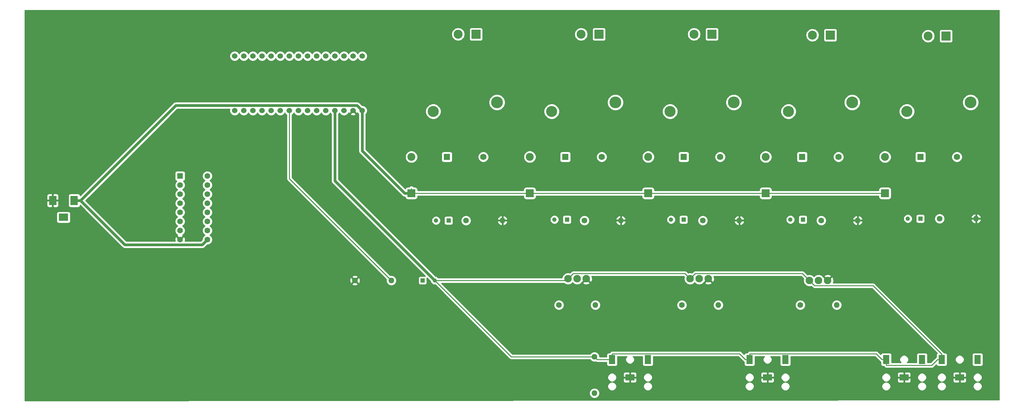
<source format=gbl>
G04 #@! TF.GenerationSoftware,KiCad,Pcbnew,5.1.5-52549c5~84~ubuntu18.04.1*
G04 #@! TF.CreationDate,2020-02-05T02:02:32-05:00*
G04 #@! TF.ProjectId,cropdroid-room,63726f70-6472-46f6-9964-2d726f6f6d2e,v0.1a*
G04 #@! TF.SameCoordinates,Original*
G04 #@! TF.FileFunction,Copper,L2,Bot*
G04 #@! TF.FilePolarity,Positive*
%FSLAX46Y46*%
G04 Gerber Fmt 4.6, Leading zero omitted, Abs format (unit mm)*
G04 Created by KiCad (PCBNEW 5.1.5-52549c5~84~ubuntu18.04.1) date 2020-02-05 02:02:32*
%MOMM*%
%LPD*%
G04 APERTURE LIST*
%ADD10C,3.290000*%
%ADD11C,3.090000*%
%ADD12R,1.760000X1.760000*%
%ADD13C,1.760000*%
%ADD14C,1.530000*%
%ADD15O,1.600000X1.600000*%
%ADD16C,1.600000*%
%ADD17R,1.600000X1.600000*%
%ADD18C,2.100000*%
%ADD19C,2.500000*%
%ADD20R,2.500000X2.500000*%
%ADD21R,2.000000X2.600000*%
%ADD22R,2.600000X2.000000*%
%ADD23C,1.158000*%
%ADD24R,1.158000X1.158000*%
%ADD25C,1.230000*%
%ADD26R,1.230000X1.230000*%
%ADD27O,2.200000X2.200000*%
%ADD28R,2.200000X2.200000*%
%ADD29R,2.500000X1.800000*%
%ADD30R,1.800000X2.500000*%
%ADD31C,0.762000*%
%ADD32C,0.254000*%
G04 APERTURE END LIST*
D10*
X243332000Y-38354000D03*
D11*
X225552000Y-40894000D03*
D12*
X229362000Y-53594000D03*
D13*
X239522000Y-53594000D03*
D14*
X71120000Y-40640000D03*
X73660000Y-40640000D03*
X76200000Y-40640000D03*
X78740000Y-40640000D03*
X81280000Y-40640000D03*
X83820000Y-40640000D03*
X86360000Y-40640000D03*
X88900000Y-40640000D03*
X91440000Y-40640000D03*
X93980000Y-40640000D03*
X96520000Y-40640000D03*
X99060000Y-40640000D03*
X101600000Y-40640000D03*
X104140000Y-40640000D03*
X106680000Y-40640000D03*
X71120000Y-25400000D03*
X73660000Y-25400000D03*
X76200000Y-25400000D03*
X78740000Y-25400000D03*
X81280000Y-25400000D03*
X83820000Y-25400000D03*
X86360000Y-25400000D03*
X88900000Y-25400000D03*
X91440000Y-25400000D03*
X93980000Y-25400000D03*
X96520000Y-25400000D03*
X99060000Y-25400000D03*
X101600000Y-25400000D03*
X104140000Y-25400000D03*
X106680000Y-25400000D03*
D15*
X239014000Y-94996000D03*
D16*
X228854000Y-94996000D03*
D15*
X205994000Y-94996000D03*
D16*
X195834000Y-94996000D03*
D15*
X171704000Y-94996000D03*
D16*
X161544000Y-94996000D03*
D15*
X114808000Y-88138000D03*
D16*
X104648000Y-88138000D03*
D15*
X171450000Y-119634000D03*
D16*
X171450000Y-109474000D03*
D15*
X277876000Y-70866000D03*
D16*
X267716000Y-70866000D03*
D15*
X244856000Y-71374000D03*
D16*
X234696000Y-71374000D03*
D15*
X211836000Y-71374000D03*
D16*
X201676000Y-71374000D03*
D15*
X178816000Y-71374000D03*
D16*
X168656000Y-71374000D03*
D15*
X145796000Y-71374000D03*
D16*
X135636000Y-71374000D03*
X63500000Y-76708000D03*
X55880000Y-76708000D03*
X63500000Y-58928000D03*
X63500000Y-61468000D03*
X63500000Y-64008000D03*
X63500000Y-66548000D03*
X63500000Y-69088000D03*
X63500000Y-71628000D03*
X63500000Y-74168000D03*
X55880000Y-74168000D03*
X55880000Y-71628000D03*
X55880000Y-69088000D03*
X55880000Y-66548000D03*
X55880000Y-64008000D03*
X55880000Y-61468000D03*
D17*
X55880000Y-58928000D03*
D10*
X276352000Y-38354000D03*
D11*
X258572000Y-40894000D03*
D12*
X262382000Y-53594000D03*
D13*
X272542000Y-53594000D03*
D10*
X210312000Y-38354000D03*
D11*
X192532000Y-40894000D03*
D12*
X196342000Y-53594000D03*
D13*
X206502000Y-53594000D03*
D10*
X177292000Y-38354000D03*
D11*
X159512000Y-40894000D03*
D12*
X163322000Y-53594000D03*
D13*
X173482000Y-53594000D03*
D10*
X144272000Y-38354000D03*
D11*
X126492000Y-40894000D03*
D12*
X130302000Y-53594000D03*
D13*
X140462000Y-53594000D03*
D18*
X236474000Y-88138000D03*
X233934000Y-88138000D03*
X231394000Y-88138000D03*
X203200000Y-87630000D03*
X200660000Y-87630000D03*
X198120000Y-87630000D03*
X169164000Y-87630000D03*
X166624000Y-87630000D03*
X164084000Y-87630000D03*
D19*
X264494000Y-19812000D03*
D20*
X269494000Y-19812000D03*
D19*
X232236000Y-19558000D03*
D20*
X237236000Y-19558000D03*
D19*
X199216000Y-19304000D03*
D20*
X204216000Y-19304000D03*
D19*
X167720000Y-19304000D03*
D20*
X172720000Y-19304000D03*
D21*
X20368000Y-65786000D03*
X26368000Y-65786000D03*
D22*
X23368000Y-70486000D03*
D19*
X133430000Y-19304000D03*
D20*
X138430000Y-19304000D03*
D23*
X126922000Y-88138000D03*
D24*
X123522000Y-88138000D03*
D25*
X258854000Y-70866000D03*
D26*
X262354000Y-70866000D03*
D27*
X252476000Y-53594000D03*
D28*
X252476000Y-63754000D03*
D25*
X226088000Y-71120000D03*
D26*
X229588000Y-71120000D03*
D27*
X219202000Y-53594000D03*
D28*
X219202000Y-63754000D03*
D25*
X192814000Y-71120000D03*
D26*
X196314000Y-71120000D03*
D27*
X186436000Y-53594000D03*
D28*
X186436000Y-63754000D03*
D25*
X160302000Y-71120000D03*
D26*
X163802000Y-71120000D03*
D27*
X153416000Y-53594000D03*
D28*
X153416000Y-63754000D03*
D25*
X127282000Y-71374000D03*
D26*
X130782000Y-71374000D03*
D27*
X120396000Y-53594000D03*
D28*
X120396000Y-63754000D03*
D29*
X273304000Y-115236000D03*
D30*
X278304000Y-110236000D03*
X268304000Y-110236000D03*
D29*
X257810000Y-115236000D03*
D30*
X262810000Y-110236000D03*
X252810000Y-110236000D03*
D29*
X219710000Y-115236000D03*
D30*
X224710000Y-110236000D03*
X214710000Y-110236000D03*
D29*
X181356000Y-115236000D03*
D30*
X186356000Y-110236000D03*
X176356000Y-110236000D03*
D31*
X105915001Y-39875001D02*
X106680000Y-40640000D01*
X105279999Y-39239999D02*
X105915001Y-39875001D01*
X54676001Y-39239999D02*
X105279999Y-39239999D01*
X28130000Y-65786000D02*
X54676001Y-39239999D01*
X62064999Y-78143001D02*
X62700001Y-77507999D01*
X40487001Y-78143001D02*
X62064999Y-78143001D01*
X28130000Y-65786000D02*
X40487001Y-78143001D01*
X62700001Y-77507999D02*
X63500000Y-76708000D01*
X26368000Y-65786000D02*
X28130000Y-65786000D01*
D32*
X106680000Y-41721873D02*
X106680000Y-40640000D01*
X120396000Y-63754000D02*
X120396000Y-62400000D01*
X186436000Y-63754000D02*
X219202000Y-63754000D01*
X219202000Y-63754000D02*
X252476000Y-63754000D01*
X186436000Y-63754000D02*
X153416000Y-63754000D01*
X153416000Y-63754000D02*
X120396000Y-63754000D01*
D31*
X118534000Y-63754000D02*
X120396000Y-63754000D01*
X106680000Y-51900000D02*
X118534000Y-63754000D01*
X106680000Y-40640000D02*
X106680000Y-51900000D01*
D32*
X86360000Y-59690000D02*
X86360000Y-40640000D01*
X114808000Y-88138000D02*
X86360000Y-59690000D01*
D31*
X99060000Y-60276000D02*
X126922000Y-88138000D01*
X99060000Y-40640000D02*
X99060000Y-60276000D01*
D32*
X163576000Y-88138000D02*
X164084000Y-87630000D01*
X126922000Y-88138000D02*
X163576000Y-88138000D01*
X197070001Y-86580001D02*
X198120000Y-87630000D01*
X196688999Y-86198999D02*
X197070001Y-86580001D01*
X165515001Y-86198999D02*
X196688999Y-86198999D01*
X164084000Y-87630000D02*
X165515001Y-86198999D01*
X229454999Y-86198999D02*
X230344001Y-87088001D01*
X199551001Y-86198999D02*
X229454999Y-86198999D01*
X230344001Y-87088001D02*
X231394000Y-88138000D01*
X198120000Y-87630000D02*
X199551001Y-86198999D01*
X249141001Y-89569001D02*
X268304000Y-108732000D01*
X268304000Y-108732000D02*
X268304000Y-110236000D01*
X232825001Y-89569001D02*
X249141001Y-89569001D01*
X231394000Y-88138000D02*
X232825001Y-89569001D01*
X252937001Y-111867001D02*
X252810000Y-111740000D01*
X265518999Y-111867001D02*
X252937001Y-111867001D01*
X252810000Y-111740000D02*
X252810000Y-110236000D01*
X267150000Y-110236000D02*
X265518999Y-111867001D01*
X268304000Y-110236000D02*
X267150000Y-110236000D01*
X214837001Y-108604999D02*
X214710000Y-108732000D01*
X214710000Y-108732000D02*
X214710000Y-110236000D01*
X250024999Y-108604999D02*
X214837001Y-108604999D01*
X251656000Y-110236000D02*
X250024999Y-108604999D01*
X252810000Y-110236000D02*
X251656000Y-110236000D01*
X176356000Y-108732000D02*
X176356000Y-110236000D01*
X211924999Y-108604999D02*
X176483001Y-108604999D01*
X213556000Y-110236000D02*
X211924999Y-108604999D01*
X176483001Y-108604999D02*
X176356000Y-108732000D01*
X214710000Y-110236000D02*
X213556000Y-110236000D01*
X172212000Y-110236000D02*
X171450000Y-109474000D01*
X176356000Y-110236000D02*
X172212000Y-110236000D01*
X148258000Y-109474000D02*
X126922000Y-88138000D01*
X171450000Y-109474000D02*
X148258000Y-109474000D01*
G36*
X284328001Y-121514615D02*
G01*
X12598000Y-121767386D01*
X12598000Y-119492665D01*
X170015000Y-119492665D01*
X170015000Y-119775335D01*
X170070147Y-120052574D01*
X170178320Y-120313727D01*
X170335363Y-120548759D01*
X170535241Y-120748637D01*
X170770273Y-120905680D01*
X171031426Y-121013853D01*
X171308665Y-121069000D01*
X171591335Y-121069000D01*
X171868574Y-121013853D01*
X172129727Y-120905680D01*
X172364759Y-120748637D01*
X172564637Y-120548759D01*
X172721680Y-120313727D01*
X172829853Y-120052574D01*
X172885000Y-119775335D01*
X172885000Y-119492665D01*
X172829853Y-119215426D01*
X172721680Y-118954273D01*
X172564637Y-118719241D01*
X172364759Y-118519363D01*
X172129727Y-118362320D01*
X171868574Y-118254147D01*
X171591335Y-118199000D01*
X171308665Y-118199000D01*
X171031426Y-118254147D01*
X170770273Y-118362320D01*
X170535241Y-118519363D01*
X170335363Y-118719241D01*
X170178320Y-118954273D01*
X170070147Y-119215426D01*
X170015000Y-119492665D01*
X12598000Y-119492665D01*
X12598000Y-117614363D01*
X175121000Y-117614363D01*
X175121000Y-117857637D01*
X175168460Y-118096236D01*
X175261557Y-118320992D01*
X175396713Y-118523267D01*
X175568733Y-118695287D01*
X175771008Y-118830443D01*
X175995764Y-118923540D01*
X176234363Y-118971000D01*
X176477637Y-118971000D01*
X176716236Y-118923540D01*
X176940992Y-118830443D01*
X177143267Y-118695287D01*
X177315287Y-118523267D01*
X177450443Y-118320992D01*
X177543540Y-118096236D01*
X177591000Y-117857637D01*
X177591000Y-117614363D01*
X185121000Y-117614363D01*
X185121000Y-117857637D01*
X185168460Y-118096236D01*
X185261557Y-118320992D01*
X185396713Y-118523267D01*
X185568733Y-118695287D01*
X185771008Y-118830443D01*
X185995764Y-118923540D01*
X186234363Y-118971000D01*
X186477637Y-118971000D01*
X186716236Y-118923540D01*
X186940992Y-118830443D01*
X187143267Y-118695287D01*
X187315287Y-118523267D01*
X187450443Y-118320992D01*
X187543540Y-118096236D01*
X187591000Y-117857637D01*
X187591000Y-117614363D01*
X213475000Y-117614363D01*
X213475000Y-117857637D01*
X213522460Y-118096236D01*
X213615557Y-118320992D01*
X213750713Y-118523267D01*
X213922733Y-118695287D01*
X214125008Y-118830443D01*
X214349764Y-118923540D01*
X214588363Y-118971000D01*
X214831637Y-118971000D01*
X215070236Y-118923540D01*
X215294992Y-118830443D01*
X215497267Y-118695287D01*
X215669287Y-118523267D01*
X215804443Y-118320992D01*
X215897540Y-118096236D01*
X215945000Y-117857637D01*
X215945000Y-117614363D01*
X223475000Y-117614363D01*
X223475000Y-117857637D01*
X223522460Y-118096236D01*
X223615557Y-118320992D01*
X223750713Y-118523267D01*
X223922733Y-118695287D01*
X224125008Y-118830443D01*
X224349764Y-118923540D01*
X224588363Y-118971000D01*
X224831637Y-118971000D01*
X225070236Y-118923540D01*
X225294992Y-118830443D01*
X225497267Y-118695287D01*
X225669287Y-118523267D01*
X225804443Y-118320992D01*
X225897540Y-118096236D01*
X225945000Y-117857637D01*
X225945000Y-117614363D01*
X251575000Y-117614363D01*
X251575000Y-117857637D01*
X251622460Y-118096236D01*
X251715557Y-118320992D01*
X251850713Y-118523267D01*
X252022733Y-118695287D01*
X252225008Y-118830443D01*
X252449764Y-118923540D01*
X252688363Y-118971000D01*
X252931637Y-118971000D01*
X253170236Y-118923540D01*
X253394992Y-118830443D01*
X253597267Y-118695287D01*
X253769287Y-118523267D01*
X253904443Y-118320992D01*
X253997540Y-118096236D01*
X254045000Y-117857637D01*
X254045000Y-117614363D01*
X261575000Y-117614363D01*
X261575000Y-117857637D01*
X261622460Y-118096236D01*
X261715557Y-118320992D01*
X261850713Y-118523267D01*
X262022733Y-118695287D01*
X262225008Y-118830443D01*
X262449764Y-118923540D01*
X262688363Y-118971000D01*
X262931637Y-118971000D01*
X263170236Y-118923540D01*
X263394992Y-118830443D01*
X263597267Y-118695287D01*
X263769287Y-118523267D01*
X263904443Y-118320992D01*
X263997540Y-118096236D01*
X264045000Y-117857637D01*
X264045000Y-117614363D01*
X267069000Y-117614363D01*
X267069000Y-117857637D01*
X267116460Y-118096236D01*
X267209557Y-118320992D01*
X267344713Y-118523267D01*
X267516733Y-118695287D01*
X267719008Y-118830443D01*
X267943764Y-118923540D01*
X268182363Y-118971000D01*
X268425637Y-118971000D01*
X268664236Y-118923540D01*
X268888992Y-118830443D01*
X269091267Y-118695287D01*
X269263287Y-118523267D01*
X269398443Y-118320992D01*
X269491540Y-118096236D01*
X269539000Y-117857637D01*
X269539000Y-117614363D01*
X277069000Y-117614363D01*
X277069000Y-117857637D01*
X277116460Y-118096236D01*
X277209557Y-118320992D01*
X277344713Y-118523267D01*
X277516733Y-118695287D01*
X277719008Y-118830443D01*
X277943764Y-118923540D01*
X278182363Y-118971000D01*
X278425637Y-118971000D01*
X278664236Y-118923540D01*
X278888992Y-118830443D01*
X279091267Y-118695287D01*
X279263287Y-118523267D01*
X279398443Y-118320992D01*
X279491540Y-118096236D01*
X279539000Y-117857637D01*
X279539000Y-117614363D01*
X279491540Y-117375764D01*
X279398443Y-117151008D01*
X279263287Y-116948733D01*
X279091267Y-116776713D01*
X278888992Y-116641557D01*
X278664236Y-116548460D01*
X278425637Y-116501000D01*
X278182363Y-116501000D01*
X277943764Y-116548460D01*
X277719008Y-116641557D01*
X277516733Y-116776713D01*
X277344713Y-116948733D01*
X277209557Y-117151008D01*
X277116460Y-117375764D01*
X277069000Y-117614363D01*
X269539000Y-117614363D01*
X269491540Y-117375764D01*
X269398443Y-117151008D01*
X269263287Y-116948733D01*
X269091267Y-116776713D01*
X268888992Y-116641557D01*
X268664236Y-116548460D01*
X268425637Y-116501000D01*
X268182363Y-116501000D01*
X267943764Y-116548460D01*
X267719008Y-116641557D01*
X267516733Y-116776713D01*
X267344713Y-116948733D01*
X267209557Y-117151008D01*
X267116460Y-117375764D01*
X267069000Y-117614363D01*
X264045000Y-117614363D01*
X263997540Y-117375764D01*
X263904443Y-117151008D01*
X263769287Y-116948733D01*
X263597267Y-116776713D01*
X263394992Y-116641557D01*
X263170236Y-116548460D01*
X262931637Y-116501000D01*
X262688363Y-116501000D01*
X262449764Y-116548460D01*
X262225008Y-116641557D01*
X262022733Y-116776713D01*
X261850713Y-116948733D01*
X261715557Y-117151008D01*
X261622460Y-117375764D01*
X261575000Y-117614363D01*
X254045000Y-117614363D01*
X253997540Y-117375764D01*
X253904443Y-117151008D01*
X253769287Y-116948733D01*
X253597267Y-116776713D01*
X253394992Y-116641557D01*
X253170236Y-116548460D01*
X252931637Y-116501000D01*
X252688363Y-116501000D01*
X252449764Y-116548460D01*
X252225008Y-116641557D01*
X252022733Y-116776713D01*
X251850713Y-116948733D01*
X251715557Y-117151008D01*
X251622460Y-117375764D01*
X251575000Y-117614363D01*
X225945000Y-117614363D01*
X225897540Y-117375764D01*
X225804443Y-117151008D01*
X225669287Y-116948733D01*
X225497267Y-116776713D01*
X225294992Y-116641557D01*
X225070236Y-116548460D01*
X224831637Y-116501000D01*
X224588363Y-116501000D01*
X224349764Y-116548460D01*
X224125008Y-116641557D01*
X223922733Y-116776713D01*
X223750713Y-116948733D01*
X223615557Y-117151008D01*
X223522460Y-117375764D01*
X223475000Y-117614363D01*
X215945000Y-117614363D01*
X215897540Y-117375764D01*
X215804443Y-117151008D01*
X215669287Y-116948733D01*
X215497267Y-116776713D01*
X215294992Y-116641557D01*
X215070236Y-116548460D01*
X214831637Y-116501000D01*
X214588363Y-116501000D01*
X214349764Y-116548460D01*
X214125008Y-116641557D01*
X213922733Y-116776713D01*
X213750713Y-116948733D01*
X213615557Y-117151008D01*
X213522460Y-117375764D01*
X213475000Y-117614363D01*
X187591000Y-117614363D01*
X187543540Y-117375764D01*
X187450443Y-117151008D01*
X187315287Y-116948733D01*
X187143267Y-116776713D01*
X186940992Y-116641557D01*
X186716236Y-116548460D01*
X186477637Y-116501000D01*
X186234363Y-116501000D01*
X185995764Y-116548460D01*
X185771008Y-116641557D01*
X185568733Y-116776713D01*
X185396713Y-116948733D01*
X185261557Y-117151008D01*
X185168460Y-117375764D01*
X185121000Y-117614363D01*
X177591000Y-117614363D01*
X177543540Y-117375764D01*
X177450443Y-117151008D01*
X177315287Y-116948733D01*
X177143267Y-116776713D01*
X176940992Y-116641557D01*
X176716236Y-116548460D01*
X176477637Y-116501000D01*
X176234363Y-116501000D01*
X175995764Y-116548460D01*
X175771008Y-116641557D01*
X175568733Y-116776713D01*
X175396713Y-116948733D01*
X175261557Y-117151008D01*
X175168460Y-117375764D01*
X175121000Y-117614363D01*
X12598000Y-117614363D01*
X12598000Y-115114363D01*
X175121000Y-115114363D01*
X175121000Y-115357637D01*
X175168460Y-115596236D01*
X175261557Y-115820992D01*
X175396713Y-116023267D01*
X175568733Y-116195287D01*
X175771008Y-116330443D01*
X175995764Y-116423540D01*
X176234363Y-116471000D01*
X176477637Y-116471000D01*
X176716236Y-116423540D01*
X176940992Y-116330443D01*
X177143267Y-116195287D01*
X177202554Y-116136000D01*
X179467928Y-116136000D01*
X179480188Y-116260482D01*
X179516498Y-116380180D01*
X179575463Y-116490494D01*
X179654815Y-116587185D01*
X179751506Y-116666537D01*
X179861820Y-116725502D01*
X179981518Y-116761812D01*
X180106000Y-116774072D01*
X181070250Y-116771000D01*
X181229000Y-116612250D01*
X181229000Y-115363000D01*
X181483000Y-115363000D01*
X181483000Y-116612250D01*
X181641750Y-116771000D01*
X182606000Y-116774072D01*
X182730482Y-116761812D01*
X182850180Y-116725502D01*
X182960494Y-116666537D01*
X183057185Y-116587185D01*
X183136537Y-116490494D01*
X183195502Y-116380180D01*
X183231812Y-116260482D01*
X183244072Y-116136000D01*
X183241000Y-115521750D01*
X183082250Y-115363000D01*
X181483000Y-115363000D01*
X181229000Y-115363000D01*
X179629750Y-115363000D01*
X179471000Y-115521750D01*
X179467928Y-116136000D01*
X177202554Y-116136000D01*
X177315287Y-116023267D01*
X177450443Y-115820992D01*
X177543540Y-115596236D01*
X177591000Y-115357637D01*
X177591000Y-115114363D01*
X185121000Y-115114363D01*
X185121000Y-115357637D01*
X185168460Y-115596236D01*
X185261557Y-115820992D01*
X185396713Y-116023267D01*
X185568733Y-116195287D01*
X185771008Y-116330443D01*
X185995764Y-116423540D01*
X186234363Y-116471000D01*
X186477637Y-116471000D01*
X186716236Y-116423540D01*
X186940992Y-116330443D01*
X187143267Y-116195287D01*
X187315287Y-116023267D01*
X187450443Y-115820992D01*
X187543540Y-115596236D01*
X187591000Y-115357637D01*
X187591000Y-115114363D01*
X213475000Y-115114363D01*
X213475000Y-115357637D01*
X213522460Y-115596236D01*
X213615557Y-115820992D01*
X213750713Y-116023267D01*
X213922733Y-116195287D01*
X214125008Y-116330443D01*
X214349764Y-116423540D01*
X214588363Y-116471000D01*
X214831637Y-116471000D01*
X215070236Y-116423540D01*
X215294992Y-116330443D01*
X215497267Y-116195287D01*
X215556554Y-116136000D01*
X217821928Y-116136000D01*
X217834188Y-116260482D01*
X217870498Y-116380180D01*
X217929463Y-116490494D01*
X218008815Y-116587185D01*
X218105506Y-116666537D01*
X218215820Y-116725502D01*
X218335518Y-116761812D01*
X218460000Y-116774072D01*
X219424250Y-116771000D01*
X219583000Y-116612250D01*
X219583000Y-115363000D01*
X219837000Y-115363000D01*
X219837000Y-116612250D01*
X219995750Y-116771000D01*
X220960000Y-116774072D01*
X221084482Y-116761812D01*
X221204180Y-116725502D01*
X221314494Y-116666537D01*
X221411185Y-116587185D01*
X221490537Y-116490494D01*
X221549502Y-116380180D01*
X221585812Y-116260482D01*
X221598072Y-116136000D01*
X221595000Y-115521750D01*
X221436250Y-115363000D01*
X219837000Y-115363000D01*
X219583000Y-115363000D01*
X217983750Y-115363000D01*
X217825000Y-115521750D01*
X217821928Y-116136000D01*
X215556554Y-116136000D01*
X215669287Y-116023267D01*
X215804443Y-115820992D01*
X215897540Y-115596236D01*
X215945000Y-115357637D01*
X215945000Y-115114363D01*
X223475000Y-115114363D01*
X223475000Y-115357637D01*
X223522460Y-115596236D01*
X223615557Y-115820992D01*
X223750713Y-116023267D01*
X223922733Y-116195287D01*
X224125008Y-116330443D01*
X224349764Y-116423540D01*
X224588363Y-116471000D01*
X224831637Y-116471000D01*
X225070236Y-116423540D01*
X225294992Y-116330443D01*
X225497267Y-116195287D01*
X225669287Y-116023267D01*
X225804443Y-115820992D01*
X225897540Y-115596236D01*
X225945000Y-115357637D01*
X225945000Y-115114363D01*
X251575000Y-115114363D01*
X251575000Y-115357637D01*
X251622460Y-115596236D01*
X251715557Y-115820992D01*
X251850713Y-116023267D01*
X252022733Y-116195287D01*
X252225008Y-116330443D01*
X252449764Y-116423540D01*
X252688363Y-116471000D01*
X252931637Y-116471000D01*
X253170236Y-116423540D01*
X253394992Y-116330443D01*
X253597267Y-116195287D01*
X253656554Y-116136000D01*
X255921928Y-116136000D01*
X255934188Y-116260482D01*
X255970498Y-116380180D01*
X256029463Y-116490494D01*
X256108815Y-116587185D01*
X256205506Y-116666537D01*
X256315820Y-116725502D01*
X256435518Y-116761812D01*
X256560000Y-116774072D01*
X257524250Y-116771000D01*
X257683000Y-116612250D01*
X257683000Y-115363000D01*
X257937000Y-115363000D01*
X257937000Y-116612250D01*
X258095750Y-116771000D01*
X259060000Y-116774072D01*
X259184482Y-116761812D01*
X259304180Y-116725502D01*
X259414494Y-116666537D01*
X259511185Y-116587185D01*
X259590537Y-116490494D01*
X259649502Y-116380180D01*
X259685812Y-116260482D01*
X259698072Y-116136000D01*
X259695000Y-115521750D01*
X259536250Y-115363000D01*
X257937000Y-115363000D01*
X257683000Y-115363000D01*
X256083750Y-115363000D01*
X255925000Y-115521750D01*
X255921928Y-116136000D01*
X253656554Y-116136000D01*
X253769287Y-116023267D01*
X253904443Y-115820992D01*
X253997540Y-115596236D01*
X254045000Y-115357637D01*
X254045000Y-115114363D01*
X261575000Y-115114363D01*
X261575000Y-115357637D01*
X261622460Y-115596236D01*
X261715557Y-115820992D01*
X261850713Y-116023267D01*
X262022733Y-116195287D01*
X262225008Y-116330443D01*
X262449764Y-116423540D01*
X262688363Y-116471000D01*
X262931637Y-116471000D01*
X263170236Y-116423540D01*
X263394992Y-116330443D01*
X263597267Y-116195287D01*
X263769287Y-116023267D01*
X263904443Y-115820992D01*
X263997540Y-115596236D01*
X264045000Y-115357637D01*
X264045000Y-115114363D01*
X267069000Y-115114363D01*
X267069000Y-115357637D01*
X267116460Y-115596236D01*
X267209557Y-115820992D01*
X267344713Y-116023267D01*
X267516733Y-116195287D01*
X267719008Y-116330443D01*
X267943764Y-116423540D01*
X268182363Y-116471000D01*
X268425637Y-116471000D01*
X268664236Y-116423540D01*
X268888992Y-116330443D01*
X269091267Y-116195287D01*
X269150554Y-116136000D01*
X271415928Y-116136000D01*
X271428188Y-116260482D01*
X271464498Y-116380180D01*
X271523463Y-116490494D01*
X271602815Y-116587185D01*
X271699506Y-116666537D01*
X271809820Y-116725502D01*
X271929518Y-116761812D01*
X272054000Y-116774072D01*
X273018250Y-116771000D01*
X273177000Y-116612250D01*
X273177000Y-115363000D01*
X273431000Y-115363000D01*
X273431000Y-116612250D01*
X273589750Y-116771000D01*
X274554000Y-116774072D01*
X274678482Y-116761812D01*
X274798180Y-116725502D01*
X274908494Y-116666537D01*
X275005185Y-116587185D01*
X275084537Y-116490494D01*
X275143502Y-116380180D01*
X275179812Y-116260482D01*
X275192072Y-116136000D01*
X275189000Y-115521750D01*
X275030250Y-115363000D01*
X273431000Y-115363000D01*
X273177000Y-115363000D01*
X271577750Y-115363000D01*
X271419000Y-115521750D01*
X271415928Y-116136000D01*
X269150554Y-116136000D01*
X269263287Y-116023267D01*
X269398443Y-115820992D01*
X269491540Y-115596236D01*
X269539000Y-115357637D01*
X269539000Y-115114363D01*
X277069000Y-115114363D01*
X277069000Y-115357637D01*
X277116460Y-115596236D01*
X277209557Y-115820992D01*
X277344713Y-116023267D01*
X277516733Y-116195287D01*
X277719008Y-116330443D01*
X277943764Y-116423540D01*
X278182363Y-116471000D01*
X278425637Y-116471000D01*
X278664236Y-116423540D01*
X278888992Y-116330443D01*
X279091267Y-116195287D01*
X279263287Y-116023267D01*
X279398443Y-115820992D01*
X279491540Y-115596236D01*
X279539000Y-115357637D01*
X279539000Y-115114363D01*
X279491540Y-114875764D01*
X279398443Y-114651008D01*
X279263287Y-114448733D01*
X279091267Y-114276713D01*
X278888992Y-114141557D01*
X278664236Y-114048460D01*
X278425637Y-114001000D01*
X278182363Y-114001000D01*
X277943764Y-114048460D01*
X277719008Y-114141557D01*
X277516733Y-114276713D01*
X277344713Y-114448733D01*
X277209557Y-114651008D01*
X277116460Y-114875764D01*
X277069000Y-115114363D01*
X269539000Y-115114363D01*
X269491540Y-114875764D01*
X269398443Y-114651008D01*
X269263287Y-114448733D01*
X269150554Y-114336000D01*
X271415928Y-114336000D01*
X271419000Y-114950250D01*
X271577750Y-115109000D01*
X273177000Y-115109000D01*
X273177000Y-113859750D01*
X273431000Y-113859750D01*
X273431000Y-115109000D01*
X275030250Y-115109000D01*
X275189000Y-114950250D01*
X275192072Y-114336000D01*
X275179812Y-114211518D01*
X275143502Y-114091820D01*
X275084537Y-113981506D01*
X275005185Y-113884815D01*
X274908494Y-113805463D01*
X274798180Y-113746498D01*
X274678482Y-113710188D01*
X274554000Y-113697928D01*
X273589750Y-113701000D01*
X273431000Y-113859750D01*
X273177000Y-113859750D01*
X273018250Y-113701000D01*
X272054000Y-113697928D01*
X271929518Y-113710188D01*
X271809820Y-113746498D01*
X271699506Y-113805463D01*
X271602815Y-113884815D01*
X271523463Y-113981506D01*
X271464498Y-114091820D01*
X271428188Y-114211518D01*
X271415928Y-114336000D01*
X269150554Y-114336000D01*
X269091267Y-114276713D01*
X268888992Y-114141557D01*
X268664236Y-114048460D01*
X268425637Y-114001000D01*
X268182363Y-114001000D01*
X267943764Y-114048460D01*
X267719008Y-114141557D01*
X267516733Y-114276713D01*
X267344713Y-114448733D01*
X267209557Y-114651008D01*
X267116460Y-114875764D01*
X267069000Y-115114363D01*
X264045000Y-115114363D01*
X263997540Y-114875764D01*
X263904443Y-114651008D01*
X263769287Y-114448733D01*
X263597267Y-114276713D01*
X263394992Y-114141557D01*
X263170236Y-114048460D01*
X262931637Y-114001000D01*
X262688363Y-114001000D01*
X262449764Y-114048460D01*
X262225008Y-114141557D01*
X262022733Y-114276713D01*
X261850713Y-114448733D01*
X261715557Y-114651008D01*
X261622460Y-114875764D01*
X261575000Y-115114363D01*
X254045000Y-115114363D01*
X253997540Y-114875764D01*
X253904443Y-114651008D01*
X253769287Y-114448733D01*
X253656554Y-114336000D01*
X255921928Y-114336000D01*
X255925000Y-114950250D01*
X256083750Y-115109000D01*
X257683000Y-115109000D01*
X257683000Y-113859750D01*
X257937000Y-113859750D01*
X257937000Y-115109000D01*
X259536250Y-115109000D01*
X259695000Y-114950250D01*
X259698072Y-114336000D01*
X259685812Y-114211518D01*
X259649502Y-114091820D01*
X259590537Y-113981506D01*
X259511185Y-113884815D01*
X259414494Y-113805463D01*
X259304180Y-113746498D01*
X259184482Y-113710188D01*
X259060000Y-113697928D01*
X258095750Y-113701000D01*
X257937000Y-113859750D01*
X257683000Y-113859750D01*
X257524250Y-113701000D01*
X256560000Y-113697928D01*
X256435518Y-113710188D01*
X256315820Y-113746498D01*
X256205506Y-113805463D01*
X256108815Y-113884815D01*
X256029463Y-113981506D01*
X255970498Y-114091820D01*
X255934188Y-114211518D01*
X255921928Y-114336000D01*
X253656554Y-114336000D01*
X253597267Y-114276713D01*
X253394992Y-114141557D01*
X253170236Y-114048460D01*
X252931637Y-114001000D01*
X252688363Y-114001000D01*
X252449764Y-114048460D01*
X252225008Y-114141557D01*
X252022733Y-114276713D01*
X251850713Y-114448733D01*
X251715557Y-114651008D01*
X251622460Y-114875764D01*
X251575000Y-115114363D01*
X225945000Y-115114363D01*
X225897540Y-114875764D01*
X225804443Y-114651008D01*
X225669287Y-114448733D01*
X225497267Y-114276713D01*
X225294992Y-114141557D01*
X225070236Y-114048460D01*
X224831637Y-114001000D01*
X224588363Y-114001000D01*
X224349764Y-114048460D01*
X224125008Y-114141557D01*
X223922733Y-114276713D01*
X223750713Y-114448733D01*
X223615557Y-114651008D01*
X223522460Y-114875764D01*
X223475000Y-115114363D01*
X215945000Y-115114363D01*
X215897540Y-114875764D01*
X215804443Y-114651008D01*
X215669287Y-114448733D01*
X215556554Y-114336000D01*
X217821928Y-114336000D01*
X217825000Y-114950250D01*
X217983750Y-115109000D01*
X219583000Y-115109000D01*
X219583000Y-113859750D01*
X219837000Y-113859750D01*
X219837000Y-115109000D01*
X221436250Y-115109000D01*
X221595000Y-114950250D01*
X221598072Y-114336000D01*
X221585812Y-114211518D01*
X221549502Y-114091820D01*
X221490537Y-113981506D01*
X221411185Y-113884815D01*
X221314494Y-113805463D01*
X221204180Y-113746498D01*
X221084482Y-113710188D01*
X220960000Y-113697928D01*
X219995750Y-113701000D01*
X219837000Y-113859750D01*
X219583000Y-113859750D01*
X219424250Y-113701000D01*
X218460000Y-113697928D01*
X218335518Y-113710188D01*
X218215820Y-113746498D01*
X218105506Y-113805463D01*
X218008815Y-113884815D01*
X217929463Y-113981506D01*
X217870498Y-114091820D01*
X217834188Y-114211518D01*
X217821928Y-114336000D01*
X215556554Y-114336000D01*
X215497267Y-114276713D01*
X215294992Y-114141557D01*
X215070236Y-114048460D01*
X214831637Y-114001000D01*
X214588363Y-114001000D01*
X214349764Y-114048460D01*
X214125008Y-114141557D01*
X213922733Y-114276713D01*
X213750713Y-114448733D01*
X213615557Y-114651008D01*
X213522460Y-114875764D01*
X213475000Y-115114363D01*
X187591000Y-115114363D01*
X187543540Y-114875764D01*
X187450443Y-114651008D01*
X187315287Y-114448733D01*
X187143267Y-114276713D01*
X186940992Y-114141557D01*
X186716236Y-114048460D01*
X186477637Y-114001000D01*
X186234363Y-114001000D01*
X185995764Y-114048460D01*
X185771008Y-114141557D01*
X185568733Y-114276713D01*
X185396713Y-114448733D01*
X185261557Y-114651008D01*
X185168460Y-114875764D01*
X185121000Y-115114363D01*
X177591000Y-115114363D01*
X177543540Y-114875764D01*
X177450443Y-114651008D01*
X177315287Y-114448733D01*
X177202554Y-114336000D01*
X179467928Y-114336000D01*
X179471000Y-114950250D01*
X179629750Y-115109000D01*
X181229000Y-115109000D01*
X181229000Y-113859750D01*
X181483000Y-113859750D01*
X181483000Y-115109000D01*
X183082250Y-115109000D01*
X183241000Y-114950250D01*
X183244072Y-114336000D01*
X183231812Y-114211518D01*
X183195502Y-114091820D01*
X183136537Y-113981506D01*
X183057185Y-113884815D01*
X182960494Y-113805463D01*
X182850180Y-113746498D01*
X182730482Y-113710188D01*
X182606000Y-113697928D01*
X181641750Y-113701000D01*
X181483000Y-113859750D01*
X181229000Y-113859750D01*
X181070250Y-113701000D01*
X180106000Y-113697928D01*
X179981518Y-113710188D01*
X179861820Y-113746498D01*
X179751506Y-113805463D01*
X179654815Y-113884815D01*
X179575463Y-113981506D01*
X179516498Y-114091820D01*
X179480188Y-114211518D01*
X179467928Y-114336000D01*
X177202554Y-114336000D01*
X177143267Y-114276713D01*
X176940992Y-114141557D01*
X176716236Y-114048460D01*
X176477637Y-114001000D01*
X176234363Y-114001000D01*
X175995764Y-114048460D01*
X175771008Y-114141557D01*
X175568733Y-114276713D01*
X175396713Y-114448733D01*
X175261557Y-114651008D01*
X175168460Y-114875764D01*
X175121000Y-115114363D01*
X12598000Y-115114363D01*
X12598000Y-89130702D01*
X103834903Y-89130702D01*
X103906486Y-89374671D01*
X104161996Y-89495571D01*
X104436184Y-89564300D01*
X104718512Y-89578217D01*
X104998130Y-89536787D01*
X105264292Y-89441603D01*
X105389514Y-89374671D01*
X105461097Y-89130702D01*
X104648000Y-88317605D01*
X103834903Y-89130702D01*
X12598000Y-89130702D01*
X12598000Y-88208512D01*
X103207783Y-88208512D01*
X103249213Y-88488130D01*
X103344397Y-88754292D01*
X103411329Y-88879514D01*
X103655298Y-88951097D01*
X104468395Y-88138000D01*
X104827605Y-88138000D01*
X105640702Y-88951097D01*
X105884671Y-88879514D01*
X106005571Y-88624004D01*
X106074300Y-88349816D01*
X106088217Y-88067488D01*
X106046787Y-87787870D01*
X105951603Y-87521708D01*
X105884671Y-87396486D01*
X105640702Y-87324903D01*
X104827605Y-88138000D01*
X104468395Y-88138000D01*
X103655298Y-87324903D01*
X103411329Y-87396486D01*
X103290429Y-87651996D01*
X103221700Y-87926184D01*
X103207783Y-88208512D01*
X12598000Y-88208512D01*
X12598000Y-87145298D01*
X103834903Y-87145298D01*
X104648000Y-87958395D01*
X105461097Y-87145298D01*
X105389514Y-86901329D01*
X105134004Y-86780429D01*
X104859816Y-86711700D01*
X104577488Y-86697783D01*
X104297870Y-86739213D01*
X104031708Y-86834397D01*
X103906486Y-86901329D01*
X103834903Y-87145298D01*
X12598000Y-87145298D01*
X12598000Y-69486000D01*
X21429928Y-69486000D01*
X21429928Y-71486000D01*
X21442188Y-71610482D01*
X21478498Y-71730180D01*
X21537463Y-71840494D01*
X21616815Y-71937185D01*
X21713506Y-72016537D01*
X21823820Y-72075502D01*
X21943518Y-72111812D01*
X22068000Y-72124072D01*
X24668000Y-72124072D01*
X24792482Y-72111812D01*
X24912180Y-72075502D01*
X25022494Y-72016537D01*
X25119185Y-71937185D01*
X25198537Y-71840494D01*
X25257502Y-71730180D01*
X25293812Y-71610482D01*
X25306072Y-71486000D01*
X25306072Y-69486000D01*
X25293812Y-69361518D01*
X25257502Y-69241820D01*
X25198537Y-69131506D01*
X25119185Y-69034815D01*
X25022494Y-68955463D01*
X24912180Y-68896498D01*
X24792482Y-68860188D01*
X24668000Y-68847928D01*
X22068000Y-68847928D01*
X21943518Y-68860188D01*
X21823820Y-68896498D01*
X21713506Y-68955463D01*
X21616815Y-69034815D01*
X21537463Y-69131506D01*
X21478498Y-69241820D01*
X21442188Y-69361518D01*
X21429928Y-69486000D01*
X12598000Y-69486000D01*
X12598000Y-67086000D01*
X18729928Y-67086000D01*
X18742188Y-67210482D01*
X18778498Y-67330180D01*
X18837463Y-67440494D01*
X18916815Y-67537185D01*
X19013506Y-67616537D01*
X19123820Y-67675502D01*
X19243518Y-67711812D01*
X19368000Y-67724072D01*
X20082250Y-67721000D01*
X20241000Y-67562250D01*
X20241000Y-65913000D01*
X20495000Y-65913000D01*
X20495000Y-67562250D01*
X20653750Y-67721000D01*
X21368000Y-67724072D01*
X21492482Y-67711812D01*
X21612180Y-67675502D01*
X21722494Y-67616537D01*
X21819185Y-67537185D01*
X21898537Y-67440494D01*
X21957502Y-67330180D01*
X21993812Y-67210482D01*
X22006072Y-67086000D01*
X22003000Y-66071750D01*
X21844250Y-65913000D01*
X20495000Y-65913000D01*
X20241000Y-65913000D01*
X18891750Y-65913000D01*
X18733000Y-66071750D01*
X18729928Y-67086000D01*
X12598000Y-67086000D01*
X12598000Y-64486000D01*
X18729928Y-64486000D01*
X18733000Y-65500250D01*
X18891750Y-65659000D01*
X20241000Y-65659000D01*
X20241000Y-64009750D01*
X20495000Y-64009750D01*
X20495000Y-65659000D01*
X21844250Y-65659000D01*
X22003000Y-65500250D01*
X22006072Y-64486000D01*
X24729928Y-64486000D01*
X24729928Y-67086000D01*
X24742188Y-67210482D01*
X24778498Y-67330180D01*
X24837463Y-67440494D01*
X24916815Y-67537185D01*
X25013506Y-67616537D01*
X25123820Y-67675502D01*
X25243518Y-67711812D01*
X25368000Y-67724072D01*
X27368000Y-67724072D01*
X27492482Y-67711812D01*
X27612180Y-67675502D01*
X27722494Y-67616537D01*
X27819185Y-67537185D01*
X27898537Y-67440494D01*
X27957502Y-67330180D01*
X27993812Y-67210482D01*
X28004914Y-67097754D01*
X39733293Y-78826134D01*
X39765105Y-78864897D01*
X39919811Y-78991861D01*
X40096314Y-79086203D01*
X40229733Y-79126675D01*
X40287829Y-79144299D01*
X40307178Y-79146205D01*
X40437099Y-79159001D01*
X40437106Y-79159001D01*
X40487000Y-79163915D01*
X40536894Y-79159001D01*
X62015097Y-79159001D01*
X62064999Y-79163916D01*
X62114901Y-79159001D01*
X62264170Y-79144299D01*
X62455686Y-79086203D01*
X62632189Y-78991861D01*
X62786895Y-78864897D01*
X62818712Y-78826128D01*
X63501840Y-78143000D01*
X63641335Y-78143000D01*
X63918574Y-78087853D01*
X64179727Y-77979680D01*
X64414759Y-77822637D01*
X64614637Y-77622759D01*
X64771680Y-77387727D01*
X64879853Y-77126574D01*
X64935000Y-76849335D01*
X64935000Y-76566665D01*
X64879853Y-76289426D01*
X64771680Y-76028273D01*
X64614637Y-75793241D01*
X64414759Y-75593363D01*
X64182241Y-75438000D01*
X64414759Y-75282637D01*
X64614637Y-75082759D01*
X64771680Y-74847727D01*
X64879853Y-74586574D01*
X64935000Y-74309335D01*
X64935000Y-74026665D01*
X64879853Y-73749426D01*
X64771680Y-73488273D01*
X64614637Y-73253241D01*
X64414759Y-73053363D01*
X64182241Y-72898000D01*
X64414759Y-72742637D01*
X64614637Y-72542759D01*
X64771680Y-72307727D01*
X64879853Y-72046574D01*
X64935000Y-71769335D01*
X64935000Y-71486665D01*
X64879853Y-71209426D01*
X64771680Y-70948273D01*
X64614637Y-70713241D01*
X64414759Y-70513363D01*
X64182241Y-70358000D01*
X64414759Y-70202637D01*
X64614637Y-70002759D01*
X64771680Y-69767727D01*
X64879853Y-69506574D01*
X64935000Y-69229335D01*
X64935000Y-68946665D01*
X64879853Y-68669426D01*
X64771680Y-68408273D01*
X64614637Y-68173241D01*
X64414759Y-67973363D01*
X64182241Y-67818000D01*
X64414759Y-67662637D01*
X64614637Y-67462759D01*
X64771680Y-67227727D01*
X64879853Y-66966574D01*
X64935000Y-66689335D01*
X64935000Y-66406665D01*
X64879853Y-66129426D01*
X64771680Y-65868273D01*
X64614637Y-65633241D01*
X64414759Y-65433363D01*
X64182241Y-65278000D01*
X64414759Y-65122637D01*
X64614637Y-64922759D01*
X64771680Y-64687727D01*
X64879853Y-64426574D01*
X64935000Y-64149335D01*
X64935000Y-63866665D01*
X64879853Y-63589426D01*
X64771680Y-63328273D01*
X64614637Y-63093241D01*
X64414759Y-62893363D01*
X64182241Y-62738000D01*
X64414759Y-62582637D01*
X64614637Y-62382759D01*
X64771680Y-62147727D01*
X64879853Y-61886574D01*
X64935000Y-61609335D01*
X64935000Y-61326665D01*
X64879853Y-61049426D01*
X64771680Y-60788273D01*
X64614637Y-60553241D01*
X64414759Y-60353363D01*
X64182241Y-60198000D01*
X64414759Y-60042637D01*
X64614637Y-59842759D01*
X64771680Y-59607727D01*
X64879853Y-59346574D01*
X64935000Y-59069335D01*
X64935000Y-58786665D01*
X64879853Y-58509426D01*
X64771680Y-58248273D01*
X64614637Y-58013241D01*
X64414759Y-57813363D01*
X64179727Y-57656320D01*
X63918574Y-57548147D01*
X63641335Y-57493000D01*
X63358665Y-57493000D01*
X63081426Y-57548147D01*
X62820273Y-57656320D01*
X62585241Y-57813363D01*
X62385363Y-58013241D01*
X62228320Y-58248273D01*
X62120147Y-58509426D01*
X62065000Y-58786665D01*
X62065000Y-59069335D01*
X62120147Y-59346574D01*
X62228320Y-59607727D01*
X62385363Y-59842759D01*
X62585241Y-60042637D01*
X62817759Y-60198000D01*
X62585241Y-60353363D01*
X62385363Y-60553241D01*
X62228320Y-60788273D01*
X62120147Y-61049426D01*
X62065000Y-61326665D01*
X62065000Y-61609335D01*
X62120147Y-61886574D01*
X62228320Y-62147727D01*
X62385363Y-62382759D01*
X62585241Y-62582637D01*
X62817759Y-62738000D01*
X62585241Y-62893363D01*
X62385363Y-63093241D01*
X62228320Y-63328273D01*
X62120147Y-63589426D01*
X62065000Y-63866665D01*
X62065000Y-64149335D01*
X62120147Y-64426574D01*
X62228320Y-64687727D01*
X62385363Y-64922759D01*
X62585241Y-65122637D01*
X62817759Y-65278000D01*
X62585241Y-65433363D01*
X62385363Y-65633241D01*
X62228320Y-65868273D01*
X62120147Y-66129426D01*
X62065000Y-66406665D01*
X62065000Y-66689335D01*
X62120147Y-66966574D01*
X62228320Y-67227727D01*
X62385363Y-67462759D01*
X62585241Y-67662637D01*
X62817759Y-67818000D01*
X62585241Y-67973363D01*
X62385363Y-68173241D01*
X62228320Y-68408273D01*
X62120147Y-68669426D01*
X62065000Y-68946665D01*
X62065000Y-69229335D01*
X62120147Y-69506574D01*
X62228320Y-69767727D01*
X62385363Y-70002759D01*
X62585241Y-70202637D01*
X62817759Y-70358000D01*
X62585241Y-70513363D01*
X62385363Y-70713241D01*
X62228320Y-70948273D01*
X62120147Y-71209426D01*
X62065000Y-71486665D01*
X62065000Y-71769335D01*
X62120147Y-72046574D01*
X62228320Y-72307727D01*
X62385363Y-72542759D01*
X62585241Y-72742637D01*
X62817759Y-72898000D01*
X62585241Y-73053363D01*
X62385363Y-73253241D01*
X62228320Y-73488273D01*
X62120147Y-73749426D01*
X62065000Y-74026665D01*
X62065000Y-74309335D01*
X62120147Y-74586574D01*
X62228320Y-74847727D01*
X62385363Y-75082759D01*
X62585241Y-75282637D01*
X62817759Y-75438000D01*
X62585241Y-75593363D01*
X62385363Y-75793241D01*
X62228320Y-76028273D01*
X62120147Y-76289426D01*
X62065000Y-76566665D01*
X62065000Y-76706160D01*
X61644159Y-77127001D01*
X57254366Y-77127001D01*
X57306300Y-76919816D01*
X57320217Y-76637488D01*
X57278787Y-76357870D01*
X57183603Y-76091708D01*
X57116671Y-75966486D01*
X56872702Y-75894903D01*
X56059605Y-76708000D01*
X56073748Y-76722143D01*
X55894143Y-76901748D01*
X55880000Y-76887605D01*
X55865858Y-76901748D01*
X55686253Y-76722143D01*
X55700395Y-76708000D01*
X54887298Y-75894903D01*
X54643329Y-75966486D01*
X54522429Y-76221996D01*
X54453700Y-76496184D01*
X54439783Y-76778512D01*
X54481213Y-77058130D01*
X54505842Y-77127001D01*
X40907842Y-77127001D01*
X29566840Y-65786000D01*
X37224840Y-58128000D01*
X54441928Y-58128000D01*
X54441928Y-59728000D01*
X54454188Y-59852482D01*
X54490498Y-59972180D01*
X54549463Y-60082494D01*
X54628815Y-60179185D01*
X54725506Y-60258537D01*
X54835820Y-60317502D01*
X54955518Y-60353812D01*
X54963961Y-60354643D01*
X54765363Y-60553241D01*
X54608320Y-60788273D01*
X54500147Y-61049426D01*
X54445000Y-61326665D01*
X54445000Y-61609335D01*
X54500147Y-61886574D01*
X54608320Y-62147727D01*
X54765363Y-62382759D01*
X54965241Y-62582637D01*
X55197759Y-62738000D01*
X54965241Y-62893363D01*
X54765363Y-63093241D01*
X54608320Y-63328273D01*
X54500147Y-63589426D01*
X54445000Y-63866665D01*
X54445000Y-64149335D01*
X54500147Y-64426574D01*
X54608320Y-64687727D01*
X54765363Y-64922759D01*
X54965241Y-65122637D01*
X55197759Y-65278000D01*
X54965241Y-65433363D01*
X54765363Y-65633241D01*
X54608320Y-65868273D01*
X54500147Y-66129426D01*
X54445000Y-66406665D01*
X54445000Y-66689335D01*
X54500147Y-66966574D01*
X54608320Y-67227727D01*
X54765363Y-67462759D01*
X54965241Y-67662637D01*
X55197759Y-67818000D01*
X54965241Y-67973363D01*
X54765363Y-68173241D01*
X54608320Y-68408273D01*
X54500147Y-68669426D01*
X54445000Y-68946665D01*
X54445000Y-69229335D01*
X54500147Y-69506574D01*
X54608320Y-69767727D01*
X54765363Y-70002759D01*
X54965241Y-70202637D01*
X55197759Y-70358000D01*
X54965241Y-70513363D01*
X54765363Y-70713241D01*
X54608320Y-70948273D01*
X54500147Y-71209426D01*
X54445000Y-71486665D01*
X54445000Y-71769335D01*
X54500147Y-72046574D01*
X54608320Y-72307727D01*
X54765363Y-72542759D01*
X54965241Y-72742637D01*
X55197759Y-72898000D01*
X54965241Y-73053363D01*
X54765363Y-73253241D01*
X54608320Y-73488273D01*
X54500147Y-73749426D01*
X54445000Y-74026665D01*
X54445000Y-74309335D01*
X54500147Y-74586574D01*
X54608320Y-74847727D01*
X54765363Y-75082759D01*
X54965241Y-75282637D01*
X55199128Y-75438915D01*
X55138486Y-75471329D01*
X55066903Y-75715298D01*
X55880000Y-76528395D01*
X56693097Y-75715298D01*
X56621514Y-75471329D01*
X56557008Y-75440806D01*
X56559727Y-75439680D01*
X56794759Y-75282637D01*
X56994637Y-75082759D01*
X57151680Y-74847727D01*
X57259853Y-74586574D01*
X57315000Y-74309335D01*
X57315000Y-74026665D01*
X57259853Y-73749426D01*
X57151680Y-73488273D01*
X56994637Y-73253241D01*
X56794759Y-73053363D01*
X56562241Y-72898000D01*
X56794759Y-72742637D01*
X56994637Y-72542759D01*
X57151680Y-72307727D01*
X57259853Y-72046574D01*
X57315000Y-71769335D01*
X57315000Y-71486665D01*
X57259853Y-71209426D01*
X57151680Y-70948273D01*
X56994637Y-70713241D01*
X56794759Y-70513363D01*
X56562241Y-70358000D01*
X56794759Y-70202637D01*
X56994637Y-70002759D01*
X57151680Y-69767727D01*
X57259853Y-69506574D01*
X57315000Y-69229335D01*
X57315000Y-68946665D01*
X57259853Y-68669426D01*
X57151680Y-68408273D01*
X56994637Y-68173241D01*
X56794759Y-67973363D01*
X56562241Y-67818000D01*
X56794759Y-67662637D01*
X56994637Y-67462759D01*
X57151680Y-67227727D01*
X57259853Y-66966574D01*
X57315000Y-66689335D01*
X57315000Y-66406665D01*
X57259853Y-66129426D01*
X57151680Y-65868273D01*
X56994637Y-65633241D01*
X56794759Y-65433363D01*
X56562241Y-65278000D01*
X56794759Y-65122637D01*
X56994637Y-64922759D01*
X57151680Y-64687727D01*
X57259853Y-64426574D01*
X57315000Y-64149335D01*
X57315000Y-63866665D01*
X57259853Y-63589426D01*
X57151680Y-63328273D01*
X56994637Y-63093241D01*
X56794759Y-62893363D01*
X56562241Y-62738000D01*
X56794759Y-62582637D01*
X56994637Y-62382759D01*
X57151680Y-62147727D01*
X57259853Y-61886574D01*
X57315000Y-61609335D01*
X57315000Y-61326665D01*
X57259853Y-61049426D01*
X57151680Y-60788273D01*
X56994637Y-60553241D01*
X56796039Y-60354643D01*
X56804482Y-60353812D01*
X56924180Y-60317502D01*
X57034494Y-60258537D01*
X57131185Y-60179185D01*
X57210537Y-60082494D01*
X57269502Y-59972180D01*
X57305812Y-59852482D01*
X57318072Y-59728000D01*
X57318072Y-58128000D01*
X57305812Y-58003518D01*
X57269502Y-57883820D01*
X57210537Y-57773506D01*
X57131185Y-57676815D01*
X57034494Y-57597463D01*
X56924180Y-57538498D01*
X56804482Y-57502188D01*
X56680000Y-57489928D01*
X55080000Y-57489928D01*
X54955518Y-57502188D01*
X54835820Y-57538498D01*
X54725506Y-57597463D01*
X54628815Y-57676815D01*
X54549463Y-57773506D01*
X54490498Y-57883820D01*
X54454188Y-58003518D01*
X54441928Y-58128000D01*
X37224840Y-58128000D01*
X55096842Y-40255999D01*
X69768955Y-40255999D01*
X69720000Y-40502112D01*
X69720000Y-40777888D01*
X69773801Y-41048365D01*
X69879336Y-41303149D01*
X70032549Y-41532448D01*
X70227552Y-41727451D01*
X70456851Y-41880664D01*
X70711635Y-41986199D01*
X70982112Y-42040000D01*
X71257888Y-42040000D01*
X71528365Y-41986199D01*
X71783149Y-41880664D01*
X72012448Y-41727451D01*
X72207451Y-41532448D01*
X72360664Y-41303149D01*
X72390000Y-41232326D01*
X72419336Y-41303149D01*
X72572549Y-41532448D01*
X72767552Y-41727451D01*
X72996851Y-41880664D01*
X73251635Y-41986199D01*
X73522112Y-42040000D01*
X73797888Y-42040000D01*
X74068365Y-41986199D01*
X74323149Y-41880664D01*
X74552448Y-41727451D01*
X74747451Y-41532448D01*
X74900664Y-41303149D01*
X74930000Y-41232326D01*
X74959336Y-41303149D01*
X75112549Y-41532448D01*
X75307552Y-41727451D01*
X75536851Y-41880664D01*
X75791635Y-41986199D01*
X76062112Y-42040000D01*
X76337888Y-42040000D01*
X76608365Y-41986199D01*
X76863149Y-41880664D01*
X77092448Y-41727451D01*
X77287451Y-41532448D01*
X77440664Y-41303149D01*
X77470000Y-41232326D01*
X77499336Y-41303149D01*
X77652549Y-41532448D01*
X77847552Y-41727451D01*
X78076851Y-41880664D01*
X78331635Y-41986199D01*
X78602112Y-42040000D01*
X78877888Y-42040000D01*
X79148365Y-41986199D01*
X79403149Y-41880664D01*
X79632448Y-41727451D01*
X79827451Y-41532448D01*
X79980664Y-41303149D01*
X80010000Y-41232326D01*
X80039336Y-41303149D01*
X80192549Y-41532448D01*
X80387552Y-41727451D01*
X80616851Y-41880664D01*
X80871635Y-41986199D01*
X81142112Y-42040000D01*
X81417888Y-42040000D01*
X81688365Y-41986199D01*
X81943149Y-41880664D01*
X82172448Y-41727451D01*
X82367451Y-41532448D01*
X82520664Y-41303149D01*
X82550000Y-41232326D01*
X82579336Y-41303149D01*
X82732549Y-41532448D01*
X82927552Y-41727451D01*
X83156851Y-41880664D01*
X83411635Y-41986199D01*
X83682112Y-42040000D01*
X83957888Y-42040000D01*
X84228365Y-41986199D01*
X84483149Y-41880664D01*
X84712448Y-41727451D01*
X84907451Y-41532448D01*
X85060664Y-41303149D01*
X85090000Y-41232326D01*
X85119336Y-41303149D01*
X85272549Y-41532448D01*
X85467552Y-41727451D01*
X85598001Y-41814614D01*
X85598000Y-59652577D01*
X85594314Y-59690000D01*
X85598000Y-59727423D01*
X85598000Y-59727425D01*
X85609026Y-59839377D01*
X85652598Y-59983014D01*
X85652599Y-59983015D01*
X85723355Y-60115392D01*
X85762983Y-60163678D01*
X85818578Y-60231422D01*
X85847654Y-60255284D01*
X113408843Y-87816474D01*
X113373000Y-87996665D01*
X113373000Y-88279335D01*
X113428147Y-88556574D01*
X113536320Y-88817727D01*
X113693363Y-89052759D01*
X113893241Y-89252637D01*
X114128273Y-89409680D01*
X114389426Y-89517853D01*
X114666665Y-89573000D01*
X114949335Y-89573000D01*
X115226574Y-89517853D01*
X115487727Y-89409680D01*
X115722759Y-89252637D01*
X115922637Y-89052759D01*
X116079680Y-88817727D01*
X116187853Y-88556574D01*
X116243000Y-88279335D01*
X116243000Y-87996665D01*
X116187853Y-87719426D01*
X116079680Y-87458273D01*
X115922637Y-87223241D01*
X115722759Y-87023363D01*
X115487727Y-86866320D01*
X115226574Y-86758147D01*
X114949335Y-86703000D01*
X114666665Y-86703000D01*
X114486474Y-86738843D01*
X87122000Y-59374370D01*
X87122000Y-41814614D01*
X87252448Y-41727451D01*
X87447451Y-41532448D01*
X87600664Y-41303149D01*
X87630000Y-41232326D01*
X87659336Y-41303149D01*
X87812549Y-41532448D01*
X88007552Y-41727451D01*
X88236851Y-41880664D01*
X88491635Y-41986199D01*
X88762112Y-42040000D01*
X89037888Y-42040000D01*
X89308365Y-41986199D01*
X89563149Y-41880664D01*
X89792448Y-41727451D01*
X89987451Y-41532448D01*
X90140664Y-41303149D01*
X90170000Y-41232326D01*
X90199336Y-41303149D01*
X90352549Y-41532448D01*
X90547552Y-41727451D01*
X90776851Y-41880664D01*
X91031635Y-41986199D01*
X91302112Y-42040000D01*
X91577888Y-42040000D01*
X91848365Y-41986199D01*
X92103149Y-41880664D01*
X92332448Y-41727451D01*
X92527451Y-41532448D01*
X92680664Y-41303149D01*
X92710000Y-41232326D01*
X92739336Y-41303149D01*
X92892549Y-41532448D01*
X93087552Y-41727451D01*
X93316851Y-41880664D01*
X93571635Y-41986199D01*
X93842112Y-42040000D01*
X94117888Y-42040000D01*
X94388365Y-41986199D01*
X94643149Y-41880664D01*
X94872448Y-41727451D01*
X95067451Y-41532448D01*
X95220664Y-41303149D01*
X95250000Y-41232326D01*
X95279336Y-41303149D01*
X95432549Y-41532448D01*
X95627552Y-41727451D01*
X95856851Y-41880664D01*
X96111635Y-41986199D01*
X96382112Y-42040000D01*
X96657888Y-42040000D01*
X96928365Y-41986199D01*
X97183149Y-41880664D01*
X97412448Y-41727451D01*
X97607451Y-41532448D01*
X97760664Y-41303149D01*
X97790000Y-41232326D01*
X97819336Y-41303149D01*
X97972549Y-41532448D01*
X98044000Y-41603899D01*
X98044001Y-60226088D01*
X98039085Y-60276000D01*
X98058702Y-60475170D01*
X98082385Y-60553241D01*
X98116799Y-60666687D01*
X98211141Y-60843190D01*
X98338105Y-60997896D01*
X98376868Y-61029708D01*
X124304237Y-86957078D01*
X124225482Y-86933188D01*
X124101000Y-86920928D01*
X122943000Y-86920928D01*
X122818518Y-86933188D01*
X122698820Y-86969498D01*
X122588506Y-87028463D01*
X122491815Y-87107815D01*
X122412463Y-87204506D01*
X122353498Y-87314820D01*
X122317188Y-87434518D01*
X122304928Y-87559000D01*
X122304928Y-88717000D01*
X122317188Y-88841482D01*
X122353498Y-88961180D01*
X122412463Y-89071494D01*
X122491815Y-89168185D01*
X122588506Y-89247537D01*
X122698820Y-89306502D01*
X122818518Y-89342812D01*
X122943000Y-89355072D01*
X124101000Y-89355072D01*
X124225482Y-89342812D01*
X124345180Y-89306502D01*
X124455494Y-89247537D01*
X124552185Y-89168185D01*
X124631537Y-89071494D01*
X124690502Y-88961180D01*
X124726812Y-88841482D01*
X124739072Y-88717000D01*
X124739072Y-87559000D01*
X124726812Y-87434518D01*
X124702922Y-87355763D01*
X125733643Y-88386484D01*
X125754653Y-88492111D01*
X125846167Y-88713045D01*
X125979025Y-88911880D01*
X126148120Y-89080975D01*
X126346955Y-89213833D01*
X126567889Y-89305347D01*
X126802431Y-89352000D01*
X127041569Y-89352000D01*
X127055583Y-89349213D01*
X147692716Y-109986346D01*
X147716578Y-110015422D01*
X147790219Y-110075857D01*
X147832607Y-110110645D01*
X147903364Y-110148465D01*
X147964985Y-110181402D01*
X148108622Y-110224974D01*
X148220574Y-110236000D01*
X148220577Y-110236000D01*
X148258000Y-110239686D01*
X148295423Y-110236000D01*
X170233293Y-110236000D01*
X170335363Y-110388759D01*
X170535241Y-110588637D01*
X170770273Y-110745680D01*
X171031426Y-110853853D01*
X171308665Y-110909000D01*
X171591335Y-110909000D01*
X171784167Y-110870643D01*
X171786607Y-110872645D01*
X171854623Y-110909000D01*
X171918985Y-110943402D01*
X172062622Y-110986974D01*
X172174574Y-110998000D01*
X172174577Y-110998000D01*
X172212000Y-111001686D01*
X172249423Y-110998000D01*
X174817928Y-110998000D01*
X174817928Y-111486000D01*
X174830188Y-111610482D01*
X174866498Y-111730180D01*
X174925463Y-111840494D01*
X175004815Y-111937185D01*
X175101506Y-112016537D01*
X175211820Y-112075502D01*
X175331518Y-112111812D01*
X175456000Y-112124072D01*
X177256000Y-112124072D01*
X177380482Y-112111812D01*
X177500180Y-112075502D01*
X177610494Y-112016537D01*
X177707185Y-111937185D01*
X177786537Y-111840494D01*
X177845502Y-111730180D01*
X177881812Y-111610482D01*
X177894072Y-111486000D01*
X177894072Y-109366999D01*
X180478447Y-109366999D01*
X180396713Y-109448733D01*
X180261557Y-109651008D01*
X180168460Y-109875764D01*
X180121000Y-110114363D01*
X180121000Y-110357637D01*
X180168460Y-110596236D01*
X180261557Y-110820992D01*
X180396713Y-111023267D01*
X180568733Y-111195287D01*
X180771008Y-111330443D01*
X180995764Y-111423540D01*
X181234363Y-111471000D01*
X181477637Y-111471000D01*
X181716236Y-111423540D01*
X181940992Y-111330443D01*
X182143267Y-111195287D01*
X182315287Y-111023267D01*
X182450443Y-110820992D01*
X182543540Y-110596236D01*
X182591000Y-110357637D01*
X182591000Y-110114363D01*
X182543540Y-109875764D01*
X182450443Y-109651008D01*
X182315287Y-109448733D01*
X182233553Y-109366999D01*
X184817928Y-109366999D01*
X184817928Y-111486000D01*
X184830188Y-111610482D01*
X184866498Y-111730180D01*
X184925463Y-111840494D01*
X185004815Y-111937185D01*
X185101506Y-112016537D01*
X185211820Y-112075502D01*
X185331518Y-112111812D01*
X185456000Y-112124072D01*
X187256000Y-112124072D01*
X187380482Y-112111812D01*
X187500180Y-112075502D01*
X187610494Y-112016537D01*
X187707185Y-111937185D01*
X187786537Y-111840494D01*
X187845502Y-111730180D01*
X187881812Y-111610482D01*
X187894072Y-111486000D01*
X187894072Y-109366999D01*
X211609369Y-109366999D01*
X212990721Y-110748352D01*
X213014578Y-110777422D01*
X213043648Y-110801279D01*
X213130607Y-110872645D01*
X213171928Y-110894731D01*
X213171928Y-111486000D01*
X213184188Y-111610482D01*
X213220498Y-111730180D01*
X213279463Y-111840494D01*
X213358815Y-111937185D01*
X213455506Y-112016537D01*
X213565820Y-112075502D01*
X213685518Y-112111812D01*
X213810000Y-112124072D01*
X215610000Y-112124072D01*
X215734482Y-112111812D01*
X215854180Y-112075502D01*
X215964494Y-112016537D01*
X216061185Y-111937185D01*
X216140537Y-111840494D01*
X216199502Y-111730180D01*
X216235812Y-111610482D01*
X216248072Y-111486000D01*
X216248072Y-109366999D01*
X218832447Y-109366999D01*
X218750713Y-109448733D01*
X218615557Y-109651008D01*
X218522460Y-109875764D01*
X218475000Y-110114363D01*
X218475000Y-110357637D01*
X218522460Y-110596236D01*
X218615557Y-110820992D01*
X218750713Y-111023267D01*
X218922733Y-111195287D01*
X219125008Y-111330443D01*
X219349764Y-111423540D01*
X219588363Y-111471000D01*
X219831637Y-111471000D01*
X220070236Y-111423540D01*
X220294992Y-111330443D01*
X220497267Y-111195287D01*
X220669287Y-111023267D01*
X220804443Y-110820992D01*
X220897540Y-110596236D01*
X220945000Y-110357637D01*
X220945000Y-110114363D01*
X220897540Y-109875764D01*
X220804443Y-109651008D01*
X220669287Y-109448733D01*
X220587553Y-109366999D01*
X223171928Y-109366999D01*
X223171928Y-111486000D01*
X223184188Y-111610482D01*
X223220498Y-111730180D01*
X223279463Y-111840494D01*
X223358815Y-111937185D01*
X223455506Y-112016537D01*
X223565820Y-112075502D01*
X223685518Y-112111812D01*
X223810000Y-112124072D01*
X225610000Y-112124072D01*
X225734482Y-112111812D01*
X225854180Y-112075502D01*
X225964494Y-112016537D01*
X226061185Y-111937185D01*
X226140537Y-111840494D01*
X226199502Y-111730180D01*
X226235812Y-111610482D01*
X226248072Y-111486000D01*
X226248072Y-109366999D01*
X249709369Y-109366999D01*
X251090721Y-110748352D01*
X251114578Y-110777422D01*
X251143648Y-110801279D01*
X251230607Y-110872645D01*
X251271928Y-110894731D01*
X251271928Y-111486000D01*
X251284188Y-111610482D01*
X251320498Y-111730180D01*
X251379463Y-111840494D01*
X251458815Y-111937185D01*
X251555506Y-112016537D01*
X251665820Y-112075502D01*
X251785518Y-112111812D01*
X251910000Y-112124072D01*
X252151269Y-112124072D01*
X252173355Y-112165392D01*
X252212983Y-112213678D01*
X252268578Y-112281422D01*
X252297655Y-112305285D01*
X252371714Y-112379343D01*
X252395579Y-112408423D01*
X252511609Y-112503646D01*
X252643986Y-112574403D01*
X252787623Y-112617975D01*
X252899575Y-112629001D01*
X252899578Y-112629001D01*
X252937001Y-112632687D01*
X252974424Y-112629001D01*
X265481576Y-112629001D01*
X265518999Y-112632687D01*
X265556422Y-112629001D01*
X265556425Y-112629001D01*
X265668377Y-112617975D01*
X265812014Y-112574403D01*
X265944391Y-112503646D01*
X266060421Y-112408423D01*
X266084283Y-112379347D01*
X266795635Y-111667996D01*
X266814498Y-111730180D01*
X266873463Y-111840494D01*
X266952815Y-111937185D01*
X267049506Y-112016537D01*
X267159820Y-112075502D01*
X267279518Y-112111812D01*
X267404000Y-112124072D01*
X269204000Y-112124072D01*
X269328482Y-112111812D01*
X269448180Y-112075502D01*
X269558494Y-112016537D01*
X269655185Y-111937185D01*
X269734537Y-111840494D01*
X269793502Y-111730180D01*
X269829812Y-111610482D01*
X269842072Y-111486000D01*
X269842072Y-110114363D01*
X272069000Y-110114363D01*
X272069000Y-110357637D01*
X272116460Y-110596236D01*
X272209557Y-110820992D01*
X272344713Y-111023267D01*
X272516733Y-111195287D01*
X272719008Y-111330443D01*
X272943764Y-111423540D01*
X273182363Y-111471000D01*
X273425637Y-111471000D01*
X273664236Y-111423540D01*
X273888992Y-111330443D01*
X274091267Y-111195287D01*
X274263287Y-111023267D01*
X274398443Y-110820992D01*
X274491540Y-110596236D01*
X274539000Y-110357637D01*
X274539000Y-110114363D01*
X274491540Y-109875764D01*
X274398443Y-109651008D01*
X274263287Y-109448733D01*
X274091267Y-109276713D01*
X273888992Y-109141557D01*
X273664236Y-109048460D01*
X273425637Y-109001000D01*
X273182363Y-109001000D01*
X272943764Y-109048460D01*
X272719008Y-109141557D01*
X272516733Y-109276713D01*
X272344713Y-109448733D01*
X272209557Y-109651008D01*
X272116460Y-109875764D01*
X272069000Y-110114363D01*
X269842072Y-110114363D01*
X269842072Y-108986000D01*
X276765928Y-108986000D01*
X276765928Y-111486000D01*
X276778188Y-111610482D01*
X276814498Y-111730180D01*
X276873463Y-111840494D01*
X276952815Y-111937185D01*
X277049506Y-112016537D01*
X277159820Y-112075502D01*
X277279518Y-112111812D01*
X277404000Y-112124072D01*
X279204000Y-112124072D01*
X279328482Y-112111812D01*
X279448180Y-112075502D01*
X279558494Y-112016537D01*
X279655185Y-111937185D01*
X279734537Y-111840494D01*
X279793502Y-111730180D01*
X279829812Y-111610482D01*
X279842072Y-111486000D01*
X279842072Y-108986000D01*
X279829812Y-108861518D01*
X279793502Y-108741820D01*
X279734537Y-108631506D01*
X279655185Y-108534815D01*
X279558494Y-108455463D01*
X279448180Y-108396498D01*
X279328482Y-108360188D01*
X279204000Y-108347928D01*
X277404000Y-108347928D01*
X277279518Y-108360188D01*
X277159820Y-108396498D01*
X277049506Y-108455463D01*
X276952815Y-108534815D01*
X276873463Y-108631506D01*
X276814498Y-108741820D01*
X276778188Y-108861518D01*
X276765928Y-108986000D01*
X269842072Y-108986000D01*
X269829812Y-108861518D01*
X269793502Y-108741820D01*
X269734537Y-108631506D01*
X269655185Y-108534815D01*
X269558494Y-108455463D01*
X269448180Y-108396498D01*
X269328482Y-108360188D01*
X269204000Y-108347928D01*
X268962731Y-108347928D01*
X268940645Y-108306608D01*
X268845422Y-108190578D01*
X268816353Y-108166722D01*
X249706285Y-89056655D01*
X249682423Y-89027579D01*
X249566393Y-88932356D01*
X249434016Y-88861599D01*
X249290379Y-88818027D01*
X249178427Y-88807001D01*
X249178424Y-88807001D01*
X249141001Y-88803315D01*
X249103578Y-88807001D01*
X238022552Y-88807001D01*
X238060463Y-88729523D01*
X238145380Y-88408654D01*
X238166066Y-88077383D01*
X238121728Y-87748443D01*
X238014069Y-87434473D01*
X237914579Y-87248339D01*
X237645066Y-87146539D01*
X236653605Y-88138000D01*
X236667748Y-88152143D01*
X236488143Y-88331748D01*
X236474000Y-88317605D01*
X236459858Y-88331748D01*
X236280253Y-88152143D01*
X236294395Y-88138000D01*
X235302934Y-87146539D01*
X235299042Y-87148009D01*
X235242825Y-87063875D01*
X235145884Y-86966934D01*
X235482539Y-86966934D01*
X236474000Y-87958395D01*
X237465461Y-86966934D01*
X237363661Y-86697421D01*
X237065523Y-86551537D01*
X236744654Y-86466620D01*
X236413383Y-86445934D01*
X236084443Y-86490272D01*
X235770473Y-86597931D01*
X235584339Y-86697421D01*
X235482539Y-86966934D01*
X235145884Y-86966934D01*
X235008125Y-86829175D01*
X234732147Y-86644772D01*
X234425496Y-86517754D01*
X234099958Y-86453000D01*
X233768042Y-86453000D01*
X233442504Y-86517754D01*
X233135853Y-86644772D01*
X232859875Y-86829175D01*
X232664000Y-87025050D01*
X232468125Y-86829175D01*
X232192147Y-86644772D01*
X231885496Y-86517754D01*
X231559958Y-86453000D01*
X231228042Y-86453000D01*
X230902504Y-86517754D01*
X230866357Y-86532727D01*
X230020283Y-85686653D01*
X229996421Y-85657577D01*
X229880391Y-85562354D01*
X229748014Y-85491597D01*
X229604377Y-85448025D01*
X229492425Y-85436999D01*
X229492422Y-85436999D01*
X229454999Y-85433313D01*
X229417576Y-85436999D01*
X199588423Y-85436999D01*
X199551000Y-85433313D01*
X199513577Y-85436999D01*
X199513575Y-85436999D01*
X199401623Y-85448025D01*
X199257986Y-85491597D01*
X199125609Y-85562354D01*
X199009579Y-85657577D01*
X198985722Y-85686647D01*
X198647643Y-86024726D01*
X198611496Y-86009754D01*
X198285958Y-85945000D01*
X197954042Y-85945000D01*
X197628504Y-86009754D01*
X197592357Y-86024727D01*
X197254283Y-85686653D01*
X197230421Y-85657577D01*
X197114391Y-85562354D01*
X196982014Y-85491597D01*
X196838377Y-85448025D01*
X196726425Y-85436999D01*
X196726422Y-85436999D01*
X196688999Y-85433313D01*
X196651576Y-85436999D01*
X165552423Y-85436999D01*
X165515000Y-85433313D01*
X165477577Y-85436999D01*
X165477575Y-85436999D01*
X165365623Y-85448025D01*
X165221986Y-85491597D01*
X165089609Y-85562354D01*
X164973579Y-85657577D01*
X164949722Y-85686647D01*
X164611643Y-86024726D01*
X164575496Y-86009754D01*
X164249958Y-85945000D01*
X163918042Y-85945000D01*
X163592504Y-86009754D01*
X163285853Y-86136772D01*
X163009875Y-86321175D01*
X162775175Y-86555875D01*
X162590772Y-86831853D01*
X162463754Y-87138504D01*
X162416513Y-87376000D01*
X127872913Y-87376000D01*
X127864975Y-87364120D01*
X127695880Y-87195025D01*
X127497045Y-87062167D01*
X127276111Y-86970653D01*
X127170484Y-86949643D01*
X111471727Y-71250886D01*
X126032000Y-71250886D01*
X126032000Y-71497114D01*
X126080037Y-71738611D01*
X126174265Y-71966097D01*
X126311062Y-72170828D01*
X126485172Y-72344938D01*
X126689903Y-72481735D01*
X126917389Y-72575963D01*
X127158886Y-72624000D01*
X127405114Y-72624000D01*
X127646611Y-72575963D01*
X127874097Y-72481735D01*
X128078828Y-72344938D01*
X128252938Y-72170828D01*
X128389735Y-71966097D01*
X128483963Y-71738611D01*
X128532000Y-71497114D01*
X128532000Y-71250886D01*
X128483963Y-71009389D01*
X128389735Y-70781903D01*
X128374432Y-70759000D01*
X129528928Y-70759000D01*
X129528928Y-71989000D01*
X129541188Y-72113482D01*
X129577498Y-72233180D01*
X129636463Y-72343494D01*
X129715815Y-72440185D01*
X129812506Y-72519537D01*
X129922820Y-72578502D01*
X130042518Y-72614812D01*
X130167000Y-72627072D01*
X131397000Y-72627072D01*
X131521482Y-72614812D01*
X131641180Y-72578502D01*
X131751494Y-72519537D01*
X131848185Y-72440185D01*
X131927537Y-72343494D01*
X131986502Y-72233180D01*
X132022812Y-72113482D01*
X132035072Y-71989000D01*
X132035072Y-71232665D01*
X134201000Y-71232665D01*
X134201000Y-71515335D01*
X134256147Y-71792574D01*
X134364320Y-72053727D01*
X134521363Y-72288759D01*
X134721241Y-72488637D01*
X134956273Y-72645680D01*
X135217426Y-72753853D01*
X135494665Y-72809000D01*
X135777335Y-72809000D01*
X136054574Y-72753853D01*
X136315727Y-72645680D01*
X136550759Y-72488637D01*
X136750637Y-72288759D01*
X136907680Y-72053727D01*
X137015853Y-71792574D01*
X137029684Y-71723039D01*
X144404096Y-71723039D01*
X144444754Y-71857087D01*
X144564963Y-72111420D01*
X144732481Y-72337414D01*
X144940869Y-72526385D01*
X145182119Y-72671070D01*
X145446960Y-72765909D01*
X145669000Y-72644624D01*
X145669000Y-71501000D01*
X145923000Y-71501000D01*
X145923000Y-72644624D01*
X146145040Y-72765909D01*
X146409881Y-72671070D01*
X146651131Y-72526385D01*
X146859519Y-72337414D01*
X147027037Y-72111420D01*
X147147246Y-71857087D01*
X147187904Y-71723039D01*
X147065915Y-71501000D01*
X145923000Y-71501000D01*
X145669000Y-71501000D01*
X144526085Y-71501000D01*
X144404096Y-71723039D01*
X137029684Y-71723039D01*
X137071000Y-71515335D01*
X137071000Y-71232665D01*
X137029685Y-71024961D01*
X144404096Y-71024961D01*
X144526085Y-71247000D01*
X145669000Y-71247000D01*
X145669000Y-70103376D01*
X145923000Y-70103376D01*
X145923000Y-71247000D01*
X147065915Y-71247000D01*
X147187904Y-71024961D01*
X147179389Y-70996886D01*
X159052000Y-70996886D01*
X159052000Y-71243114D01*
X159100037Y-71484611D01*
X159194265Y-71712097D01*
X159331062Y-71916828D01*
X159505172Y-72090938D01*
X159709903Y-72227735D01*
X159937389Y-72321963D01*
X160178886Y-72370000D01*
X160425114Y-72370000D01*
X160666611Y-72321963D01*
X160894097Y-72227735D01*
X161098828Y-72090938D01*
X161272938Y-71916828D01*
X161409735Y-71712097D01*
X161503963Y-71484611D01*
X161552000Y-71243114D01*
X161552000Y-70996886D01*
X161503963Y-70755389D01*
X161409735Y-70527903D01*
X161394432Y-70505000D01*
X162548928Y-70505000D01*
X162548928Y-71735000D01*
X162561188Y-71859482D01*
X162597498Y-71979180D01*
X162656463Y-72089494D01*
X162735815Y-72186185D01*
X162832506Y-72265537D01*
X162942820Y-72324502D01*
X163062518Y-72360812D01*
X163187000Y-72373072D01*
X164417000Y-72373072D01*
X164541482Y-72360812D01*
X164661180Y-72324502D01*
X164771494Y-72265537D01*
X164868185Y-72186185D01*
X164947537Y-72089494D01*
X165006502Y-71979180D01*
X165042812Y-71859482D01*
X165055072Y-71735000D01*
X165055072Y-71232665D01*
X167221000Y-71232665D01*
X167221000Y-71515335D01*
X167276147Y-71792574D01*
X167384320Y-72053727D01*
X167541363Y-72288759D01*
X167741241Y-72488637D01*
X167976273Y-72645680D01*
X168237426Y-72753853D01*
X168514665Y-72809000D01*
X168797335Y-72809000D01*
X169074574Y-72753853D01*
X169335727Y-72645680D01*
X169570759Y-72488637D01*
X169770637Y-72288759D01*
X169927680Y-72053727D01*
X170035853Y-71792574D01*
X170049684Y-71723039D01*
X177424096Y-71723039D01*
X177464754Y-71857087D01*
X177584963Y-72111420D01*
X177752481Y-72337414D01*
X177960869Y-72526385D01*
X178202119Y-72671070D01*
X178466960Y-72765909D01*
X178689000Y-72644624D01*
X178689000Y-71501000D01*
X178943000Y-71501000D01*
X178943000Y-72644624D01*
X179165040Y-72765909D01*
X179429881Y-72671070D01*
X179671131Y-72526385D01*
X179879519Y-72337414D01*
X180047037Y-72111420D01*
X180167246Y-71857087D01*
X180207904Y-71723039D01*
X180085915Y-71501000D01*
X178943000Y-71501000D01*
X178689000Y-71501000D01*
X177546085Y-71501000D01*
X177424096Y-71723039D01*
X170049684Y-71723039D01*
X170091000Y-71515335D01*
X170091000Y-71232665D01*
X170049685Y-71024961D01*
X177424096Y-71024961D01*
X177546085Y-71247000D01*
X178689000Y-71247000D01*
X178689000Y-70103376D01*
X178943000Y-70103376D01*
X178943000Y-71247000D01*
X180085915Y-71247000D01*
X180207904Y-71024961D01*
X180199389Y-70996886D01*
X191564000Y-70996886D01*
X191564000Y-71243114D01*
X191612037Y-71484611D01*
X191706265Y-71712097D01*
X191843062Y-71916828D01*
X192017172Y-72090938D01*
X192221903Y-72227735D01*
X192449389Y-72321963D01*
X192690886Y-72370000D01*
X192937114Y-72370000D01*
X193178611Y-72321963D01*
X193406097Y-72227735D01*
X193610828Y-72090938D01*
X193784938Y-71916828D01*
X193921735Y-71712097D01*
X194015963Y-71484611D01*
X194064000Y-71243114D01*
X194064000Y-70996886D01*
X194015963Y-70755389D01*
X193921735Y-70527903D01*
X193906432Y-70505000D01*
X195060928Y-70505000D01*
X195060928Y-71735000D01*
X195073188Y-71859482D01*
X195109498Y-71979180D01*
X195168463Y-72089494D01*
X195247815Y-72186185D01*
X195344506Y-72265537D01*
X195454820Y-72324502D01*
X195574518Y-72360812D01*
X195699000Y-72373072D01*
X196929000Y-72373072D01*
X197053482Y-72360812D01*
X197173180Y-72324502D01*
X197283494Y-72265537D01*
X197380185Y-72186185D01*
X197459537Y-72089494D01*
X197518502Y-71979180D01*
X197554812Y-71859482D01*
X197567072Y-71735000D01*
X197567072Y-71232665D01*
X200241000Y-71232665D01*
X200241000Y-71515335D01*
X200296147Y-71792574D01*
X200404320Y-72053727D01*
X200561363Y-72288759D01*
X200761241Y-72488637D01*
X200996273Y-72645680D01*
X201257426Y-72753853D01*
X201534665Y-72809000D01*
X201817335Y-72809000D01*
X202094574Y-72753853D01*
X202355727Y-72645680D01*
X202590759Y-72488637D01*
X202790637Y-72288759D01*
X202947680Y-72053727D01*
X203055853Y-71792574D01*
X203069684Y-71723039D01*
X210444096Y-71723039D01*
X210484754Y-71857087D01*
X210604963Y-72111420D01*
X210772481Y-72337414D01*
X210980869Y-72526385D01*
X211222119Y-72671070D01*
X211486960Y-72765909D01*
X211709000Y-72644624D01*
X211709000Y-71501000D01*
X211963000Y-71501000D01*
X211963000Y-72644624D01*
X212185040Y-72765909D01*
X212449881Y-72671070D01*
X212691131Y-72526385D01*
X212899519Y-72337414D01*
X213067037Y-72111420D01*
X213187246Y-71857087D01*
X213227904Y-71723039D01*
X213105915Y-71501000D01*
X211963000Y-71501000D01*
X211709000Y-71501000D01*
X210566085Y-71501000D01*
X210444096Y-71723039D01*
X203069684Y-71723039D01*
X203111000Y-71515335D01*
X203111000Y-71232665D01*
X203069685Y-71024961D01*
X210444096Y-71024961D01*
X210566085Y-71247000D01*
X211709000Y-71247000D01*
X211709000Y-70103376D01*
X211963000Y-70103376D01*
X211963000Y-71247000D01*
X213105915Y-71247000D01*
X213227904Y-71024961D01*
X213219389Y-70996886D01*
X224838000Y-70996886D01*
X224838000Y-71243114D01*
X224886037Y-71484611D01*
X224980265Y-71712097D01*
X225117062Y-71916828D01*
X225291172Y-72090938D01*
X225495903Y-72227735D01*
X225723389Y-72321963D01*
X225964886Y-72370000D01*
X226211114Y-72370000D01*
X226452611Y-72321963D01*
X226680097Y-72227735D01*
X226884828Y-72090938D01*
X227058938Y-71916828D01*
X227195735Y-71712097D01*
X227289963Y-71484611D01*
X227338000Y-71243114D01*
X227338000Y-70996886D01*
X227289963Y-70755389D01*
X227195735Y-70527903D01*
X227180432Y-70505000D01*
X228334928Y-70505000D01*
X228334928Y-71735000D01*
X228347188Y-71859482D01*
X228383498Y-71979180D01*
X228442463Y-72089494D01*
X228521815Y-72186185D01*
X228618506Y-72265537D01*
X228728820Y-72324502D01*
X228848518Y-72360812D01*
X228973000Y-72373072D01*
X230203000Y-72373072D01*
X230327482Y-72360812D01*
X230447180Y-72324502D01*
X230557494Y-72265537D01*
X230654185Y-72186185D01*
X230733537Y-72089494D01*
X230792502Y-71979180D01*
X230828812Y-71859482D01*
X230841072Y-71735000D01*
X230841072Y-71232665D01*
X233261000Y-71232665D01*
X233261000Y-71515335D01*
X233316147Y-71792574D01*
X233424320Y-72053727D01*
X233581363Y-72288759D01*
X233781241Y-72488637D01*
X234016273Y-72645680D01*
X234277426Y-72753853D01*
X234554665Y-72809000D01*
X234837335Y-72809000D01*
X235114574Y-72753853D01*
X235375727Y-72645680D01*
X235610759Y-72488637D01*
X235810637Y-72288759D01*
X235967680Y-72053727D01*
X236075853Y-71792574D01*
X236089684Y-71723039D01*
X243464096Y-71723039D01*
X243504754Y-71857087D01*
X243624963Y-72111420D01*
X243792481Y-72337414D01*
X244000869Y-72526385D01*
X244242119Y-72671070D01*
X244506960Y-72765909D01*
X244729000Y-72644624D01*
X244729000Y-71501000D01*
X244983000Y-71501000D01*
X244983000Y-72644624D01*
X245205040Y-72765909D01*
X245469881Y-72671070D01*
X245711131Y-72526385D01*
X245919519Y-72337414D01*
X246087037Y-72111420D01*
X246207246Y-71857087D01*
X246247904Y-71723039D01*
X246125915Y-71501000D01*
X244983000Y-71501000D01*
X244729000Y-71501000D01*
X243586085Y-71501000D01*
X243464096Y-71723039D01*
X236089684Y-71723039D01*
X236131000Y-71515335D01*
X236131000Y-71232665D01*
X236089685Y-71024961D01*
X243464096Y-71024961D01*
X243586085Y-71247000D01*
X244729000Y-71247000D01*
X244729000Y-70103376D01*
X244983000Y-70103376D01*
X244983000Y-71247000D01*
X246125915Y-71247000D01*
X246247904Y-71024961D01*
X246207246Y-70890913D01*
X246137282Y-70742886D01*
X257604000Y-70742886D01*
X257604000Y-70989114D01*
X257652037Y-71230611D01*
X257746265Y-71458097D01*
X257883062Y-71662828D01*
X258057172Y-71836938D01*
X258261903Y-71973735D01*
X258489389Y-72067963D01*
X258730886Y-72116000D01*
X258977114Y-72116000D01*
X259218611Y-72067963D01*
X259446097Y-71973735D01*
X259650828Y-71836938D01*
X259824938Y-71662828D01*
X259961735Y-71458097D01*
X260055963Y-71230611D01*
X260104000Y-70989114D01*
X260104000Y-70742886D01*
X260055963Y-70501389D01*
X259961735Y-70273903D01*
X259946432Y-70251000D01*
X261100928Y-70251000D01*
X261100928Y-71481000D01*
X261113188Y-71605482D01*
X261149498Y-71725180D01*
X261208463Y-71835494D01*
X261287815Y-71932185D01*
X261384506Y-72011537D01*
X261494820Y-72070502D01*
X261614518Y-72106812D01*
X261739000Y-72119072D01*
X262969000Y-72119072D01*
X263093482Y-72106812D01*
X263213180Y-72070502D01*
X263323494Y-72011537D01*
X263420185Y-71932185D01*
X263499537Y-71835494D01*
X263558502Y-71725180D01*
X263594812Y-71605482D01*
X263607072Y-71481000D01*
X263607072Y-70724665D01*
X266281000Y-70724665D01*
X266281000Y-71007335D01*
X266336147Y-71284574D01*
X266444320Y-71545727D01*
X266601363Y-71780759D01*
X266801241Y-71980637D01*
X267036273Y-72137680D01*
X267297426Y-72245853D01*
X267574665Y-72301000D01*
X267857335Y-72301000D01*
X268134574Y-72245853D01*
X268395727Y-72137680D01*
X268630759Y-71980637D01*
X268830637Y-71780759D01*
X268987680Y-71545727D01*
X269095853Y-71284574D01*
X269109684Y-71215039D01*
X276484096Y-71215039D01*
X276524754Y-71349087D01*
X276644963Y-71603420D01*
X276812481Y-71829414D01*
X277020869Y-72018385D01*
X277262119Y-72163070D01*
X277526960Y-72257909D01*
X277749000Y-72136624D01*
X277749000Y-70993000D01*
X278003000Y-70993000D01*
X278003000Y-72136624D01*
X278225040Y-72257909D01*
X278489881Y-72163070D01*
X278731131Y-72018385D01*
X278939519Y-71829414D01*
X279107037Y-71603420D01*
X279227246Y-71349087D01*
X279267904Y-71215039D01*
X279145915Y-70993000D01*
X278003000Y-70993000D01*
X277749000Y-70993000D01*
X276606085Y-70993000D01*
X276484096Y-71215039D01*
X269109684Y-71215039D01*
X269151000Y-71007335D01*
X269151000Y-70724665D01*
X269109685Y-70516961D01*
X276484096Y-70516961D01*
X276606085Y-70739000D01*
X277749000Y-70739000D01*
X277749000Y-69595376D01*
X278003000Y-69595376D01*
X278003000Y-70739000D01*
X279145915Y-70739000D01*
X279267904Y-70516961D01*
X279227246Y-70382913D01*
X279107037Y-70128580D01*
X278939519Y-69902586D01*
X278731131Y-69713615D01*
X278489881Y-69568930D01*
X278225040Y-69474091D01*
X278003000Y-69595376D01*
X277749000Y-69595376D01*
X277526960Y-69474091D01*
X277262119Y-69568930D01*
X277020869Y-69713615D01*
X276812481Y-69902586D01*
X276644963Y-70128580D01*
X276524754Y-70382913D01*
X276484096Y-70516961D01*
X269109685Y-70516961D01*
X269095853Y-70447426D01*
X268987680Y-70186273D01*
X268830637Y-69951241D01*
X268630759Y-69751363D01*
X268395727Y-69594320D01*
X268134574Y-69486147D01*
X267857335Y-69431000D01*
X267574665Y-69431000D01*
X267297426Y-69486147D01*
X267036273Y-69594320D01*
X266801241Y-69751363D01*
X266601363Y-69951241D01*
X266444320Y-70186273D01*
X266336147Y-70447426D01*
X266281000Y-70724665D01*
X263607072Y-70724665D01*
X263607072Y-70251000D01*
X263594812Y-70126518D01*
X263558502Y-70006820D01*
X263499537Y-69896506D01*
X263420185Y-69799815D01*
X263323494Y-69720463D01*
X263213180Y-69661498D01*
X263093482Y-69625188D01*
X262969000Y-69612928D01*
X261739000Y-69612928D01*
X261614518Y-69625188D01*
X261494820Y-69661498D01*
X261384506Y-69720463D01*
X261287815Y-69799815D01*
X261208463Y-69896506D01*
X261149498Y-70006820D01*
X261113188Y-70126518D01*
X261100928Y-70251000D01*
X259946432Y-70251000D01*
X259824938Y-70069172D01*
X259650828Y-69895062D01*
X259446097Y-69758265D01*
X259218611Y-69664037D01*
X258977114Y-69616000D01*
X258730886Y-69616000D01*
X258489389Y-69664037D01*
X258261903Y-69758265D01*
X258057172Y-69895062D01*
X257883062Y-70069172D01*
X257746265Y-70273903D01*
X257652037Y-70501389D01*
X257604000Y-70742886D01*
X246137282Y-70742886D01*
X246087037Y-70636580D01*
X245919519Y-70410586D01*
X245711131Y-70221615D01*
X245469881Y-70076930D01*
X245205040Y-69982091D01*
X244983000Y-70103376D01*
X244729000Y-70103376D01*
X244506960Y-69982091D01*
X244242119Y-70076930D01*
X244000869Y-70221615D01*
X243792481Y-70410586D01*
X243624963Y-70636580D01*
X243504754Y-70890913D01*
X243464096Y-71024961D01*
X236089685Y-71024961D01*
X236075853Y-70955426D01*
X235967680Y-70694273D01*
X235810637Y-70459241D01*
X235610759Y-70259363D01*
X235375727Y-70102320D01*
X235114574Y-69994147D01*
X234837335Y-69939000D01*
X234554665Y-69939000D01*
X234277426Y-69994147D01*
X234016273Y-70102320D01*
X233781241Y-70259363D01*
X233581363Y-70459241D01*
X233424320Y-70694273D01*
X233316147Y-70955426D01*
X233261000Y-71232665D01*
X230841072Y-71232665D01*
X230841072Y-70505000D01*
X230828812Y-70380518D01*
X230792502Y-70260820D01*
X230733537Y-70150506D01*
X230654185Y-70053815D01*
X230557494Y-69974463D01*
X230447180Y-69915498D01*
X230327482Y-69879188D01*
X230203000Y-69866928D01*
X228973000Y-69866928D01*
X228848518Y-69879188D01*
X228728820Y-69915498D01*
X228618506Y-69974463D01*
X228521815Y-70053815D01*
X228442463Y-70150506D01*
X228383498Y-70260820D01*
X228347188Y-70380518D01*
X228334928Y-70505000D01*
X227180432Y-70505000D01*
X227058938Y-70323172D01*
X226884828Y-70149062D01*
X226680097Y-70012265D01*
X226452611Y-69918037D01*
X226211114Y-69870000D01*
X225964886Y-69870000D01*
X225723389Y-69918037D01*
X225495903Y-70012265D01*
X225291172Y-70149062D01*
X225117062Y-70323172D01*
X224980265Y-70527903D01*
X224886037Y-70755389D01*
X224838000Y-70996886D01*
X213219389Y-70996886D01*
X213187246Y-70890913D01*
X213067037Y-70636580D01*
X212899519Y-70410586D01*
X212691131Y-70221615D01*
X212449881Y-70076930D01*
X212185040Y-69982091D01*
X211963000Y-70103376D01*
X211709000Y-70103376D01*
X211486960Y-69982091D01*
X211222119Y-70076930D01*
X210980869Y-70221615D01*
X210772481Y-70410586D01*
X210604963Y-70636580D01*
X210484754Y-70890913D01*
X210444096Y-71024961D01*
X203069685Y-71024961D01*
X203055853Y-70955426D01*
X202947680Y-70694273D01*
X202790637Y-70459241D01*
X202590759Y-70259363D01*
X202355727Y-70102320D01*
X202094574Y-69994147D01*
X201817335Y-69939000D01*
X201534665Y-69939000D01*
X201257426Y-69994147D01*
X200996273Y-70102320D01*
X200761241Y-70259363D01*
X200561363Y-70459241D01*
X200404320Y-70694273D01*
X200296147Y-70955426D01*
X200241000Y-71232665D01*
X197567072Y-71232665D01*
X197567072Y-70505000D01*
X197554812Y-70380518D01*
X197518502Y-70260820D01*
X197459537Y-70150506D01*
X197380185Y-70053815D01*
X197283494Y-69974463D01*
X197173180Y-69915498D01*
X197053482Y-69879188D01*
X196929000Y-69866928D01*
X195699000Y-69866928D01*
X195574518Y-69879188D01*
X195454820Y-69915498D01*
X195344506Y-69974463D01*
X195247815Y-70053815D01*
X195168463Y-70150506D01*
X195109498Y-70260820D01*
X195073188Y-70380518D01*
X195060928Y-70505000D01*
X193906432Y-70505000D01*
X193784938Y-70323172D01*
X193610828Y-70149062D01*
X193406097Y-70012265D01*
X193178611Y-69918037D01*
X192937114Y-69870000D01*
X192690886Y-69870000D01*
X192449389Y-69918037D01*
X192221903Y-70012265D01*
X192017172Y-70149062D01*
X191843062Y-70323172D01*
X191706265Y-70527903D01*
X191612037Y-70755389D01*
X191564000Y-70996886D01*
X180199389Y-70996886D01*
X180167246Y-70890913D01*
X180047037Y-70636580D01*
X179879519Y-70410586D01*
X179671131Y-70221615D01*
X179429881Y-70076930D01*
X179165040Y-69982091D01*
X178943000Y-70103376D01*
X178689000Y-70103376D01*
X178466960Y-69982091D01*
X178202119Y-70076930D01*
X177960869Y-70221615D01*
X177752481Y-70410586D01*
X177584963Y-70636580D01*
X177464754Y-70890913D01*
X177424096Y-71024961D01*
X170049685Y-71024961D01*
X170035853Y-70955426D01*
X169927680Y-70694273D01*
X169770637Y-70459241D01*
X169570759Y-70259363D01*
X169335727Y-70102320D01*
X169074574Y-69994147D01*
X168797335Y-69939000D01*
X168514665Y-69939000D01*
X168237426Y-69994147D01*
X167976273Y-70102320D01*
X167741241Y-70259363D01*
X167541363Y-70459241D01*
X167384320Y-70694273D01*
X167276147Y-70955426D01*
X167221000Y-71232665D01*
X165055072Y-71232665D01*
X165055072Y-70505000D01*
X165042812Y-70380518D01*
X165006502Y-70260820D01*
X164947537Y-70150506D01*
X164868185Y-70053815D01*
X164771494Y-69974463D01*
X164661180Y-69915498D01*
X164541482Y-69879188D01*
X164417000Y-69866928D01*
X163187000Y-69866928D01*
X163062518Y-69879188D01*
X162942820Y-69915498D01*
X162832506Y-69974463D01*
X162735815Y-70053815D01*
X162656463Y-70150506D01*
X162597498Y-70260820D01*
X162561188Y-70380518D01*
X162548928Y-70505000D01*
X161394432Y-70505000D01*
X161272938Y-70323172D01*
X161098828Y-70149062D01*
X160894097Y-70012265D01*
X160666611Y-69918037D01*
X160425114Y-69870000D01*
X160178886Y-69870000D01*
X159937389Y-69918037D01*
X159709903Y-70012265D01*
X159505172Y-70149062D01*
X159331062Y-70323172D01*
X159194265Y-70527903D01*
X159100037Y-70755389D01*
X159052000Y-70996886D01*
X147179389Y-70996886D01*
X147147246Y-70890913D01*
X147027037Y-70636580D01*
X146859519Y-70410586D01*
X146651131Y-70221615D01*
X146409881Y-70076930D01*
X146145040Y-69982091D01*
X145923000Y-70103376D01*
X145669000Y-70103376D01*
X145446960Y-69982091D01*
X145182119Y-70076930D01*
X144940869Y-70221615D01*
X144732481Y-70410586D01*
X144564963Y-70636580D01*
X144444754Y-70890913D01*
X144404096Y-71024961D01*
X137029685Y-71024961D01*
X137015853Y-70955426D01*
X136907680Y-70694273D01*
X136750637Y-70459241D01*
X136550759Y-70259363D01*
X136315727Y-70102320D01*
X136054574Y-69994147D01*
X135777335Y-69939000D01*
X135494665Y-69939000D01*
X135217426Y-69994147D01*
X134956273Y-70102320D01*
X134721241Y-70259363D01*
X134521363Y-70459241D01*
X134364320Y-70694273D01*
X134256147Y-70955426D01*
X134201000Y-71232665D01*
X132035072Y-71232665D01*
X132035072Y-70759000D01*
X132022812Y-70634518D01*
X131986502Y-70514820D01*
X131927537Y-70404506D01*
X131848185Y-70307815D01*
X131751494Y-70228463D01*
X131641180Y-70169498D01*
X131521482Y-70133188D01*
X131397000Y-70120928D01*
X130167000Y-70120928D01*
X130042518Y-70133188D01*
X129922820Y-70169498D01*
X129812506Y-70228463D01*
X129715815Y-70307815D01*
X129636463Y-70404506D01*
X129577498Y-70514820D01*
X129541188Y-70634518D01*
X129528928Y-70759000D01*
X128374432Y-70759000D01*
X128252938Y-70577172D01*
X128078828Y-70403062D01*
X127874097Y-70266265D01*
X127646611Y-70172037D01*
X127405114Y-70124000D01*
X127158886Y-70124000D01*
X126917389Y-70172037D01*
X126689903Y-70266265D01*
X126485172Y-70403062D01*
X126311062Y-70577172D01*
X126174265Y-70781903D01*
X126080037Y-71009389D01*
X126032000Y-71250886D01*
X111471727Y-71250886D01*
X100076000Y-59855160D01*
X100076000Y-41603899D01*
X100147451Y-41532448D01*
X100300664Y-41303149D01*
X100330000Y-41232326D01*
X100359336Y-41303149D01*
X100512549Y-41532448D01*
X100707552Y-41727451D01*
X100936851Y-41880664D01*
X101191635Y-41986199D01*
X101462112Y-42040000D01*
X101737888Y-42040000D01*
X102008365Y-41986199D01*
X102263149Y-41880664D01*
X102492448Y-41727451D01*
X102612192Y-41607707D01*
X103351898Y-41607707D01*
X103419240Y-41848106D01*
X103668780Y-41965506D01*
X103936427Y-42031967D01*
X104211899Y-42044936D01*
X104484607Y-42003914D01*
X104744072Y-41910478D01*
X104860760Y-41848106D01*
X104928102Y-41607707D01*
X104140000Y-40819605D01*
X103351898Y-41607707D01*
X102612192Y-41607707D01*
X102687451Y-41532448D01*
X102840664Y-41303149D01*
X102867482Y-41238406D01*
X102869522Y-41244072D01*
X102931894Y-41360760D01*
X103172293Y-41428102D01*
X103960395Y-40640000D01*
X103946253Y-40625858D01*
X104125858Y-40446253D01*
X104140000Y-40460395D01*
X104154143Y-40446253D01*
X104333748Y-40625858D01*
X104319605Y-40640000D01*
X105107707Y-41428102D01*
X105348106Y-41360760D01*
X105409312Y-41230664D01*
X105439336Y-41303149D01*
X105592549Y-41532448D01*
X105664000Y-41603899D01*
X105664001Y-51850088D01*
X105659085Y-51900000D01*
X105678702Y-52099170D01*
X105724889Y-52251425D01*
X105736799Y-52290687D01*
X105831141Y-52467190D01*
X105958105Y-52621896D01*
X105996868Y-52653708D01*
X117780292Y-64437133D01*
X117812104Y-64475896D01*
X117966810Y-64602860D01*
X118143313Y-64697202D01*
X118334829Y-64755298D01*
X118534000Y-64774915D01*
X118583902Y-64770000D01*
X118657928Y-64770000D01*
X118657928Y-64854000D01*
X118670188Y-64978482D01*
X118706498Y-65098180D01*
X118765463Y-65208494D01*
X118844815Y-65305185D01*
X118941506Y-65384537D01*
X119051820Y-65443502D01*
X119171518Y-65479812D01*
X119296000Y-65492072D01*
X121496000Y-65492072D01*
X121620482Y-65479812D01*
X121740180Y-65443502D01*
X121850494Y-65384537D01*
X121947185Y-65305185D01*
X122026537Y-65208494D01*
X122085502Y-65098180D01*
X122121812Y-64978482D01*
X122134072Y-64854000D01*
X122134072Y-64516000D01*
X151677928Y-64516000D01*
X151677928Y-64854000D01*
X151690188Y-64978482D01*
X151726498Y-65098180D01*
X151785463Y-65208494D01*
X151864815Y-65305185D01*
X151961506Y-65384537D01*
X152071820Y-65443502D01*
X152191518Y-65479812D01*
X152316000Y-65492072D01*
X154516000Y-65492072D01*
X154640482Y-65479812D01*
X154760180Y-65443502D01*
X154870494Y-65384537D01*
X154967185Y-65305185D01*
X155046537Y-65208494D01*
X155105502Y-65098180D01*
X155141812Y-64978482D01*
X155154072Y-64854000D01*
X155154072Y-64516000D01*
X184697928Y-64516000D01*
X184697928Y-64854000D01*
X184710188Y-64978482D01*
X184746498Y-65098180D01*
X184805463Y-65208494D01*
X184884815Y-65305185D01*
X184981506Y-65384537D01*
X185091820Y-65443502D01*
X185211518Y-65479812D01*
X185336000Y-65492072D01*
X187536000Y-65492072D01*
X187660482Y-65479812D01*
X187780180Y-65443502D01*
X187890494Y-65384537D01*
X187987185Y-65305185D01*
X188066537Y-65208494D01*
X188125502Y-65098180D01*
X188161812Y-64978482D01*
X188174072Y-64854000D01*
X188174072Y-64516000D01*
X217463928Y-64516000D01*
X217463928Y-64854000D01*
X217476188Y-64978482D01*
X217512498Y-65098180D01*
X217571463Y-65208494D01*
X217650815Y-65305185D01*
X217747506Y-65384537D01*
X217857820Y-65443502D01*
X217977518Y-65479812D01*
X218102000Y-65492072D01*
X220302000Y-65492072D01*
X220426482Y-65479812D01*
X220546180Y-65443502D01*
X220656494Y-65384537D01*
X220753185Y-65305185D01*
X220832537Y-65208494D01*
X220891502Y-65098180D01*
X220927812Y-64978482D01*
X220940072Y-64854000D01*
X220940072Y-64516000D01*
X250737928Y-64516000D01*
X250737928Y-64854000D01*
X250750188Y-64978482D01*
X250786498Y-65098180D01*
X250845463Y-65208494D01*
X250924815Y-65305185D01*
X251021506Y-65384537D01*
X251131820Y-65443502D01*
X251251518Y-65479812D01*
X251376000Y-65492072D01*
X253576000Y-65492072D01*
X253700482Y-65479812D01*
X253820180Y-65443502D01*
X253930494Y-65384537D01*
X254027185Y-65305185D01*
X254106537Y-65208494D01*
X254165502Y-65098180D01*
X254201812Y-64978482D01*
X254214072Y-64854000D01*
X254214072Y-62654000D01*
X254201812Y-62529518D01*
X254165502Y-62409820D01*
X254106537Y-62299506D01*
X254027185Y-62202815D01*
X253930494Y-62123463D01*
X253820180Y-62064498D01*
X253700482Y-62028188D01*
X253576000Y-62015928D01*
X251376000Y-62015928D01*
X251251518Y-62028188D01*
X251131820Y-62064498D01*
X251021506Y-62123463D01*
X250924815Y-62202815D01*
X250845463Y-62299506D01*
X250786498Y-62409820D01*
X250750188Y-62529518D01*
X250737928Y-62654000D01*
X250737928Y-62992000D01*
X220940072Y-62992000D01*
X220940072Y-62654000D01*
X220927812Y-62529518D01*
X220891502Y-62409820D01*
X220832537Y-62299506D01*
X220753185Y-62202815D01*
X220656494Y-62123463D01*
X220546180Y-62064498D01*
X220426482Y-62028188D01*
X220302000Y-62015928D01*
X218102000Y-62015928D01*
X217977518Y-62028188D01*
X217857820Y-62064498D01*
X217747506Y-62123463D01*
X217650815Y-62202815D01*
X217571463Y-62299506D01*
X217512498Y-62409820D01*
X217476188Y-62529518D01*
X217463928Y-62654000D01*
X217463928Y-62992000D01*
X188174072Y-62992000D01*
X188174072Y-62654000D01*
X188161812Y-62529518D01*
X188125502Y-62409820D01*
X188066537Y-62299506D01*
X187987185Y-62202815D01*
X187890494Y-62123463D01*
X187780180Y-62064498D01*
X187660482Y-62028188D01*
X187536000Y-62015928D01*
X185336000Y-62015928D01*
X185211518Y-62028188D01*
X185091820Y-62064498D01*
X184981506Y-62123463D01*
X184884815Y-62202815D01*
X184805463Y-62299506D01*
X184746498Y-62409820D01*
X184710188Y-62529518D01*
X184697928Y-62654000D01*
X184697928Y-62992000D01*
X155154072Y-62992000D01*
X155154072Y-62654000D01*
X155141812Y-62529518D01*
X155105502Y-62409820D01*
X155046537Y-62299506D01*
X154967185Y-62202815D01*
X154870494Y-62123463D01*
X154760180Y-62064498D01*
X154640482Y-62028188D01*
X154516000Y-62015928D01*
X152316000Y-62015928D01*
X152191518Y-62028188D01*
X152071820Y-62064498D01*
X151961506Y-62123463D01*
X151864815Y-62202815D01*
X151785463Y-62299506D01*
X151726498Y-62409820D01*
X151690188Y-62529518D01*
X151677928Y-62654000D01*
X151677928Y-62992000D01*
X122134072Y-62992000D01*
X122134072Y-62654000D01*
X122121812Y-62529518D01*
X122085502Y-62409820D01*
X122026537Y-62299506D01*
X121947185Y-62202815D01*
X121850494Y-62123463D01*
X121740180Y-62064498D01*
X121620482Y-62028188D01*
X121496000Y-62015928D01*
X121054731Y-62015928D01*
X121032645Y-61974608D01*
X120937422Y-61858578D01*
X120821392Y-61763355D01*
X120689015Y-61692598D01*
X120545378Y-61649026D01*
X120396000Y-61634314D01*
X120246623Y-61649026D01*
X120102986Y-61692598D01*
X119970609Y-61763355D01*
X119854579Y-61858578D01*
X119759356Y-61974608D01*
X119737270Y-62015928D01*
X119296000Y-62015928D01*
X119171518Y-62028188D01*
X119051820Y-62064498D01*
X118941506Y-62123463D01*
X118844815Y-62202815D01*
X118765463Y-62299506D01*
X118706498Y-62409820D01*
X118687916Y-62471075D01*
X109639958Y-53423117D01*
X118661000Y-53423117D01*
X118661000Y-53764883D01*
X118727675Y-54100081D01*
X118858463Y-54415831D01*
X119048337Y-54699998D01*
X119290002Y-54941663D01*
X119574169Y-55131537D01*
X119889919Y-55262325D01*
X120225117Y-55329000D01*
X120566883Y-55329000D01*
X120902081Y-55262325D01*
X121217831Y-55131537D01*
X121501998Y-54941663D01*
X121743663Y-54699998D01*
X121933537Y-54415831D01*
X122064325Y-54100081D01*
X122131000Y-53764883D01*
X122131000Y-53423117D01*
X122064325Y-53087919D01*
X121933537Y-52772169D01*
X121894670Y-52714000D01*
X128783928Y-52714000D01*
X128783928Y-54474000D01*
X128796188Y-54598482D01*
X128832498Y-54718180D01*
X128891463Y-54828494D01*
X128970815Y-54925185D01*
X129067506Y-55004537D01*
X129177820Y-55063502D01*
X129297518Y-55099812D01*
X129422000Y-55112072D01*
X131182000Y-55112072D01*
X131306482Y-55099812D01*
X131426180Y-55063502D01*
X131536494Y-55004537D01*
X131633185Y-54925185D01*
X131712537Y-54828494D01*
X131771502Y-54718180D01*
X131807812Y-54598482D01*
X131820072Y-54474000D01*
X131820072Y-53444786D01*
X138947000Y-53444786D01*
X138947000Y-53743214D01*
X139005221Y-54035909D01*
X139119425Y-54311621D01*
X139285223Y-54559756D01*
X139496244Y-54770777D01*
X139744379Y-54936575D01*
X140020091Y-55050779D01*
X140312786Y-55109000D01*
X140611214Y-55109000D01*
X140903909Y-55050779D01*
X141179621Y-54936575D01*
X141427756Y-54770777D01*
X141638777Y-54559756D01*
X141804575Y-54311621D01*
X141918779Y-54035909D01*
X141977000Y-53743214D01*
X141977000Y-53444786D01*
X141972690Y-53423117D01*
X151681000Y-53423117D01*
X151681000Y-53764883D01*
X151747675Y-54100081D01*
X151878463Y-54415831D01*
X152068337Y-54699998D01*
X152310002Y-54941663D01*
X152594169Y-55131537D01*
X152909919Y-55262325D01*
X153245117Y-55329000D01*
X153586883Y-55329000D01*
X153922081Y-55262325D01*
X154237831Y-55131537D01*
X154521998Y-54941663D01*
X154763663Y-54699998D01*
X154953537Y-54415831D01*
X155084325Y-54100081D01*
X155151000Y-53764883D01*
X155151000Y-53423117D01*
X155084325Y-53087919D01*
X154953537Y-52772169D01*
X154914670Y-52714000D01*
X161803928Y-52714000D01*
X161803928Y-54474000D01*
X161816188Y-54598482D01*
X161852498Y-54718180D01*
X161911463Y-54828494D01*
X161990815Y-54925185D01*
X162087506Y-55004537D01*
X162197820Y-55063502D01*
X162317518Y-55099812D01*
X162442000Y-55112072D01*
X164202000Y-55112072D01*
X164326482Y-55099812D01*
X164446180Y-55063502D01*
X164556494Y-55004537D01*
X164653185Y-54925185D01*
X164732537Y-54828494D01*
X164791502Y-54718180D01*
X164827812Y-54598482D01*
X164840072Y-54474000D01*
X164840072Y-53444786D01*
X171967000Y-53444786D01*
X171967000Y-53743214D01*
X172025221Y-54035909D01*
X172139425Y-54311621D01*
X172305223Y-54559756D01*
X172516244Y-54770777D01*
X172764379Y-54936575D01*
X173040091Y-55050779D01*
X173332786Y-55109000D01*
X173631214Y-55109000D01*
X173923909Y-55050779D01*
X174199621Y-54936575D01*
X174447756Y-54770777D01*
X174658777Y-54559756D01*
X174824575Y-54311621D01*
X174938779Y-54035909D01*
X174997000Y-53743214D01*
X174997000Y-53444786D01*
X174992690Y-53423117D01*
X184701000Y-53423117D01*
X184701000Y-53764883D01*
X184767675Y-54100081D01*
X184898463Y-54415831D01*
X185088337Y-54699998D01*
X185330002Y-54941663D01*
X185614169Y-55131537D01*
X185929919Y-55262325D01*
X186265117Y-55329000D01*
X186606883Y-55329000D01*
X186942081Y-55262325D01*
X187257831Y-55131537D01*
X187541998Y-54941663D01*
X187783663Y-54699998D01*
X187973537Y-54415831D01*
X188104325Y-54100081D01*
X188171000Y-53764883D01*
X188171000Y-53423117D01*
X188104325Y-53087919D01*
X187973537Y-52772169D01*
X187934670Y-52714000D01*
X194823928Y-52714000D01*
X194823928Y-54474000D01*
X194836188Y-54598482D01*
X194872498Y-54718180D01*
X194931463Y-54828494D01*
X195010815Y-54925185D01*
X195107506Y-55004537D01*
X195217820Y-55063502D01*
X195337518Y-55099812D01*
X195462000Y-55112072D01*
X197222000Y-55112072D01*
X197346482Y-55099812D01*
X197466180Y-55063502D01*
X197576494Y-55004537D01*
X197673185Y-54925185D01*
X197752537Y-54828494D01*
X197811502Y-54718180D01*
X197847812Y-54598482D01*
X197860072Y-54474000D01*
X197860072Y-53444786D01*
X204987000Y-53444786D01*
X204987000Y-53743214D01*
X205045221Y-54035909D01*
X205159425Y-54311621D01*
X205325223Y-54559756D01*
X205536244Y-54770777D01*
X205784379Y-54936575D01*
X206060091Y-55050779D01*
X206352786Y-55109000D01*
X206651214Y-55109000D01*
X206943909Y-55050779D01*
X207219621Y-54936575D01*
X207467756Y-54770777D01*
X207678777Y-54559756D01*
X207844575Y-54311621D01*
X207958779Y-54035909D01*
X208017000Y-53743214D01*
X208017000Y-53444786D01*
X208012690Y-53423117D01*
X217467000Y-53423117D01*
X217467000Y-53764883D01*
X217533675Y-54100081D01*
X217664463Y-54415831D01*
X217854337Y-54699998D01*
X218096002Y-54941663D01*
X218380169Y-55131537D01*
X218695919Y-55262325D01*
X219031117Y-55329000D01*
X219372883Y-55329000D01*
X219708081Y-55262325D01*
X220023831Y-55131537D01*
X220307998Y-54941663D01*
X220549663Y-54699998D01*
X220739537Y-54415831D01*
X220870325Y-54100081D01*
X220937000Y-53764883D01*
X220937000Y-53423117D01*
X220870325Y-53087919D01*
X220739537Y-52772169D01*
X220700670Y-52714000D01*
X227843928Y-52714000D01*
X227843928Y-54474000D01*
X227856188Y-54598482D01*
X227892498Y-54718180D01*
X227951463Y-54828494D01*
X228030815Y-54925185D01*
X228127506Y-55004537D01*
X228237820Y-55063502D01*
X228357518Y-55099812D01*
X228482000Y-55112072D01*
X230242000Y-55112072D01*
X230366482Y-55099812D01*
X230486180Y-55063502D01*
X230596494Y-55004537D01*
X230693185Y-54925185D01*
X230772537Y-54828494D01*
X230831502Y-54718180D01*
X230867812Y-54598482D01*
X230880072Y-54474000D01*
X230880072Y-53444786D01*
X238007000Y-53444786D01*
X238007000Y-53743214D01*
X238065221Y-54035909D01*
X238179425Y-54311621D01*
X238345223Y-54559756D01*
X238556244Y-54770777D01*
X238804379Y-54936575D01*
X239080091Y-55050779D01*
X239372786Y-55109000D01*
X239671214Y-55109000D01*
X239963909Y-55050779D01*
X240239621Y-54936575D01*
X240487756Y-54770777D01*
X240698777Y-54559756D01*
X240864575Y-54311621D01*
X240978779Y-54035909D01*
X241037000Y-53743214D01*
X241037000Y-53444786D01*
X241032690Y-53423117D01*
X250741000Y-53423117D01*
X250741000Y-53764883D01*
X250807675Y-54100081D01*
X250938463Y-54415831D01*
X251128337Y-54699998D01*
X251370002Y-54941663D01*
X251654169Y-55131537D01*
X251969919Y-55262325D01*
X252305117Y-55329000D01*
X252646883Y-55329000D01*
X252982081Y-55262325D01*
X253297831Y-55131537D01*
X253581998Y-54941663D01*
X253823663Y-54699998D01*
X254013537Y-54415831D01*
X254144325Y-54100081D01*
X254211000Y-53764883D01*
X254211000Y-53423117D01*
X254144325Y-53087919D01*
X254013537Y-52772169D01*
X253974670Y-52714000D01*
X260863928Y-52714000D01*
X260863928Y-54474000D01*
X260876188Y-54598482D01*
X260912498Y-54718180D01*
X260971463Y-54828494D01*
X261050815Y-54925185D01*
X261147506Y-55004537D01*
X261257820Y-55063502D01*
X261377518Y-55099812D01*
X261502000Y-55112072D01*
X263262000Y-55112072D01*
X263386482Y-55099812D01*
X263506180Y-55063502D01*
X263616494Y-55004537D01*
X263713185Y-54925185D01*
X263792537Y-54828494D01*
X263851502Y-54718180D01*
X263887812Y-54598482D01*
X263900072Y-54474000D01*
X263900072Y-53444786D01*
X271027000Y-53444786D01*
X271027000Y-53743214D01*
X271085221Y-54035909D01*
X271199425Y-54311621D01*
X271365223Y-54559756D01*
X271576244Y-54770777D01*
X271824379Y-54936575D01*
X272100091Y-55050779D01*
X272392786Y-55109000D01*
X272691214Y-55109000D01*
X272983909Y-55050779D01*
X273259621Y-54936575D01*
X273507756Y-54770777D01*
X273718777Y-54559756D01*
X273884575Y-54311621D01*
X273998779Y-54035909D01*
X274057000Y-53743214D01*
X274057000Y-53444786D01*
X273998779Y-53152091D01*
X273884575Y-52876379D01*
X273718777Y-52628244D01*
X273507756Y-52417223D01*
X273259621Y-52251425D01*
X272983909Y-52137221D01*
X272691214Y-52079000D01*
X272392786Y-52079000D01*
X272100091Y-52137221D01*
X271824379Y-52251425D01*
X271576244Y-52417223D01*
X271365223Y-52628244D01*
X271199425Y-52876379D01*
X271085221Y-53152091D01*
X271027000Y-53444786D01*
X263900072Y-53444786D01*
X263900072Y-52714000D01*
X263887812Y-52589518D01*
X263851502Y-52469820D01*
X263792537Y-52359506D01*
X263713185Y-52262815D01*
X263616494Y-52183463D01*
X263506180Y-52124498D01*
X263386482Y-52088188D01*
X263262000Y-52075928D01*
X261502000Y-52075928D01*
X261377518Y-52088188D01*
X261257820Y-52124498D01*
X261147506Y-52183463D01*
X261050815Y-52262815D01*
X260971463Y-52359506D01*
X260912498Y-52469820D01*
X260876188Y-52589518D01*
X260863928Y-52714000D01*
X253974670Y-52714000D01*
X253823663Y-52488002D01*
X253581998Y-52246337D01*
X253297831Y-52056463D01*
X252982081Y-51925675D01*
X252646883Y-51859000D01*
X252305117Y-51859000D01*
X251969919Y-51925675D01*
X251654169Y-52056463D01*
X251370002Y-52246337D01*
X251128337Y-52488002D01*
X250938463Y-52772169D01*
X250807675Y-53087919D01*
X250741000Y-53423117D01*
X241032690Y-53423117D01*
X240978779Y-53152091D01*
X240864575Y-52876379D01*
X240698777Y-52628244D01*
X240487756Y-52417223D01*
X240239621Y-52251425D01*
X239963909Y-52137221D01*
X239671214Y-52079000D01*
X239372786Y-52079000D01*
X239080091Y-52137221D01*
X238804379Y-52251425D01*
X238556244Y-52417223D01*
X238345223Y-52628244D01*
X238179425Y-52876379D01*
X238065221Y-53152091D01*
X238007000Y-53444786D01*
X230880072Y-53444786D01*
X230880072Y-52714000D01*
X230867812Y-52589518D01*
X230831502Y-52469820D01*
X230772537Y-52359506D01*
X230693185Y-52262815D01*
X230596494Y-52183463D01*
X230486180Y-52124498D01*
X230366482Y-52088188D01*
X230242000Y-52075928D01*
X228482000Y-52075928D01*
X228357518Y-52088188D01*
X228237820Y-52124498D01*
X228127506Y-52183463D01*
X228030815Y-52262815D01*
X227951463Y-52359506D01*
X227892498Y-52469820D01*
X227856188Y-52589518D01*
X227843928Y-52714000D01*
X220700670Y-52714000D01*
X220549663Y-52488002D01*
X220307998Y-52246337D01*
X220023831Y-52056463D01*
X219708081Y-51925675D01*
X219372883Y-51859000D01*
X219031117Y-51859000D01*
X218695919Y-51925675D01*
X218380169Y-52056463D01*
X218096002Y-52246337D01*
X217854337Y-52488002D01*
X217664463Y-52772169D01*
X217533675Y-53087919D01*
X217467000Y-53423117D01*
X208012690Y-53423117D01*
X207958779Y-53152091D01*
X207844575Y-52876379D01*
X207678777Y-52628244D01*
X207467756Y-52417223D01*
X207219621Y-52251425D01*
X206943909Y-52137221D01*
X206651214Y-52079000D01*
X206352786Y-52079000D01*
X206060091Y-52137221D01*
X205784379Y-52251425D01*
X205536244Y-52417223D01*
X205325223Y-52628244D01*
X205159425Y-52876379D01*
X205045221Y-53152091D01*
X204987000Y-53444786D01*
X197860072Y-53444786D01*
X197860072Y-52714000D01*
X197847812Y-52589518D01*
X197811502Y-52469820D01*
X197752537Y-52359506D01*
X197673185Y-52262815D01*
X197576494Y-52183463D01*
X197466180Y-52124498D01*
X197346482Y-52088188D01*
X197222000Y-52075928D01*
X195462000Y-52075928D01*
X195337518Y-52088188D01*
X195217820Y-52124498D01*
X195107506Y-52183463D01*
X195010815Y-52262815D01*
X194931463Y-52359506D01*
X194872498Y-52469820D01*
X194836188Y-52589518D01*
X194823928Y-52714000D01*
X187934670Y-52714000D01*
X187783663Y-52488002D01*
X187541998Y-52246337D01*
X187257831Y-52056463D01*
X186942081Y-51925675D01*
X186606883Y-51859000D01*
X186265117Y-51859000D01*
X185929919Y-51925675D01*
X185614169Y-52056463D01*
X185330002Y-52246337D01*
X185088337Y-52488002D01*
X184898463Y-52772169D01*
X184767675Y-53087919D01*
X184701000Y-53423117D01*
X174992690Y-53423117D01*
X174938779Y-53152091D01*
X174824575Y-52876379D01*
X174658777Y-52628244D01*
X174447756Y-52417223D01*
X174199621Y-52251425D01*
X173923909Y-52137221D01*
X173631214Y-52079000D01*
X173332786Y-52079000D01*
X173040091Y-52137221D01*
X172764379Y-52251425D01*
X172516244Y-52417223D01*
X172305223Y-52628244D01*
X172139425Y-52876379D01*
X172025221Y-53152091D01*
X171967000Y-53444786D01*
X164840072Y-53444786D01*
X164840072Y-52714000D01*
X164827812Y-52589518D01*
X164791502Y-52469820D01*
X164732537Y-52359506D01*
X164653185Y-52262815D01*
X164556494Y-52183463D01*
X164446180Y-52124498D01*
X164326482Y-52088188D01*
X164202000Y-52075928D01*
X162442000Y-52075928D01*
X162317518Y-52088188D01*
X162197820Y-52124498D01*
X162087506Y-52183463D01*
X161990815Y-52262815D01*
X161911463Y-52359506D01*
X161852498Y-52469820D01*
X161816188Y-52589518D01*
X161803928Y-52714000D01*
X154914670Y-52714000D01*
X154763663Y-52488002D01*
X154521998Y-52246337D01*
X154237831Y-52056463D01*
X153922081Y-51925675D01*
X153586883Y-51859000D01*
X153245117Y-51859000D01*
X152909919Y-51925675D01*
X152594169Y-52056463D01*
X152310002Y-52246337D01*
X152068337Y-52488002D01*
X151878463Y-52772169D01*
X151747675Y-53087919D01*
X151681000Y-53423117D01*
X141972690Y-53423117D01*
X141918779Y-53152091D01*
X141804575Y-52876379D01*
X141638777Y-52628244D01*
X141427756Y-52417223D01*
X141179621Y-52251425D01*
X140903909Y-52137221D01*
X140611214Y-52079000D01*
X140312786Y-52079000D01*
X140020091Y-52137221D01*
X139744379Y-52251425D01*
X139496244Y-52417223D01*
X139285223Y-52628244D01*
X139119425Y-52876379D01*
X139005221Y-53152091D01*
X138947000Y-53444786D01*
X131820072Y-53444786D01*
X131820072Y-52714000D01*
X131807812Y-52589518D01*
X131771502Y-52469820D01*
X131712537Y-52359506D01*
X131633185Y-52262815D01*
X131536494Y-52183463D01*
X131426180Y-52124498D01*
X131306482Y-52088188D01*
X131182000Y-52075928D01*
X129422000Y-52075928D01*
X129297518Y-52088188D01*
X129177820Y-52124498D01*
X129067506Y-52183463D01*
X128970815Y-52262815D01*
X128891463Y-52359506D01*
X128832498Y-52469820D01*
X128796188Y-52589518D01*
X128783928Y-52714000D01*
X121894670Y-52714000D01*
X121743663Y-52488002D01*
X121501998Y-52246337D01*
X121217831Y-52056463D01*
X120902081Y-51925675D01*
X120566883Y-51859000D01*
X120225117Y-51859000D01*
X119889919Y-51925675D01*
X119574169Y-52056463D01*
X119290002Y-52246337D01*
X119048337Y-52488002D01*
X118858463Y-52772169D01*
X118727675Y-53087919D01*
X118661000Y-53423117D01*
X109639958Y-53423117D01*
X107696000Y-51479160D01*
X107696000Y-41603899D01*
X107767451Y-41532448D01*
X107920664Y-41303149D01*
X108026199Y-41048365D01*
X108080000Y-40777888D01*
X108080000Y-40679289D01*
X124312000Y-40679289D01*
X124312000Y-41108711D01*
X124395776Y-41529883D01*
X124560109Y-41926617D01*
X124798683Y-42283669D01*
X125102331Y-42587317D01*
X125459383Y-42825891D01*
X125856117Y-42990224D01*
X126277289Y-43074000D01*
X126706711Y-43074000D01*
X127127883Y-42990224D01*
X127524617Y-42825891D01*
X127881669Y-42587317D01*
X128185317Y-42283669D01*
X128423891Y-41926617D01*
X128588224Y-41529883D01*
X128672000Y-41108711D01*
X128672000Y-40679289D01*
X157332000Y-40679289D01*
X157332000Y-41108711D01*
X157415776Y-41529883D01*
X157580109Y-41926617D01*
X157818683Y-42283669D01*
X158122331Y-42587317D01*
X158479383Y-42825891D01*
X158876117Y-42990224D01*
X159297289Y-43074000D01*
X159726711Y-43074000D01*
X160147883Y-42990224D01*
X160544617Y-42825891D01*
X160901669Y-42587317D01*
X161205317Y-42283669D01*
X161443891Y-41926617D01*
X161608224Y-41529883D01*
X161692000Y-41108711D01*
X161692000Y-40679289D01*
X190352000Y-40679289D01*
X190352000Y-41108711D01*
X190435776Y-41529883D01*
X190600109Y-41926617D01*
X190838683Y-42283669D01*
X191142331Y-42587317D01*
X191499383Y-42825891D01*
X191896117Y-42990224D01*
X192317289Y-43074000D01*
X192746711Y-43074000D01*
X193167883Y-42990224D01*
X193564617Y-42825891D01*
X193921669Y-42587317D01*
X194225317Y-42283669D01*
X194463891Y-41926617D01*
X194628224Y-41529883D01*
X194712000Y-41108711D01*
X194712000Y-40679289D01*
X223372000Y-40679289D01*
X223372000Y-41108711D01*
X223455776Y-41529883D01*
X223620109Y-41926617D01*
X223858683Y-42283669D01*
X224162331Y-42587317D01*
X224519383Y-42825891D01*
X224916117Y-42990224D01*
X225337289Y-43074000D01*
X225766711Y-43074000D01*
X226187883Y-42990224D01*
X226584617Y-42825891D01*
X226941669Y-42587317D01*
X227245317Y-42283669D01*
X227483891Y-41926617D01*
X227648224Y-41529883D01*
X227732000Y-41108711D01*
X227732000Y-40679289D01*
X256392000Y-40679289D01*
X256392000Y-41108711D01*
X256475776Y-41529883D01*
X256640109Y-41926617D01*
X256878683Y-42283669D01*
X257182331Y-42587317D01*
X257539383Y-42825891D01*
X257936117Y-42990224D01*
X258357289Y-43074000D01*
X258786711Y-43074000D01*
X259207883Y-42990224D01*
X259604617Y-42825891D01*
X259961669Y-42587317D01*
X260265317Y-42283669D01*
X260503891Y-41926617D01*
X260668224Y-41529883D01*
X260752000Y-41108711D01*
X260752000Y-40679289D01*
X260668224Y-40258117D01*
X260503891Y-39861383D01*
X260265317Y-39504331D01*
X259961669Y-39200683D01*
X259604617Y-38962109D01*
X259207883Y-38797776D01*
X258786711Y-38714000D01*
X258357289Y-38714000D01*
X257936117Y-38797776D01*
X257539383Y-38962109D01*
X257182331Y-39200683D01*
X256878683Y-39504331D01*
X256640109Y-39861383D01*
X256475776Y-40258117D01*
X256392000Y-40679289D01*
X227732000Y-40679289D01*
X227648224Y-40258117D01*
X227483891Y-39861383D01*
X227245317Y-39504331D01*
X226941669Y-39200683D01*
X226584617Y-38962109D01*
X226187883Y-38797776D01*
X225766711Y-38714000D01*
X225337289Y-38714000D01*
X224916117Y-38797776D01*
X224519383Y-38962109D01*
X224162331Y-39200683D01*
X223858683Y-39504331D01*
X223620109Y-39861383D01*
X223455776Y-40258117D01*
X223372000Y-40679289D01*
X194712000Y-40679289D01*
X194628224Y-40258117D01*
X194463891Y-39861383D01*
X194225317Y-39504331D01*
X193921669Y-39200683D01*
X193564617Y-38962109D01*
X193167883Y-38797776D01*
X192746711Y-38714000D01*
X192317289Y-38714000D01*
X191896117Y-38797776D01*
X191499383Y-38962109D01*
X191142331Y-39200683D01*
X190838683Y-39504331D01*
X190600109Y-39861383D01*
X190435776Y-40258117D01*
X190352000Y-40679289D01*
X161692000Y-40679289D01*
X161608224Y-40258117D01*
X161443891Y-39861383D01*
X161205317Y-39504331D01*
X160901669Y-39200683D01*
X160544617Y-38962109D01*
X160147883Y-38797776D01*
X159726711Y-38714000D01*
X159297289Y-38714000D01*
X158876117Y-38797776D01*
X158479383Y-38962109D01*
X158122331Y-39200683D01*
X157818683Y-39504331D01*
X157580109Y-39861383D01*
X157415776Y-40258117D01*
X157332000Y-40679289D01*
X128672000Y-40679289D01*
X128588224Y-40258117D01*
X128423891Y-39861383D01*
X128185317Y-39504331D01*
X127881669Y-39200683D01*
X127524617Y-38962109D01*
X127127883Y-38797776D01*
X126706711Y-38714000D01*
X126277289Y-38714000D01*
X125856117Y-38797776D01*
X125459383Y-38962109D01*
X125102331Y-39200683D01*
X124798683Y-39504331D01*
X124560109Y-39861383D01*
X124395776Y-40258117D01*
X124312000Y-40679289D01*
X108080000Y-40679289D01*
X108080000Y-40502112D01*
X108026199Y-40231635D01*
X107920664Y-39976851D01*
X107767451Y-39747552D01*
X107572448Y-39552549D01*
X107343149Y-39399336D01*
X107088365Y-39293801D01*
X106817888Y-39240000D01*
X106716840Y-39240000D01*
X106033712Y-38556872D01*
X106001895Y-38518103D01*
X105847189Y-38391139D01*
X105670686Y-38296797D01*
X105479170Y-38238701D01*
X105329901Y-38223999D01*
X105279999Y-38219084D01*
X105230097Y-38223999D01*
X54725903Y-38223999D01*
X54676001Y-38219084D01*
X54626099Y-38223999D01*
X54476830Y-38238701D01*
X54285314Y-38296797D01*
X54108811Y-38391139D01*
X53954105Y-38518103D01*
X53922293Y-38556866D01*
X28004914Y-64474246D01*
X27993812Y-64361518D01*
X27957502Y-64241820D01*
X27898537Y-64131506D01*
X27819185Y-64034815D01*
X27722494Y-63955463D01*
X27612180Y-63896498D01*
X27492482Y-63860188D01*
X27368000Y-63847928D01*
X25368000Y-63847928D01*
X25243518Y-63860188D01*
X25123820Y-63896498D01*
X25013506Y-63955463D01*
X24916815Y-64034815D01*
X24837463Y-64131506D01*
X24778498Y-64241820D01*
X24742188Y-64361518D01*
X24729928Y-64486000D01*
X22006072Y-64486000D01*
X21993812Y-64361518D01*
X21957502Y-64241820D01*
X21898537Y-64131506D01*
X21819185Y-64034815D01*
X21722494Y-63955463D01*
X21612180Y-63896498D01*
X21492482Y-63860188D01*
X21368000Y-63847928D01*
X20653750Y-63851000D01*
X20495000Y-64009750D01*
X20241000Y-64009750D01*
X20082250Y-63851000D01*
X19368000Y-63847928D01*
X19243518Y-63860188D01*
X19123820Y-63896498D01*
X19013506Y-63955463D01*
X18916815Y-64034815D01*
X18837463Y-64131506D01*
X18778498Y-64241820D01*
X18742188Y-64361518D01*
X18729928Y-64486000D01*
X12598000Y-64486000D01*
X12598000Y-38129440D01*
X141992000Y-38129440D01*
X141992000Y-38578560D01*
X142079619Y-39019051D01*
X142251490Y-39433985D01*
X142501008Y-39807415D01*
X142818585Y-40124992D01*
X143192015Y-40374510D01*
X143606949Y-40546381D01*
X144047440Y-40634000D01*
X144496560Y-40634000D01*
X144937051Y-40546381D01*
X145351985Y-40374510D01*
X145725415Y-40124992D01*
X146042992Y-39807415D01*
X146292510Y-39433985D01*
X146464381Y-39019051D01*
X146552000Y-38578560D01*
X146552000Y-38129440D01*
X175012000Y-38129440D01*
X175012000Y-38578560D01*
X175099619Y-39019051D01*
X175271490Y-39433985D01*
X175521008Y-39807415D01*
X175838585Y-40124992D01*
X176212015Y-40374510D01*
X176626949Y-40546381D01*
X177067440Y-40634000D01*
X177516560Y-40634000D01*
X177957051Y-40546381D01*
X178371985Y-40374510D01*
X178745415Y-40124992D01*
X179062992Y-39807415D01*
X179312510Y-39433985D01*
X179484381Y-39019051D01*
X179572000Y-38578560D01*
X179572000Y-38129440D01*
X208032000Y-38129440D01*
X208032000Y-38578560D01*
X208119619Y-39019051D01*
X208291490Y-39433985D01*
X208541008Y-39807415D01*
X208858585Y-40124992D01*
X209232015Y-40374510D01*
X209646949Y-40546381D01*
X210087440Y-40634000D01*
X210536560Y-40634000D01*
X210977051Y-40546381D01*
X211391985Y-40374510D01*
X211765415Y-40124992D01*
X212082992Y-39807415D01*
X212332510Y-39433985D01*
X212504381Y-39019051D01*
X212592000Y-38578560D01*
X212592000Y-38129440D01*
X241052000Y-38129440D01*
X241052000Y-38578560D01*
X241139619Y-39019051D01*
X241311490Y-39433985D01*
X241561008Y-39807415D01*
X241878585Y-40124992D01*
X242252015Y-40374510D01*
X242666949Y-40546381D01*
X243107440Y-40634000D01*
X243556560Y-40634000D01*
X243997051Y-40546381D01*
X244411985Y-40374510D01*
X244785415Y-40124992D01*
X245102992Y-39807415D01*
X245352510Y-39433985D01*
X245524381Y-39019051D01*
X245612000Y-38578560D01*
X245612000Y-38129440D01*
X274072000Y-38129440D01*
X274072000Y-38578560D01*
X274159619Y-39019051D01*
X274331490Y-39433985D01*
X274581008Y-39807415D01*
X274898585Y-40124992D01*
X275272015Y-40374510D01*
X275686949Y-40546381D01*
X276127440Y-40634000D01*
X276576560Y-40634000D01*
X277017051Y-40546381D01*
X277431985Y-40374510D01*
X277805415Y-40124992D01*
X278122992Y-39807415D01*
X278372510Y-39433985D01*
X278544381Y-39019051D01*
X278632000Y-38578560D01*
X278632000Y-38129440D01*
X278544381Y-37688949D01*
X278372510Y-37274015D01*
X278122992Y-36900585D01*
X277805415Y-36583008D01*
X277431985Y-36333490D01*
X277017051Y-36161619D01*
X276576560Y-36074000D01*
X276127440Y-36074000D01*
X275686949Y-36161619D01*
X275272015Y-36333490D01*
X274898585Y-36583008D01*
X274581008Y-36900585D01*
X274331490Y-37274015D01*
X274159619Y-37688949D01*
X274072000Y-38129440D01*
X245612000Y-38129440D01*
X245524381Y-37688949D01*
X245352510Y-37274015D01*
X245102992Y-36900585D01*
X244785415Y-36583008D01*
X244411985Y-36333490D01*
X243997051Y-36161619D01*
X243556560Y-36074000D01*
X243107440Y-36074000D01*
X242666949Y-36161619D01*
X242252015Y-36333490D01*
X241878585Y-36583008D01*
X241561008Y-36900585D01*
X241311490Y-37274015D01*
X241139619Y-37688949D01*
X241052000Y-38129440D01*
X212592000Y-38129440D01*
X212504381Y-37688949D01*
X212332510Y-37274015D01*
X212082992Y-36900585D01*
X211765415Y-36583008D01*
X211391985Y-36333490D01*
X210977051Y-36161619D01*
X210536560Y-36074000D01*
X210087440Y-36074000D01*
X209646949Y-36161619D01*
X209232015Y-36333490D01*
X208858585Y-36583008D01*
X208541008Y-36900585D01*
X208291490Y-37274015D01*
X208119619Y-37688949D01*
X208032000Y-38129440D01*
X179572000Y-38129440D01*
X179484381Y-37688949D01*
X179312510Y-37274015D01*
X179062992Y-36900585D01*
X178745415Y-36583008D01*
X178371985Y-36333490D01*
X177957051Y-36161619D01*
X177516560Y-36074000D01*
X177067440Y-36074000D01*
X176626949Y-36161619D01*
X176212015Y-36333490D01*
X175838585Y-36583008D01*
X175521008Y-36900585D01*
X175271490Y-37274015D01*
X175099619Y-37688949D01*
X175012000Y-38129440D01*
X146552000Y-38129440D01*
X146464381Y-37688949D01*
X146292510Y-37274015D01*
X146042992Y-36900585D01*
X145725415Y-36583008D01*
X145351985Y-36333490D01*
X144937051Y-36161619D01*
X144496560Y-36074000D01*
X144047440Y-36074000D01*
X143606949Y-36161619D01*
X143192015Y-36333490D01*
X142818585Y-36583008D01*
X142501008Y-36900585D01*
X142251490Y-37274015D01*
X142079619Y-37688949D01*
X141992000Y-38129440D01*
X12598000Y-38129440D01*
X12598000Y-25262112D01*
X69720000Y-25262112D01*
X69720000Y-25537888D01*
X69773801Y-25808365D01*
X69879336Y-26063149D01*
X70032549Y-26292448D01*
X70227552Y-26487451D01*
X70456851Y-26640664D01*
X70711635Y-26746199D01*
X70982112Y-26800000D01*
X71257888Y-26800000D01*
X71528365Y-26746199D01*
X71783149Y-26640664D01*
X72012448Y-26487451D01*
X72207451Y-26292448D01*
X72360664Y-26063149D01*
X72390000Y-25992326D01*
X72419336Y-26063149D01*
X72572549Y-26292448D01*
X72767552Y-26487451D01*
X72996851Y-26640664D01*
X73251635Y-26746199D01*
X73522112Y-26800000D01*
X73797888Y-26800000D01*
X74068365Y-26746199D01*
X74323149Y-26640664D01*
X74552448Y-26487451D01*
X74747451Y-26292448D01*
X74900664Y-26063149D01*
X74930000Y-25992326D01*
X74959336Y-26063149D01*
X75112549Y-26292448D01*
X75307552Y-26487451D01*
X75536851Y-26640664D01*
X75791635Y-26746199D01*
X76062112Y-26800000D01*
X76337888Y-26800000D01*
X76608365Y-26746199D01*
X76863149Y-26640664D01*
X77092448Y-26487451D01*
X77287451Y-26292448D01*
X77440664Y-26063149D01*
X77470000Y-25992326D01*
X77499336Y-26063149D01*
X77652549Y-26292448D01*
X77847552Y-26487451D01*
X78076851Y-26640664D01*
X78331635Y-26746199D01*
X78602112Y-26800000D01*
X78877888Y-26800000D01*
X79148365Y-26746199D01*
X79403149Y-26640664D01*
X79632448Y-26487451D01*
X79827451Y-26292448D01*
X79980664Y-26063149D01*
X80010000Y-25992326D01*
X80039336Y-26063149D01*
X80192549Y-26292448D01*
X80387552Y-26487451D01*
X80616851Y-26640664D01*
X80871635Y-26746199D01*
X81142112Y-26800000D01*
X81417888Y-26800000D01*
X81688365Y-26746199D01*
X81943149Y-26640664D01*
X82172448Y-26487451D01*
X82367451Y-26292448D01*
X82520664Y-26063149D01*
X82550000Y-25992326D01*
X82579336Y-26063149D01*
X82732549Y-26292448D01*
X82927552Y-26487451D01*
X83156851Y-26640664D01*
X83411635Y-26746199D01*
X83682112Y-26800000D01*
X83957888Y-26800000D01*
X84228365Y-26746199D01*
X84483149Y-26640664D01*
X84712448Y-26487451D01*
X84907451Y-26292448D01*
X85060664Y-26063149D01*
X85090000Y-25992326D01*
X85119336Y-26063149D01*
X85272549Y-26292448D01*
X85467552Y-26487451D01*
X85696851Y-26640664D01*
X85951635Y-26746199D01*
X86222112Y-26800000D01*
X86497888Y-26800000D01*
X86768365Y-26746199D01*
X87023149Y-26640664D01*
X87252448Y-26487451D01*
X87447451Y-26292448D01*
X87600664Y-26063149D01*
X87630000Y-25992326D01*
X87659336Y-26063149D01*
X87812549Y-26292448D01*
X88007552Y-26487451D01*
X88236851Y-26640664D01*
X88491635Y-26746199D01*
X88762112Y-26800000D01*
X89037888Y-26800000D01*
X89308365Y-26746199D01*
X89563149Y-26640664D01*
X89792448Y-26487451D01*
X89987451Y-26292448D01*
X90140664Y-26063149D01*
X90170000Y-25992326D01*
X90199336Y-26063149D01*
X90352549Y-26292448D01*
X90547552Y-26487451D01*
X90776851Y-26640664D01*
X91031635Y-26746199D01*
X91302112Y-26800000D01*
X91577888Y-26800000D01*
X91848365Y-26746199D01*
X92103149Y-26640664D01*
X92332448Y-26487451D01*
X92527451Y-26292448D01*
X92680664Y-26063149D01*
X92710000Y-25992326D01*
X92739336Y-26063149D01*
X92892549Y-26292448D01*
X93087552Y-26487451D01*
X93316851Y-26640664D01*
X93571635Y-26746199D01*
X93842112Y-26800000D01*
X94117888Y-26800000D01*
X94388365Y-26746199D01*
X94643149Y-26640664D01*
X94872448Y-26487451D01*
X95067451Y-26292448D01*
X95220664Y-26063149D01*
X95250000Y-25992326D01*
X95279336Y-26063149D01*
X95432549Y-26292448D01*
X95627552Y-26487451D01*
X95856851Y-26640664D01*
X96111635Y-26746199D01*
X96382112Y-26800000D01*
X96657888Y-26800000D01*
X96928365Y-26746199D01*
X97183149Y-26640664D01*
X97412448Y-26487451D01*
X97607451Y-26292448D01*
X97760664Y-26063149D01*
X97790000Y-25992326D01*
X97819336Y-26063149D01*
X97972549Y-26292448D01*
X98167552Y-26487451D01*
X98396851Y-26640664D01*
X98651635Y-26746199D01*
X98922112Y-26800000D01*
X99197888Y-26800000D01*
X99468365Y-26746199D01*
X99723149Y-26640664D01*
X99952448Y-26487451D01*
X100147451Y-26292448D01*
X100300664Y-26063149D01*
X100330000Y-25992326D01*
X100359336Y-26063149D01*
X100512549Y-26292448D01*
X100707552Y-26487451D01*
X100936851Y-26640664D01*
X101191635Y-26746199D01*
X101462112Y-26800000D01*
X101737888Y-26800000D01*
X102008365Y-26746199D01*
X102263149Y-26640664D01*
X102492448Y-26487451D01*
X102687451Y-26292448D01*
X102840664Y-26063149D01*
X102870000Y-25992326D01*
X102899336Y-26063149D01*
X103052549Y-26292448D01*
X103247552Y-26487451D01*
X103476851Y-26640664D01*
X103731635Y-26746199D01*
X104002112Y-26800000D01*
X104277888Y-26800000D01*
X104548365Y-26746199D01*
X104803149Y-26640664D01*
X105032448Y-26487451D01*
X105227451Y-26292448D01*
X105380664Y-26063149D01*
X105410000Y-25992326D01*
X105439336Y-26063149D01*
X105592549Y-26292448D01*
X105787552Y-26487451D01*
X106016851Y-26640664D01*
X106271635Y-26746199D01*
X106542112Y-26800000D01*
X106817888Y-26800000D01*
X107088365Y-26746199D01*
X107343149Y-26640664D01*
X107572448Y-26487451D01*
X107767451Y-26292448D01*
X107920664Y-26063149D01*
X108026199Y-25808365D01*
X108080000Y-25537888D01*
X108080000Y-25262112D01*
X108026199Y-24991635D01*
X107920664Y-24736851D01*
X107767451Y-24507552D01*
X107572448Y-24312549D01*
X107343149Y-24159336D01*
X107088365Y-24053801D01*
X106817888Y-24000000D01*
X106542112Y-24000000D01*
X106271635Y-24053801D01*
X106016851Y-24159336D01*
X105787552Y-24312549D01*
X105592549Y-24507552D01*
X105439336Y-24736851D01*
X105410000Y-24807674D01*
X105380664Y-24736851D01*
X105227451Y-24507552D01*
X105032448Y-24312549D01*
X104803149Y-24159336D01*
X104548365Y-24053801D01*
X104277888Y-24000000D01*
X104002112Y-24000000D01*
X103731635Y-24053801D01*
X103476851Y-24159336D01*
X103247552Y-24312549D01*
X103052549Y-24507552D01*
X102899336Y-24736851D01*
X102870000Y-24807674D01*
X102840664Y-24736851D01*
X102687451Y-24507552D01*
X102492448Y-24312549D01*
X102263149Y-24159336D01*
X102008365Y-24053801D01*
X101737888Y-24000000D01*
X101462112Y-24000000D01*
X101191635Y-24053801D01*
X100936851Y-24159336D01*
X100707552Y-24312549D01*
X100512549Y-24507552D01*
X100359336Y-24736851D01*
X100330000Y-24807674D01*
X100300664Y-24736851D01*
X100147451Y-24507552D01*
X99952448Y-24312549D01*
X99723149Y-24159336D01*
X99468365Y-24053801D01*
X99197888Y-24000000D01*
X98922112Y-24000000D01*
X98651635Y-24053801D01*
X98396851Y-24159336D01*
X98167552Y-24312549D01*
X97972549Y-24507552D01*
X97819336Y-24736851D01*
X97790000Y-24807674D01*
X97760664Y-24736851D01*
X97607451Y-24507552D01*
X97412448Y-24312549D01*
X97183149Y-24159336D01*
X96928365Y-24053801D01*
X96657888Y-24000000D01*
X96382112Y-24000000D01*
X96111635Y-24053801D01*
X95856851Y-24159336D01*
X95627552Y-24312549D01*
X95432549Y-24507552D01*
X95279336Y-24736851D01*
X95250000Y-24807674D01*
X95220664Y-24736851D01*
X95067451Y-24507552D01*
X94872448Y-24312549D01*
X94643149Y-24159336D01*
X94388365Y-24053801D01*
X94117888Y-24000000D01*
X93842112Y-24000000D01*
X93571635Y-24053801D01*
X93316851Y-24159336D01*
X93087552Y-24312549D01*
X92892549Y-24507552D01*
X92739336Y-24736851D01*
X92710000Y-24807674D01*
X92680664Y-24736851D01*
X92527451Y-24507552D01*
X92332448Y-24312549D01*
X92103149Y-24159336D01*
X91848365Y-24053801D01*
X91577888Y-24000000D01*
X91302112Y-24000000D01*
X91031635Y-24053801D01*
X90776851Y-24159336D01*
X90547552Y-24312549D01*
X90352549Y-24507552D01*
X90199336Y-24736851D01*
X90170000Y-24807674D01*
X90140664Y-24736851D01*
X89987451Y-24507552D01*
X89792448Y-24312549D01*
X89563149Y-24159336D01*
X89308365Y-24053801D01*
X89037888Y-24000000D01*
X88762112Y-24000000D01*
X88491635Y-24053801D01*
X88236851Y-24159336D01*
X88007552Y-24312549D01*
X87812549Y-24507552D01*
X87659336Y-24736851D01*
X87630000Y-24807674D01*
X87600664Y-24736851D01*
X87447451Y-24507552D01*
X87252448Y-24312549D01*
X87023149Y-24159336D01*
X86768365Y-24053801D01*
X86497888Y-24000000D01*
X86222112Y-24000000D01*
X85951635Y-24053801D01*
X85696851Y-24159336D01*
X85467552Y-24312549D01*
X85272549Y-24507552D01*
X85119336Y-24736851D01*
X85090000Y-24807674D01*
X85060664Y-24736851D01*
X84907451Y-24507552D01*
X84712448Y-24312549D01*
X84483149Y-24159336D01*
X84228365Y-24053801D01*
X83957888Y-24000000D01*
X83682112Y-24000000D01*
X83411635Y-24053801D01*
X83156851Y-24159336D01*
X82927552Y-24312549D01*
X82732549Y-24507552D01*
X82579336Y-24736851D01*
X82550000Y-24807674D01*
X82520664Y-24736851D01*
X82367451Y-24507552D01*
X82172448Y-24312549D01*
X81943149Y-24159336D01*
X81688365Y-24053801D01*
X81417888Y-24000000D01*
X81142112Y-24000000D01*
X80871635Y-24053801D01*
X80616851Y-24159336D01*
X80387552Y-24312549D01*
X80192549Y-24507552D01*
X80039336Y-24736851D01*
X80010000Y-24807674D01*
X79980664Y-24736851D01*
X79827451Y-24507552D01*
X79632448Y-24312549D01*
X79403149Y-24159336D01*
X79148365Y-24053801D01*
X78877888Y-24000000D01*
X78602112Y-24000000D01*
X78331635Y-24053801D01*
X78076851Y-24159336D01*
X77847552Y-24312549D01*
X77652549Y-24507552D01*
X77499336Y-24736851D01*
X77470000Y-24807674D01*
X77440664Y-24736851D01*
X77287451Y-24507552D01*
X77092448Y-24312549D01*
X76863149Y-24159336D01*
X76608365Y-24053801D01*
X76337888Y-24000000D01*
X76062112Y-24000000D01*
X75791635Y-24053801D01*
X75536851Y-24159336D01*
X75307552Y-24312549D01*
X75112549Y-24507552D01*
X74959336Y-24736851D01*
X74930000Y-24807674D01*
X74900664Y-24736851D01*
X74747451Y-24507552D01*
X74552448Y-24312549D01*
X74323149Y-24159336D01*
X74068365Y-24053801D01*
X73797888Y-24000000D01*
X73522112Y-24000000D01*
X73251635Y-24053801D01*
X72996851Y-24159336D01*
X72767552Y-24312549D01*
X72572549Y-24507552D01*
X72419336Y-24736851D01*
X72390000Y-24807674D01*
X72360664Y-24736851D01*
X72207451Y-24507552D01*
X72012448Y-24312549D01*
X71783149Y-24159336D01*
X71528365Y-24053801D01*
X71257888Y-24000000D01*
X70982112Y-24000000D01*
X70711635Y-24053801D01*
X70456851Y-24159336D01*
X70227552Y-24312549D01*
X70032549Y-24507552D01*
X69879336Y-24736851D01*
X69773801Y-24991635D01*
X69720000Y-25262112D01*
X12598000Y-25262112D01*
X12598000Y-19118344D01*
X131545000Y-19118344D01*
X131545000Y-19489656D01*
X131617439Y-19853834D01*
X131759534Y-20196882D01*
X131965825Y-20505618D01*
X132228382Y-20768175D01*
X132537118Y-20974466D01*
X132880166Y-21116561D01*
X133244344Y-21189000D01*
X133615656Y-21189000D01*
X133979834Y-21116561D01*
X134322882Y-20974466D01*
X134631618Y-20768175D01*
X134894175Y-20505618D01*
X135100466Y-20196882D01*
X135242561Y-19853834D01*
X135315000Y-19489656D01*
X135315000Y-19118344D01*
X135242561Y-18754166D01*
X135100466Y-18411118D01*
X134894175Y-18102382D01*
X134845793Y-18054000D01*
X136541928Y-18054000D01*
X136541928Y-20554000D01*
X136554188Y-20678482D01*
X136590498Y-20798180D01*
X136649463Y-20908494D01*
X136728815Y-21005185D01*
X136825506Y-21084537D01*
X136935820Y-21143502D01*
X137055518Y-21179812D01*
X137180000Y-21192072D01*
X139680000Y-21192072D01*
X139804482Y-21179812D01*
X139924180Y-21143502D01*
X140034494Y-21084537D01*
X140131185Y-21005185D01*
X140210537Y-20908494D01*
X140269502Y-20798180D01*
X140305812Y-20678482D01*
X140318072Y-20554000D01*
X140318072Y-19118344D01*
X165835000Y-19118344D01*
X165835000Y-19489656D01*
X165907439Y-19853834D01*
X166049534Y-20196882D01*
X166255825Y-20505618D01*
X166518382Y-20768175D01*
X166827118Y-20974466D01*
X167170166Y-21116561D01*
X167534344Y-21189000D01*
X167905656Y-21189000D01*
X168269834Y-21116561D01*
X168612882Y-20974466D01*
X168921618Y-20768175D01*
X169184175Y-20505618D01*
X169390466Y-20196882D01*
X169532561Y-19853834D01*
X169605000Y-19489656D01*
X169605000Y-19118344D01*
X169532561Y-18754166D01*
X169390466Y-18411118D01*
X169184175Y-18102382D01*
X169135793Y-18054000D01*
X170831928Y-18054000D01*
X170831928Y-20554000D01*
X170844188Y-20678482D01*
X170880498Y-20798180D01*
X170939463Y-20908494D01*
X171018815Y-21005185D01*
X171115506Y-21084537D01*
X171225820Y-21143502D01*
X171345518Y-21179812D01*
X171470000Y-21192072D01*
X173970000Y-21192072D01*
X174094482Y-21179812D01*
X174214180Y-21143502D01*
X174324494Y-21084537D01*
X174421185Y-21005185D01*
X174500537Y-20908494D01*
X174559502Y-20798180D01*
X174595812Y-20678482D01*
X174608072Y-20554000D01*
X174608072Y-19118344D01*
X197331000Y-19118344D01*
X197331000Y-19489656D01*
X197403439Y-19853834D01*
X197545534Y-20196882D01*
X197751825Y-20505618D01*
X198014382Y-20768175D01*
X198323118Y-20974466D01*
X198666166Y-21116561D01*
X199030344Y-21189000D01*
X199401656Y-21189000D01*
X199765834Y-21116561D01*
X200108882Y-20974466D01*
X200417618Y-20768175D01*
X200680175Y-20505618D01*
X200886466Y-20196882D01*
X201028561Y-19853834D01*
X201101000Y-19489656D01*
X201101000Y-19118344D01*
X201028561Y-18754166D01*
X200886466Y-18411118D01*
X200680175Y-18102382D01*
X200631793Y-18054000D01*
X202327928Y-18054000D01*
X202327928Y-20554000D01*
X202340188Y-20678482D01*
X202376498Y-20798180D01*
X202435463Y-20908494D01*
X202514815Y-21005185D01*
X202611506Y-21084537D01*
X202721820Y-21143502D01*
X202841518Y-21179812D01*
X202966000Y-21192072D01*
X205466000Y-21192072D01*
X205590482Y-21179812D01*
X205710180Y-21143502D01*
X205820494Y-21084537D01*
X205917185Y-21005185D01*
X205996537Y-20908494D01*
X206055502Y-20798180D01*
X206091812Y-20678482D01*
X206104072Y-20554000D01*
X206104072Y-19372344D01*
X230351000Y-19372344D01*
X230351000Y-19743656D01*
X230423439Y-20107834D01*
X230565534Y-20450882D01*
X230771825Y-20759618D01*
X231034382Y-21022175D01*
X231343118Y-21228466D01*
X231686166Y-21370561D01*
X232050344Y-21443000D01*
X232421656Y-21443000D01*
X232785834Y-21370561D01*
X233128882Y-21228466D01*
X233437618Y-21022175D01*
X233700175Y-20759618D01*
X233906466Y-20450882D01*
X234048561Y-20107834D01*
X234121000Y-19743656D01*
X234121000Y-19372344D01*
X234048561Y-19008166D01*
X233906466Y-18665118D01*
X233700175Y-18356382D01*
X233651793Y-18308000D01*
X235347928Y-18308000D01*
X235347928Y-20808000D01*
X235360188Y-20932482D01*
X235396498Y-21052180D01*
X235455463Y-21162494D01*
X235534815Y-21259185D01*
X235631506Y-21338537D01*
X235741820Y-21397502D01*
X235861518Y-21433812D01*
X235986000Y-21446072D01*
X238486000Y-21446072D01*
X238610482Y-21433812D01*
X238730180Y-21397502D01*
X238840494Y-21338537D01*
X238937185Y-21259185D01*
X239016537Y-21162494D01*
X239075502Y-21052180D01*
X239111812Y-20932482D01*
X239124072Y-20808000D01*
X239124072Y-19626344D01*
X262609000Y-19626344D01*
X262609000Y-19997656D01*
X262681439Y-20361834D01*
X262823534Y-20704882D01*
X263029825Y-21013618D01*
X263292382Y-21276175D01*
X263601118Y-21482466D01*
X263944166Y-21624561D01*
X264308344Y-21697000D01*
X264679656Y-21697000D01*
X265043834Y-21624561D01*
X265386882Y-21482466D01*
X265695618Y-21276175D01*
X265958175Y-21013618D01*
X266164466Y-20704882D01*
X266306561Y-20361834D01*
X266379000Y-19997656D01*
X266379000Y-19626344D01*
X266306561Y-19262166D01*
X266164466Y-18919118D01*
X265958175Y-18610382D01*
X265909793Y-18562000D01*
X267605928Y-18562000D01*
X267605928Y-21062000D01*
X267618188Y-21186482D01*
X267654498Y-21306180D01*
X267713463Y-21416494D01*
X267792815Y-21513185D01*
X267889506Y-21592537D01*
X267999820Y-21651502D01*
X268119518Y-21687812D01*
X268244000Y-21700072D01*
X270744000Y-21700072D01*
X270868482Y-21687812D01*
X270988180Y-21651502D01*
X271098494Y-21592537D01*
X271195185Y-21513185D01*
X271274537Y-21416494D01*
X271333502Y-21306180D01*
X271369812Y-21186482D01*
X271382072Y-21062000D01*
X271382072Y-18562000D01*
X271369812Y-18437518D01*
X271333502Y-18317820D01*
X271274537Y-18207506D01*
X271195185Y-18110815D01*
X271098494Y-18031463D01*
X270988180Y-17972498D01*
X270868482Y-17936188D01*
X270744000Y-17923928D01*
X268244000Y-17923928D01*
X268119518Y-17936188D01*
X267999820Y-17972498D01*
X267889506Y-18031463D01*
X267792815Y-18110815D01*
X267713463Y-18207506D01*
X267654498Y-18317820D01*
X267618188Y-18437518D01*
X267605928Y-18562000D01*
X265909793Y-18562000D01*
X265695618Y-18347825D01*
X265386882Y-18141534D01*
X265043834Y-17999439D01*
X264679656Y-17927000D01*
X264308344Y-17927000D01*
X263944166Y-17999439D01*
X263601118Y-18141534D01*
X263292382Y-18347825D01*
X263029825Y-18610382D01*
X262823534Y-18919118D01*
X262681439Y-19262166D01*
X262609000Y-19626344D01*
X239124072Y-19626344D01*
X239124072Y-18308000D01*
X239111812Y-18183518D01*
X239075502Y-18063820D01*
X239016537Y-17953506D01*
X238937185Y-17856815D01*
X238840494Y-17777463D01*
X238730180Y-17718498D01*
X238610482Y-17682188D01*
X238486000Y-17669928D01*
X235986000Y-17669928D01*
X235861518Y-17682188D01*
X235741820Y-17718498D01*
X235631506Y-17777463D01*
X235534815Y-17856815D01*
X235455463Y-17953506D01*
X235396498Y-18063820D01*
X235360188Y-18183518D01*
X235347928Y-18308000D01*
X233651793Y-18308000D01*
X233437618Y-18093825D01*
X233128882Y-17887534D01*
X232785834Y-17745439D01*
X232421656Y-17673000D01*
X232050344Y-17673000D01*
X231686166Y-17745439D01*
X231343118Y-17887534D01*
X231034382Y-18093825D01*
X230771825Y-18356382D01*
X230565534Y-18665118D01*
X230423439Y-19008166D01*
X230351000Y-19372344D01*
X206104072Y-19372344D01*
X206104072Y-18054000D01*
X206091812Y-17929518D01*
X206055502Y-17809820D01*
X205996537Y-17699506D01*
X205917185Y-17602815D01*
X205820494Y-17523463D01*
X205710180Y-17464498D01*
X205590482Y-17428188D01*
X205466000Y-17415928D01*
X202966000Y-17415928D01*
X202841518Y-17428188D01*
X202721820Y-17464498D01*
X202611506Y-17523463D01*
X202514815Y-17602815D01*
X202435463Y-17699506D01*
X202376498Y-17809820D01*
X202340188Y-17929518D01*
X202327928Y-18054000D01*
X200631793Y-18054000D01*
X200417618Y-17839825D01*
X200108882Y-17633534D01*
X199765834Y-17491439D01*
X199401656Y-17419000D01*
X199030344Y-17419000D01*
X198666166Y-17491439D01*
X198323118Y-17633534D01*
X198014382Y-17839825D01*
X197751825Y-18102382D01*
X197545534Y-18411118D01*
X197403439Y-18754166D01*
X197331000Y-19118344D01*
X174608072Y-19118344D01*
X174608072Y-18054000D01*
X174595812Y-17929518D01*
X174559502Y-17809820D01*
X174500537Y-17699506D01*
X174421185Y-17602815D01*
X174324494Y-17523463D01*
X174214180Y-17464498D01*
X174094482Y-17428188D01*
X173970000Y-17415928D01*
X171470000Y-17415928D01*
X171345518Y-17428188D01*
X171225820Y-17464498D01*
X171115506Y-17523463D01*
X171018815Y-17602815D01*
X170939463Y-17699506D01*
X170880498Y-17809820D01*
X170844188Y-17929518D01*
X170831928Y-18054000D01*
X169135793Y-18054000D01*
X168921618Y-17839825D01*
X168612882Y-17633534D01*
X168269834Y-17491439D01*
X167905656Y-17419000D01*
X167534344Y-17419000D01*
X167170166Y-17491439D01*
X166827118Y-17633534D01*
X166518382Y-17839825D01*
X166255825Y-18102382D01*
X166049534Y-18411118D01*
X165907439Y-18754166D01*
X165835000Y-19118344D01*
X140318072Y-19118344D01*
X140318072Y-18054000D01*
X140305812Y-17929518D01*
X140269502Y-17809820D01*
X140210537Y-17699506D01*
X140131185Y-17602815D01*
X140034494Y-17523463D01*
X139924180Y-17464498D01*
X139804482Y-17428188D01*
X139680000Y-17415928D01*
X137180000Y-17415928D01*
X137055518Y-17428188D01*
X136935820Y-17464498D01*
X136825506Y-17523463D01*
X136728815Y-17602815D01*
X136649463Y-17699506D01*
X136590498Y-17809820D01*
X136554188Y-17929518D01*
X136541928Y-18054000D01*
X134845793Y-18054000D01*
X134631618Y-17839825D01*
X134322882Y-17633534D01*
X133979834Y-17491439D01*
X133615656Y-17419000D01*
X133244344Y-17419000D01*
X132880166Y-17491439D01*
X132537118Y-17633534D01*
X132228382Y-17839825D01*
X131965825Y-18102382D01*
X131759534Y-18411118D01*
X131617439Y-18754166D01*
X131545000Y-19118344D01*
X12598000Y-19118344D01*
X12598000Y-12598000D01*
X284328000Y-12598000D01*
X284328001Y-121514615D01*
G37*
X284328001Y-121514615D02*
X12598000Y-121767386D01*
X12598000Y-119492665D01*
X170015000Y-119492665D01*
X170015000Y-119775335D01*
X170070147Y-120052574D01*
X170178320Y-120313727D01*
X170335363Y-120548759D01*
X170535241Y-120748637D01*
X170770273Y-120905680D01*
X171031426Y-121013853D01*
X171308665Y-121069000D01*
X171591335Y-121069000D01*
X171868574Y-121013853D01*
X172129727Y-120905680D01*
X172364759Y-120748637D01*
X172564637Y-120548759D01*
X172721680Y-120313727D01*
X172829853Y-120052574D01*
X172885000Y-119775335D01*
X172885000Y-119492665D01*
X172829853Y-119215426D01*
X172721680Y-118954273D01*
X172564637Y-118719241D01*
X172364759Y-118519363D01*
X172129727Y-118362320D01*
X171868574Y-118254147D01*
X171591335Y-118199000D01*
X171308665Y-118199000D01*
X171031426Y-118254147D01*
X170770273Y-118362320D01*
X170535241Y-118519363D01*
X170335363Y-118719241D01*
X170178320Y-118954273D01*
X170070147Y-119215426D01*
X170015000Y-119492665D01*
X12598000Y-119492665D01*
X12598000Y-117614363D01*
X175121000Y-117614363D01*
X175121000Y-117857637D01*
X175168460Y-118096236D01*
X175261557Y-118320992D01*
X175396713Y-118523267D01*
X175568733Y-118695287D01*
X175771008Y-118830443D01*
X175995764Y-118923540D01*
X176234363Y-118971000D01*
X176477637Y-118971000D01*
X176716236Y-118923540D01*
X176940992Y-118830443D01*
X177143267Y-118695287D01*
X177315287Y-118523267D01*
X177450443Y-118320992D01*
X177543540Y-118096236D01*
X177591000Y-117857637D01*
X177591000Y-117614363D01*
X185121000Y-117614363D01*
X185121000Y-117857637D01*
X185168460Y-118096236D01*
X185261557Y-118320992D01*
X185396713Y-118523267D01*
X185568733Y-118695287D01*
X185771008Y-118830443D01*
X185995764Y-118923540D01*
X186234363Y-118971000D01*
X186477637Y-118971000D01*
X186716236Y-118923540D01*
X186940992Y-118830443D01*
X187143267Y-118695287D01*
X187315287Y-118523267D01*
X187450443Y-118320992D01*
X187543540Y-118096236D01*
X187591000Y-117857637D01*
X187591000Y-117614363D01*
X213475000Y-117614363D01*
X213475000Y-117857637D01*
X213522460Y-118096236D01*
X213615557Y-118320992D01*
X213750713Y-118523267D01*
X213922733Y-118695287D01*
X214125008Y-118830443D01*
X214349764Y-118923540D01*
X214588363Y-118971000D01*
X214831637Y-118971000D01*
X215070236Y-118923540D01*
X215294992Y-118830443D01*
X215497267Y-118695287D01*
X215669287Y-118523267D01*
X215804443Y-118320992D01*
X215897540Y-118096236D01*
X215945000Y-117857637D01*
X215945000Y-117614363D01*
X223475000Y-117614363D01*
X223475000Y-117857637D01*
X223522460Y-118096236D01*
X223615557Y-118320992D01*
X223750713Y-118523267D01*
X223922733Y-118695287D01*
X224125008Y-118830443D01*
X224349764Y-118923540D01*
X224588363Y-118971000D01*
X224831637Y-118971000D01*
X225070236Y-118923540D01*
X225294992Y-118830443D01*
X225497267Y-118695287D01*
X225669287Y-118523267D01*
X225804443Y-118320992D01*
X225897540Y-118096236D01*
X225945000Y-117857637D01*
X225945000Y-117614363D01*
X251575000Y-117614363D01*
X251575000Y-117857637D01*
X251622460Y-118096236D01*
X251715557Y-118320992D01*
X251850713Y-118523267D01*
X252022733Y-118695287D01*
X252225008Y-118830443D01*
X252449764Y-118923540D01*
X252688363Y-118971000D01*
X252931637Y-118971000D01*
X253170236Y-118923540D01*
X253394992Y-118830443D01*
X253597267Y-118695287D01*
X253769287Y-118523267D01*
X253904443Y-118320992D01*
X253997540Y-118096236D01*
X254045000Y-117857637D01*
X254045000Y-117614363D01*
X261575000Y-117614363D01*
X261575000Y-117857637D01*
X261622460Y-118096236D01*
X261715557Y-118320992D01*
X261850713Y-118523267D01*
X262022733Y-118695287D01*
X262225008Y-118830443D01*
X262449764Y-118923540D01*
X262688363Y-118971000D01*
X262931637Y-118971000D01*
X263170236Y-118923540D01*
X263394992Y-118830443D01*
X263597267Y-118695287D01*
X263769287Y-118523267D01*
X263904443Y-118320992D01*
X263997540Y-118096236D01*
X264045000Y-117857637D01*
X264045000Y-117614363D01*
X267069000Y-117614363D01*
X267069000Y-117857637D01*
X267116460Y-118096236D01*
X267209557Y-118320992D01*
X267344713Y-118523267D01*
X267516733Y-118695287D01*
X267719008Y-118830443D01*
X267943764Y-118923540D01*
X268182363Y-118971000D01*
X268425637Y-118971000D01*
X268664236Y-118923540D01*
X268888992Y-118830443D01*
X269091267Y-118695287D01*
X269263287Y-118523267D01*
X269398443Y-118320992D01*
X269491540Y-118096236D01*
X269539000Y-117857637D01*
X269539000Y-117614363D01*
X277069000Y-117614363D01*
X277069000Y-117857637D01*
X277116460Y-118096236D01*
X277209557Y-118320992D01*
X277344713Y-118523267D01*
X277516733Y-118695287D01*
X277719008Y-118830443D01*
X277943764Y-118923540D01*
X278182363Y-118971000D01*
X278425637Y-118971000D01*
X278664236Y-118923540D01*
X278888992Y-118830443D01*
X279091267Y-118695287D01*
X279263287Y-118523267D01*
X279398443Y-118320992D01*
X279491540Y-118096236D01*
X279539000Y-117857637D01*
X279539000Y-117614363D01*
X279491540Y-117375764D01*
X279398443Y-117151008D01*
X279263287Y-116948733D01*
X279091267Y-116776713D01*
X278888992Y-116641557D01*
X278664236Y-116548460D01*
X278425637Y-116501000D01*
X278182363Y-116501000D01*
X277943764Y-116548460D01*
X277719008Y-116641557D01*
X277516733Y-116776713D01*
X277344713Y-116948733D01*
X277209557Y-117151008D01*
X277116460Y-117375764D01*
X277069000Y-117614363D01*
X269539000Y-117614363D01*
X269491540Y-117375764D01*
X269398443Y-117151008D01*
X269263287Y-116948733D01*
X269091267Y-116776713D01*
X268888992Y-116641557D01*
X268664236Y-116548460D01*
X268425637Y-116501000D01*
X268182363Y-116501000D01*
X267943764Y-116548460D01*
X267719008Y-116641557D01*
X267516733Y-116776713D01*
X267344713Y-116948733D01*
X267209557Y-117151008D01*
X267116460Y-117375764D01*
X267069000Y-117614363D01*
X264045000Y-117614363D01*
X263997540Y-117375764D01*
X263904443Y-117151008D01*
X263769287Y-116948733D01*
X263597267Y-116776713D01*
X263394992Y-116641557D01*
X263170236Y-116548460D01*
X262931637Y-116501000D01*
X262688363Y-116501000D01*
X262449764Y-116548460D01*
X262225008Y-116641557D01*
X262022733Y-116776713D01*
X261850713Y-116948733D01*
X261715557Y-117151008D01*
X261622460Y-117375764D01*
X261575000Y-117614363D01*
X254045000Y-117614363D01*
X253997540Y-117375764D01*
X253904443Y-117151008D01*
X253769287Y-116948733D01*
X253597267Y-116776713D01*
X253394992Y-116641557D01*
X253170236Y-116548460D01*
X252931637Y-116501000D01*
X252688363Y-116501000D01*
X252449764Y-116548460D01*
X252225008Y-116641557D01*
X252022733Y-116776713D01*
X251850713Y-116948733D01*
X251715557Y-117151008D01*
X251622460Y-117375764D01*
X251575000Y-117614363D01*
X225945000Y-117614363D01*
X225897540Y-117375764D01*
X225804443Y-117151008D01*
X225669287Y-116948733D01*
X225497267Y-116776713D01*
X225294992Y-116641557D01*
X225070236Y-116548460D01*
X224831637Y-116501000D01*
X224588363Y-116501000D01*
X224349764Y-116548460D01*
X224125008Y-116641557D01*
X223922733Y-116776713D01*
X223750713Y-116948733D01*
X223615557Y-117151008D01*
X223522460Y-117375764D01*
X223475000Y-117614363D01*
X215945000Y-117614363D01*
X215897540Y-117375764D01*
X215804443Y-117151008D01*
X215669287Y-116948733D01*
X215497267Y-116776713D01*
X215294992Y-116641557D01*
X215070236Y-116548460D01*
X214831637Y-116501000D01*
X214588363Y-116501000D01*
X214349764Y-116548460D01*
X214125008Y-116641557D01*
X213922733Y-116776713D01*
X213750713Y-116948733D01*
X213615557Y-117151008D01*
X213522460Y-117375764D01*
X213475000Y-117614363D01*
X187591000Y-117614363D01*
X187543540Y-117375764D01*
X187450443Y-117151008D01*
X187315287Y-116948733D01*
X187143267Y-116776713D01*
X186940992Y-116641557D01*
X186716236Y-116548460D01*
X186477637Y-116501000D01*
X186234363Y-116501000D01*
X185995764Y-116548460D01*
X185771008Y-116641557D01*
X185568733Y-116776713D01*
X185396713Y-116948733D01*
X185261557Y-117151008D01*
X185168460Y-117375764D01*
X185121000Y-117614363D01*
X177591000Y-117614363D01*
X177543540Y-117375764D01*
X177450443Y-117151008D01*
X177315287Y-116948733D01*
X177143267Y-116776713D01*
X176940992Y-116641557D01*
X176716236Y-116548460D01*
X176477637Y-116501000D01*
X176234363Y-116501000D01*
X175995764Y-116548460D01*
X175771008Y-116641557D01*
X175568733Y-116776713D01*
X175396713Y-116948733D01*
X175261557Y-117151008D01*
X175168460Y-117375764D01*
X175121000Y-117614363D01*
X12598000Y-117614363D01*
X12598000Y-115114363D01*
X175121000Y-115114363D01*
X175121000Y-115357637D01*
X175168460Y-115596236D01*
X175261557Y-115820992D01*
X175396713Y-116023267D01*
X175568733Y-116195287D01*
X175771008Y-116330443D01*
X175995764Y-116423540D01*
X176234363Y-116471000D01*
X176477637Y-116471000D01*
X176716236Y-116423540D01*
X176940992Y-116330443D01*
X177143267Y-116195287D01*
X177202554Y-116136000D01*
X179467928Y-116136000D01*
X179480188Y-116260482D01*
X179516498Y-116380180D01*
X179575463Y-116490494D01*
X179654815Y-116587185D01*
X179751506Y-116666537D01*
X179861820Y-116725502D01*
X179981518Y-116761812D01*
X180106000Y-116774072D01*
X181070250Y-116771000D01*
X181229000Y-116612250D01*
X181229000Y-115363000D01*
X181483000Y-115363000D01*
X181483000Y-116612250D01*
X181641750Y-116771000D01*
X182606000Y-116774072D01*
X182730482Y-116761812D01*
X182850180Y-116725502D01*
X182960494Y-116666537D01*
X183057185Y-116587185D01*
X183136537Y-116490494D01*
X183195502Y-116380180D01*
X183231812Y-116260482D01*
X183244072Y-116136000D01*
X183241000Y-115521750D01*
X183082250Y-115363000D01*
X181483000Y-115363000D01*
X181229000Y-115363000D01*
X179629750Y-115363000D01*
X179471000Y-115521750D01*
X179467928Y-116136000D01*
X177202554Y-116136000D01*
X177315287Y-116023267D01*
X177450443Y-115820992D01*
X177543540Y-115596236D01*
X177591000Y-115357637D01*
X177591000Y-115114363D01*
X185121000Y-115114363D01*
X185121000Y-115357637D01*
X185168460Y-115596236D01*
X185261557Y-115820992D01*
X185396713Y-116023267D01*
X185568733Y-116195287D01*
X185771008Y-116330443D01*
X185995764Y-116423540D01*
X186234363Y-116471000D01*
X186477637Y-116471000D01*
X186716236Y-116423540D01*
X186940992Y-116330443D01*
X187143267Y-116195287D01*
X187315287Y-116023267D01*
X187450443Y-115820992D01*
X187543540Y-115596236D01*
X187591000Y-115357637D01*
X187591000Y-115114363D01*
X213475000Y-115114363D01*
X213475000Y-115357637D01*
X213522460Y-115596236D01*
X213615557Y-115820992D01*
X213750713Y-116023267D01*
X213922733Y-116195287D01*
X214125008Y-116330443D01*
X214349764Y-116423540D01*
X214588363Y-116471000D01*
X214831637Y-116471000D01*
X215070236Y-116423540D01*
X215294992Y-116330443D01*
X215497267Y-116195287D01*
X215556554Y-116136000D01*
X217821928Y-116136000D01*
X217834188Y-116260482D01*
X217870498Y-116380180D01*
X217929463Y-116490494D01*
X218008815Y-116587185D01*
X218105506Y-116666537D01*
X218215820Y-116725502D01*
X218335518Y-116761812D01*
X218460000Y-116774072D01*
X219424250Y-116771000D01*
X219583000Y-116612250D01*
X219583000Y-115363000D01*
X219837000Y-115363000D01*
X219837000Y-116612250D01*
X219995750Y-116771000D01*
X220960000Y-116774072D01*
X221084482Y-116761812D01*
X221204180Y-116725502D01*
X221314494Y-116666537D01*
X221411185Y-116587185D01*
X221490537Y-116490494D01*
X221549502Y-116380180D01*
X221585812Y-116260482D01*
X221598072Y-116136000D01*
X221595000Y-115521750D01*
X221436250Y-115363000D01*
X219837000Y-115363000D01*
X219583000Y-115363000D01*
X217983750Y-115363000D01*
X217825000Y-115521750D01*
X217821928Y-116136000D01*
X215556554Y-116136000D01*
X215669287Y-116023267D01*
X215804443Y-115820992D01*
X215897540Y-115596236D01*
X215945000Y-115357637D01*
X215945000Y-115114363D01*
X223475000Y-115114363D01*
X223475000Y-115357637D01*
X223522460Y-115596236D01*
X223615557Y-115820992D01*
X223750713Y-116023267D01*
X223922733Y-116195287D01*
X224125008Y-116330443D01*
X224349764Y-116423540D01*
X224588363Y-116471000D01*
X224831637Y-116471000D01*
X225070236Y-116423540D01*
X225294992Y-116330443D01*
X225497267Y-116195287D01*
X225669287Y-116023267D01*
X225804443Y-115820992D01*
X225897540Y-115596236D01*
X225945000Y-115357637D01*
X225945000Y-115114363D01*
X251575000Y-115114363D01*
X251575000Y-115357637D01*
X251622460Y-115596236D01*
X251715557Y-115820992D01*
X251850713Y-116023267D01*
X252022733Y-116195287D01*
X252225008Y-116330443D01*
X252449764Y-116423540D01*
X252688363Y-116471000D01*
X252931637Y-116471000D01*
X253170236Y-116423540D01*
X253394992Y-116330443D01*
X253597267Y-116195287D01*
X253656554Y-116136000D01*
X255921928Y-116136000D01*
X255934188Y-116260482D01*
X255970498Y-116380180D01*
X256029463Y-116490494D01*
X256108815Y-116587185D01*
X256205506Y-116666537D01*
X256315820Y-116725502D01*
X256435518Y-116761812D01*
X256560000Y-116774072D01*
X257524250Y-116771000D01*
X257683000Y-116612250D01*
X257683000Y-115363000D01*
X257937000Y-115363000D01*
X257937000Y-116612250D01*
X258095750Y-116771000D01*
X259060000Y-116774072D01*
X259184482Y-116761812D01*
X259304180Y-116725502D01*
X259414494Y-116666537D01*
X259511185Y-116587185D01*
X259590537Y-116490494D01*
X259649502Y-116380180D01*
X259685812Y-116260482D01*
X259698072Y-116136000D01*
X259695000Y-115521750D01*
X259536250Y-115363000D01*
X257937000Y-115363000D01*
X257683000Y-115363000D01*
X256083750Y-115363000D01*
X255925000Y-115521750D01*
X255921928Y-116136000D01*
X253656554Y-116136000D01*
X253769287Y-116023267D01*
X253904443Y-115820992D01*
X253997540Y-115596236D01*
X254045000Y-115357637D01*
X254045000Y-115114363D01*
X261575000Y-115114363D01*
X261575000Y-115357637D01*
X261622460Y-115596236D01*
X261715557Y-115820992D01*
X261850713Y-116023267D01*
X262022733Y-116195287D01*
X262225008Y-116330443D01*
X262449764Y-116423540D01*
X262688363Y-116471000D01*
X262931637Y-116471000D01*
X263170236Y-116423540D01*
X263394992Y-116330443D01*
X263597267Y-116195287D01*
X263769287Y-116023267D01*
X263904443Y-115820992D01*
X263997540Y-115596236D01*
X264045000Y-115357637D01*
X264045000Y-115114363D01*
X267069000Y-115114363D01*
X267069000Y-115357637D01*
X267116460Y-115596236D01*
X267209557Y-115820992D01*
X267344713Y-116023267D01*
X267516733Y-116195287D01*
X267719008Y-116330443D01*
X267943764Y-116423540D01*
X268182363Y-116471000D01*
X268425637Y-116471000D01*
X268664236Y-116423540D01*
X268888992Y-116330443D01*
X269091267Y-116195287D01*
X269150554Y-116136000D01*
X271415928Y-116136000D01*
X271428188Y-116260482D01*
X271464498Y-116380180D01*
X271523463Y-116490494D01*
X271602815Y-116587185D01*
X271699506Y-116666537D01*
X271809820Y-116725502D01*
X271929518Y-116761812D01*
X272054000Y-116774072D01*
X273018250Y-116771000D01*
X273177000Y-116612250D01*
X273177000Y-115363000D01*
X273431000Y-115363000D01*
X273431000Y-116612250D01*
X273589750Y-116771000D01*
X274554000Y-116774072D01*
X274678482Y-116761812D01*
X274798180Y-116725502D01*
X274908494Y-116666537D01*
X275005185Y-116587185D01*
X275084537Y-116490494D01*
X275143502Y-116380180D01*
X275179812Y-116260482D01*
X275192072Y-116136000D01*
X275189000Y-115521750D01*
X275030250Y-115363000D01*
X273431000Y-115363000D01*
X273177000Y-115363000D01*
X271577750Y-115363000D01*
X271419000Y-115521750D01*
X271415928Y-116136000D01*
X269150554Y-116136000D01*
X269263287Y-116023267D01*
X269398443Y-115820992D01*
X269491540Y-115596236D01*
X269539000Y-115357637D01*
X269539000Y-115114363D01*
X277069000Y-115114363D01*
X277069000Y-115357637D01*
X277116460Y-115596236D01*
X277209557Y-115820992D01*
X277344713Y-116023267D01*
X277516733Y-116195287D01*
X277719008Y-116330443D01*
X277943764Y-116423540D01*
X278182363Y-116471000D01*
X278425637Y-116471000D01*
X278664236Y-116423540D01*
X278888992Y-116330443D01*
X279091267Y-116195287D01*
X279263287Y-116023267D01*
X279398443Y-115820992D01*
X279491540Y-115596236D01*
X279539000Y-115357637D01*
X279539000Y-115114363D01*
X279491540Y-114875764D01*
X279398443Y-114651008D01*
X279263287Y-114448733D01*
X279091267Y-114276713D01*
X278888992Y-114141557D01*
X278664236Y-114048460D01*
X278425637Y-114001000D01*
X278182363Y-114001000D01*
X277943764Y-114048460D01*
X277719008Y-114141557D01*
X277516733Y-114276713D01*
X277344713Y-114448733D01*
X277209557Y-114651008D01*
X277116460Y-114875764D01*
X277069000Y-115114363D01*
X269539000Y-115114363D01*
X269491540Y-114875764D01*
X269398443Y-114651008D01*
X269263287Y-114448733D01*
X269150554Y-114336000D01*
X271415928Y-114336000D01*
X271419000Y-114950250D01*
X271577750Y-115109000D01*
X273177000Y-115109000D01*
X273177000Y-113859750D01*
X273431000Y-113859750D01*
X273431000Y-115109000D01*
X275030250Y-115109000D01*
X275189000Y-114950250D01*
X275192072Y-114336000D01*
X275179812Y-114211518D01*
X275143502Y-114091820D01*
X275084537Y-113981506D01*
X275005185Y-113884815D01*
X274908494Y-113805463D01*
X274798180Y-113746498D01*
X274678482Y-113710188D01*
X274554000Y-113697928D01*
X273589750Y-113701000D01*
X273431000Y-113859750D01*
X273177000Y-113859750D01*
X273018250Y-113701000D01*
X272054000Y-113697928D01*
X271929518Y-113710188D01*
X271809820Y-113746498D01*
X271699506Y-113805463D01*
X271602815Y-113884815D01*
X271523463Y-113981506D01*
X271464498Y-114091820D01*
X271428188Y-114211518D01*
X271415928Y-114336000D01*
X269150554Y-114336000D01*
X269091267Y-114276713D01*
X268888992Y-114141557D01*
X268664236Y-114048460D01*
X268425637Y-114001000D01*
X268182363Y-114001000D01*
X267943764Y-114048460D01*
X267719008Y-114141557D01*
X267516733Y-114276713D01*
X267344713Y-114448733D01*
X267209557Y-114651008D01*
X267116460Y-114875764D01*
X267069000Y-115114363D01*
X264045000Y-115114363D01*
X263997540Y-114875764D01*
X263904443Y-114651008D01*
X263769287Y-114448733D01*
X263597267Y-114276713D01*
X263394992Y-114141557D01*
X263170236Y-114048460D01*
X262931637Y-114001000D01*
X262688363Y-114001000D01*
X262449764Y-114048460D01*
X262225008Y-114141557D01*
X262022733Y-114276713D01*
X261850713Y-114448733D01*
X261715557Y-114651008D01*
X261622460Y-114875764D01*
X261575000Y-115114363D01*
X254045000Y-115114363D01*
X253997540Y-114875764D01*
X253904443Y-114651008D01*
X253769287Y-114448733D01*
X253656554Y-114336000D01*
X255921928Y-114336000D01*
X255925000Y-114950250D01*
X256083750Y-115109000D01*
X257683000Y-115109000D01*
X257683000Y-113859750D01*
X257937000Y-113859750D01*
X257937000Y-115109000D01*
X259536250Y-115109000D01*
X259695000Y-114950250D01*
X259698072Y-114336000D01*
X259685812Y-114211518D01*
X259649502Y-114091820D01*
X259590537Y-113981506D01*
X259511185Y-113884815D01*
X259414494Y-113805463D01*
X259304180Y-113746498D01*
X259184482Y-113710188D01*
X259060000Y-113697928D01*
X258095750Y-113701000D01*
X257937000Y-113859750D01*
X257683000Y-113859750D01*
X257524250Y-113701000D01*
X256560000Y-113697928D01*
X256435518Y-113710188D01*
X256315820Y-113746498D01*
X256205506Y-113805463D01*
X256108815Y-113884815D01*
X256029463Y-113981506D01*
X255970498Y-114091820D01*
X255934188Y-114211518D01*
X255921928Y-114336000D01*
X253656554Y-114336000D01*
X253597267Y-114276713D01*
X253394992Y-114141557D01*
X253170236Y-114048460D01*
X252931637Y-114001000D01*
X252688363Y-114001000D01*
X252449764Y-114048460D01*
X252225008Y-114141557D01*
X252022733Y-114276713D01*
X251850713Y-114448733D01*
X251715557Y-114651008D01*
X251622460Y-114875764D01*
X251575000Y-115114363D01*
X225945000Y-115114363D01*
X225897540Y-114875764D01*
X225804443Y-114651008D01*
X225669287Y-114448733D01*
X225497267Y-114276713D01*
X225294992Y-114141557D01*
X225070236Y-114048460D01*
X224831637Y-114001000D01*
X224588363Y-114001000D01*
X224349764Y-114048460D01*
X224125008Y-114141557D01*
X223922733Y-114276713D01*
X223750713Y-114448733D01*
X223615557Y-114651008D01*
X223522460Y-114875764D01*
X223475000Y-115114363D01*
X215945000Y-115114363D01*
X215897540Y-114875764D01*
X215804443Y-114651008D01*
X215669287Y-114448733D01*
X215556554Y-114336000D01*
X217821928Y-114336000D01*
X217825000Y-114950250D01*
X217983750Y-115109000D01*
X219583000Y-115109000D01*
X219583000Y-113859750D01*
X219837000Y-113859750D01*
X219837000Y-115109000D01*
X221436250Y-115109000D01*
X221595000Y-114950250D01*
X221598072Y-114336000D01*
X221585812Y-114211518D01*
X221549502Y-114091820D01*
X221490537Y-113981506D01*
X221411185Y-113884815D01*
X221314494Y-113805463D01*
X221204180Y-113746498D01*
X221084482Y-113710188D01*
X220960000Y-113697928D01*
X219995750Y-113701000D01*
X219837000Y-113859750D01*
X219583000Y-113859750D01*
X219424250Y-113701000D01*
X218460000Y-113697928D01*
X218335518Y-113710188D01*
X218215820Y-113746498D01*
X218105506Y-113805463D01*
X218008815Y-113884815D01*
X217929463Y-113981506D01*
X217870498Y-114091820D01*
X217834188Y-114211518D01*
X217821928Y-114336000D01*
X215556554Y-114336000D01*
X215497267Y-114276713D01*
X215294992Y-114141557D01*
X215070236Y-114048460D01*
X214831637Y-114001000D01*
X214588363Y-114001000D01*
X214349764Y-114048460D01*
X214125008Y-114141557D01*
X213922733Y-114276713D01*
X213750713Y-114448733D01*
X213615557Y-114651008D01*
X213522460Y-114875764D01*
X213475000Y-115114363D01*
X187591000Y-115114363D01*
X187543540Y-114875764D01*
X187450443Y-114651008D01*
X187315287Y-114448733D01*
X187143267Y-114276713D01*
X186940992Y-114141557D01*
X186716236Y-114048460D01*
X186477637Y-114001000D01*
X186234363Y-114001000D01*
X185995764Y-114048460D01*
X185771008Y-114141557D01*
X185568733Y-114276713D01*
X185396713Y-114448733D01*
X185261557Y-114651008D01*
X185168460Y-114875764D01*
X185121000Y-115114363D01*
X177591000Y-115114363D01*
X177543540Y-114875764D01*
X177450443Y-114651008D01*
X177315287Y-114448733D01*
X177202554Y-114336000D01*
X179467928Y-114336000D01*
X179471000Y-114950250D01*
X179629750Y-115109000D01*
X181229000Y-115109000D01*
X181229000Y-113859750D01*
X181483000Y-113859750D01*
X181483000Y-115109000D01*
X183082250Y-115109000D01*
X183241000Y-114950250D01*
X183244072Y-114336000D01*
X183231812Y-114211518D01*
X183195502Y-114091820D01*
X183136537Y-113981506D01*
X183057185Y-113884815D01*
X182960494Y-113805463D01*
X182850180Y-113746498D01*
X182730482Y-113710188D01*
X182606000Y-113697928D01*
X181641750Y-113701000D01*
X181483000Y-113859750D01*
X181229000Y-113859750D01*
X181070250Y-113701000D01*
X180106000Y-113697928D01*
X179981518Y-113710188D01*
X179861820Y-113746498D01*
X179751506Y-113805463D01*
X179654815Y-113884815D01*
X179575463Y-113981506D01*
X179516498Y-114091820D01*
X179480188Y-114211518D01*
X179467928Y-114336000D01*
X177202554Y-114336000D01*
X177143267Y-114276713D01*
X176940992Y-114141557D01*
X176716236Y-114048460D01*
X176477637Y-114001000D01*
X176234363Y-114001000D01*
X175995764Y-114048460D01*
X175771008Y-114141557D01*
X175568733Y-114276713D01*
X175396713Y-114448733D01*
X175261557Y-114651008D01*
X175168460Y-114875764D01*
X175121000Y-115114363D01*
X12598000Y-115114363D01*
X12598000Y-89130702D01*
X103834903Y-89130702D01*
X103906486Y-89374671D01*
X104161996Y-89495571D01*
X104436184Y-89564300D01*
X104718512Y-89578217D01*
X104998130Y-89536787D01*
X105264292Y-89441603D01*
X105389514Y-89374671D01*
X105461097Y-89130702D01*
X104648000Y-88317605D01*
X103834903Y-89130702D01*
X12598000Y-89130702D01*
X12598000Y-88208512D01*
X103207783Y-88208512D01*
X103249213Y-88488130D01*
X103344397Y-88754292D01*
X103411329Y-88879514D01*
X103655298Y-88951097D01*
X104468395Y-88138000D01*
X104827605Y-88138000D01*
X105640702Y-88951097D01*
X105884671Y-88879514D01*
X106005571Y-88624004D01*
X106074300Y-88349816D01*
X106088217Y-88067488D01*
X106046787Y-87787870D01*
X105951603Y-87521708D01*
X105884671Y-87396486D01*
X105640702Y-87324903D01*
X104827605Y-88138000D01*
X104468395Y-88138000D01*
X103655298Y-87324903D01*
X103411329Y-87396486D01*
X103290429Y-87651996D01*
X103221700Y-87926184D01*
X103207783Y-88208512D01*
X12598000Y-88208512D01*
X12598000Y-87145298D01*
X103834903Y-87145298D01*
X104648000Y-87958395D01*
X105461097Y-87145298D01*
X105389514Y-86901329D01*
X105134004Y-86780429D01*
X104859816Y-86711700D01*
X104577488Y-86697783D01*
X104297870Y-86739213D01*
X104031708Y-86834397D01*
X103906486Y-86901329D01*
X103834903Y-87145298D01*
X12598000Y-87145298D01*
X12598000Y-69486000D01*
X21429928Y-69486000D01*
X21429928Y-71486000D01*
X21442188Y-71610482D01*
X21478498Y-71730180D01*
X21537463Y-71840494D01*
X21616815Y-71937185D01*
X21713506Y-72016537D01*
X21823820Y-72075502D01*
X21943518Y-72111812D01*
X22068000Y-72124072D01*
X24668000Y-72124072D01*
X24792482Y-72111812D01*
X24912180Y-72075502D01*
X25022494Y-72016537D01*
X25119185Y-71937185D01*
X25198537Y-71840494D01*
X25257502Y-71730180D01*
X25293812Y-71610482D01*
X25306072Y-71486000D01*
X25306072Y-69486000D01*
X25293812Y-69361518D01*
X25257502Y-69241820D01*
X25198537Y-69131506D01*
X25119185Y-69034815D01*
X25022494Y-68955463D01*
X24912180Y-68896498D01*
X24792482Y-68860188D01*
X24668000Y-68847928D01*
X22068000Y-68847928D01*
X21943518Y-68860188D01*
X21823820Y-68896498D01*
X21713506Y-68955463D01*
X21616815Y-69034815D01*
X21537463Y-69131506D01*
X21478498Y-69241820D01*
X21442188Y-69361518D01*
X21429928Y-69486000D01*
X12598000Y-69486000D01*
X12598000Y-67086000D01*
X18729928Y-67086000D01*
X18742188Y-67210482D01*
X18778498Y-67330180D01*
X18837463Y-67440494D01*
X18916815Y-67537185D01*
X19013506Y-67616537D01*
X19123820Y-67675502D01*
X19243518Y-67711812D01*
X19368000Y-67724072D01*
X20082250Y-67721000D01*
X20241000Y-67562250D01*
X20241000Y-65913000D01*
X20495000Y-65913000D01*
X20495000Y-67562250D01*
X20653750Y-67721000D01*
X21368000Y-67724072D01*
X21492482Y-67711812D01*
X21612180Y-67675502D01*
X21722494Y-67616537D01*
X21819185Y-67537185D01*
X21898537Y-67440494D01*
X21957502Y-67330180D01*
X21993812Y-67210482D01*
X22006072Y-67086000D01*
X22003000Y-66071750D01*
X21844250Y-65913000D01*
X20495000Y-65913000D01*
X20241000Y-65913000D01*
X18891750Y-65913000D01*
X18733000Y-66071750D01*
X18729928Y-67086000D01*
X12598000Y-67086000D01*
X12598000Y-64486000D01*
X18729928Y-64486000D01*
X18733000Y-65500250D01*
X18891750Y-65659000D01*
X20241000Y-65659000D01*
X20241000Y-64009750D01*
X20495000Y-64009750D01*
X20495000Y-65659000D01*
X21844250Y-65659000D01*
X22003000Y-65500250D01*
X22006072Y-64486000D01*
X24729928Y-64486000D01*
X24729928Y-67086000D01*
X24742188Y-67210482D01*
X24778498Y-67330180D01*
X24837463Y-67440494D01*
X24916815Y-67537185D01*
X25013506Y-67616537D01*
X25123820Y-67675502D01*
X25243518Y-67711812D01*
X25368000Y-67724072D01*
X27368000Y-67724072D01*
X27492482Y-67711812D01*
X27612180Y-67675502D01*
X27722494Y-67616537D01*
X27819185Y-67537185D01*
X27898537Y-67440494D01*
X27957502Y-67330180D01*
X27993812Y-67210482D01*
X28004914Y-67097754D01*
X39733293Y-78826134D01*
X39765105Y-78864897D01*
X39919811Y-78991861D01*
X40096314Y-79086203D01*
X40229733Y-79126675D01*
X40287829Y-79144299D01*
X40307178Y-79146205D01*
X40437099Y-79159001D01*
X40437106Y-79159001D01*
X40487000Y-79163915D01*
X40536894Y-79159001D01*
X62015097Y-79159001D01*
X62064999Y-79163916D01*
X62114901Y-79159001D01*
X62264170Y-79144299D01*
X62455686Y-79086203D01*
X62632189Y-78991861D01*
X62786895Y-78864897D01*
X62818712Y-78826128D01*
X63501840Y-78143000D01*
X63641335Y-78143000D01*
X63918574Y-78087853D01*
X64179727Y-77979680D01*
X64414759Y-77822637D01*
X64614637Y-77622759D01*
X64771680Y-77387727D01*
X64879853Y-77126574D01*
X64935000Y-76849335D01*
X64935000Y-76566665D01*
X64879853Y-76289426D01*
X64771680Y-76028273D01*
X64614637Y-75793241D01*
X64414759Y-75593363D01*
X64182241Y-75438000D01*
X64414759Y-75282637D01*
X64614637Y-75082759D01*
X64771680Y-74847727D01*
X64879853Y-74586574D01*
X64935000Y-74309335D01*
X64935000Y-74026665D01*
X64879853Y-73749426D01*
X64771680Y-73488273D01*
X64614637Y-73253241D01*
X64414759Y-73053363D01*
X64182241Y-72898000D01*
X64414759Y-72742637D01*
X64614637Y-72542759D01*
X64771680Y-72307727D01*
X64879853Y-72046574D01*
X64935000Y-71769335D01*
X64935000Y-71486665D01*
X64879853Y-71209426D01*
X64771680Y-70948273D01*
X64614637Y-70713241D01*
X64414759Y-70513363D01*
X64182241Y-70358000D01*
X64414759Y-70202637D01*
X64614637Y-70002759D01*
X64771680Y-69767727D01*
X64879853Y-69506574D01*
X64935000Y-69229335D01*
X64935000Y-68946665D01*
X64879853Y-68669426D01*
X64771680Y-68408273D01*
X64614637Y-68173241D01*
X64414759Y-67973363D01*
X64182241Y-67818000D01*
X64414759Y-67662637D01*
X64614637Y-67462759D01*
X64771680Y-67227727D01*
X64879853Y-66966574D01*
X64935000Y-66689335D01*
X64935000Y-66406665D01*
X64879853Y-66129426D01*
X64771680Y-65868273D01*
X64614637Y-65633241D01*
X64414759Y-65433363D01*
X64182241Y-65278000D01*
X64414759Y-65122637D01*
X64614637Y-64922759D01*
X64771680Y-64687727D01*
X64879853Y-64426574D01*
X64935000Y-64149335D01*
X64935000Y-63866665D01*
X64879853Y-63589426D01*
X64771680Y-63328273D01*
X64614637Y-63093241D01*
X64414759Y-62893363D01*
X64182241Y-62738000D01*
X64414759Y-62582637D01*
X64614637Y-62382759D01*
X64771680Y-62147727D01*
X64879853Y-61886574D01*
X64935000Y-61609335D01*
X64935000Y-61326665D01*
X64879853Y-61049426D01*
X64771680Y-60788273D01*
X64614637Y-60553241D01*
X64414759Y-60353363D01*
X64182241Y-60198000D01*
X64414759Y-60042637D01*
X64614637Y-59842759D01*
X64771680Y-59607727D01*
X64879853Y-59346574D01*
X64935000Y-59069335D01*
X64935000Y-58786665D01*
X64879853Y-58509426D01*
X64771680Y-58248273D01*
X64614637Y-58013241D01*
X64414759Y-57813363D01*
X64179727Y-57656320D01*
X63918574Y-57548147D01*
X63641335Y-57493000D01*
X63358665Y-57493000D01*
X63081426Y-57548147D01*
X62820273Y-57656320D01*
X62585241Y-57813363D01*
X62385363Y-58013241D01*
X62228320Y-58248273D01*
X62120147Y-58509426D01*
X62065000Y-58786665D01*
X62065000Y-59069335D01*
X62120147Y-59346574D01*
X62228320Y-59607727D01*
X62385363Y-59842759D01*
X62585241Y-60042637D01*
X62817759Y-60198000D01*
X62585241Y-60353363D01*
X62385363Y-60553241D01*
X62228320Y-60788273D01*
X62120147Y-61049426D01*
X62065000Y-61326665D01*
X62065000Y-61609335D01*
X62120147Y-61886574D01*
X62228320Y-62147727D01*
X62385363Y-62382759D01*
X62585241Y-62582637D01*
X62817759Y-62738000D01*
X62585241Y-62893363D01*
X62385363Y-63093241D01*
X62228320Y-63328273D01*
X62120147Y-63589426D01*
X62065000Y-63866665D01*
X62065000Y-64149335D01*
X62120147Y-64426574D01*
X62228320Y-64687727D01*
X62385363Y-64922759D01*
X62585241Y-65122637D01*
X62817759Y-65278000D01*
X62585241Y-65433363D01*
X62385363Y-65633241D01*
X62228320Y-65868273D01*
X62120147Y-66129426D01*
X62065000Y-66406665D01*
X62065000Y-66689335D01*
X62120147Y-66966574D01*
X62228320Y-67227727D01*
X62385363Y-67462759D01*
X62585241Y-67662637D01*
X62817759Y-67818000D01*
X62585241Y-67973363D01*
X62385363Y-68173241D01*
X62228320Y-68408273D01*
X62120147Y-68669426D01*
X62065000Y-68946665D01*
X62065000Y-69229335D01*
X62120147Y-69506574D01*
X62228320Y-69767727D01*
X62385363Y-70002759D01*
X62585241Y-70202637D01*
X62817759Y-70358000D01*
X62585241Y-70513363D01*
X62385363Y-70713241D01*
X62228320Y-70948273D01*
X62120147Y-71209426D01*
X62065000Y-71486665D01*
X62065000Y-71769335D01*
X62120147Y-72046574D01*
X62228320Y-72307727D01*
X62385363Y-72542759D01*
X62585241Y-72742637D01*
X62817759Y-72898000D01*
X62585241Y-73053363D01*
X62385363Y-73253241D01*
X62228320Y-73488273D01*
X62120147Y-73749426D01*
X62065000Y-74026665D01*
X62065000Y-74309335D01*
X62120147Y-74586574D01*
X62228320Y-74847727D01*
X62385363Y-75082759D01*
X62585241Y-75282637D01*
X62817759Y-75438000D01*
X62585241Y-75593363D01*
X62385363Y-75793241D01*
X62228320Y-76028273D01*
X62120147Y-76289426D01*
X62065000Y-76566665D01*
X62065000Y-76706160D01*
X61644159Y-77127001D01*
X57254366Y-77127001D01*
X57306300Y-76919816D01*
X57320217Y-76637488D01*
X57278787Y-76357870D01*
X57183603Y-76091708D01*
X57116671Y-75966486D01*
X56872702Y-75894903D01*
X56059605Y-76708000D01*
X56073748Y-76722143D01*
X55894143Y-76901748D01*
X55880000Y-76887605D01*
X55865858Y-76901748D01*
X55686253Y-76722143D01*
X55700395Y-76708000D01*
X54887298Y-75894903D01*
X54643329Y-75966486D01*
X54522429Y-76221996D01*
X54453700Y-76496184D01*
X54439783Y-76778512D01*
X54481213Y-77058130D01*
X54505842Y-77127001D01*
X40907842Y-77127001D01*
X29566840Y-65786000D01*
X37224840Y-58128000D01*
X54441928Y-58128000D01*
X54441928Y-59728000D01*
X54454188Y-59852482D01*
X54490498Y-59972180D01*
X54549463Y-60082494D01*
X54628815Y-60179185D01*
X54725506Y-60258537D01*
X54835820Y-60317502D01*
X54955518Y-60353812D01*
X54963961Y-60354643D01*
X54765363Y-60553241D01*
X54608320Y-60788273D01*
X54500147Y-61049426D01*
X54445000Y-61326665D01*
X54445000Y-61609335D01*
X54500147Y-61886574D01*
X54608320Y-62147727D01*
X54765363Y-62382759D01*
X54965241Y-62582637D01*
X55197759Y-62738000D01*
X54965241Y-62893363D01*
X54765363Y-63093241D01*
X54608320Y-63328273D01*
X54500147Y-63589426D01*
X54445000Y-63866665D01*
X54445000Y-64149335D01*
X54500147Y-64426574D01*
X54608320Y-64687727D01*
X54765363Y-64922759D01*
X54965241Y-65122637D01*
X55197759Y-65278000D01*
X54965241Y-65433363D01*
X54765363Y-65633241D01*
X54608320Y-65868273D01*
X54500147Y-66129426D01*
X54445000Y-66406665D01*
X54445000Y-66689335D01*
X54500147Y-66966574D01*
X54608320Y-67227727D01*
X54765363Y-67462759D01*
X54965241Y-67662637D01*
X55197759Y-67818000D01*
X54965241Y-67973363D01*
X54765363Y-68173241D01*
X54608320Y-68408273D01*
X54500147Y-68669426D01*
X54445000Y-68946665D01*
X54445000Y-69229335D01*
X54500147Y-69506574D01*
X54608320Y-69767727D01*
X54765363Y-70002759D01*
X54965241Y-70202637D01*
X55197759Y-70358000D01*
X54965241Y-70513363D01*
X54765363Y-70713241D01*
X54608320Y-70948273D01*
X54500147Y-71209426D01*
X54445000Y-71486665D01*
X54445000Y-71769335D01*
X54500147Y-72046574D01*
X54608320Y-72307727D01*
X54765363Y-72542759D01*
X54965241Y-72742637D01*
X55197759Y-72898000D01*
X54965241Y-73053363D01*
X54765363Y-73253241D01*
X54608320Y-73488273D01*
X54500147Y-73749426D01*
X54445000Y-74026665D01*
X54445000Y-74309335D01*
X54500147Y-74586574D01*
X54608320Y-74847727D01*
X54765363Y-75082759D01*
X54965241Y-75282637D01*
X55199128Y-75438915D01*
X55138486Y-75471329D01*
X55066903Y-75715298D01*
X55880000Y-76528395D01*
X56693097Y-75715298D01*
X56621514Y-75471329D01*
X56557008Y-75440806D01*
X56559727Y-75439680D01*
X56794759Y-75282637D01*
X56994637Y-75082759D01*
X57151680Y-74847727D01*
X57259853Y-74586574D01*
X57315000Y-74309335D01*
X57315000Y-74026665D01*
X57259853Y-73749426D01*
X57151680Y-73488273D01*
X56994637Y-73253241D01*
X56794759Y-73053363D01*
X56562241Y-72898000D01*
X56794759Y-72742637D01*
X56994637Y-72542759D01*
X57151680Y-72307727D01*
X57259853Y-72046574D01*
X57315000Y-71769335D01*
X57315000Y-71486665D01*
X57259853Y-71209426D01*
X57151680Y-70948273D01*
X56994637Y-70713241D01*
X56794759Y-70513363D01*
X56562241Y-70358000D01*
X56794759Y-70202637D01*
X56994637Y-70002759D01*
X57151680Y-69767727D01*
X57259853Y-69506574D01*
X57315000Y-69229335D01*
X57315000Y-68946665D01*
X57259853Y-68669426D01*
X57151680Y-68408273D01*
X56994637Y-68173241D01*
X56794759Y-67973363D01*
X56562241Y-67818000D01*
X56794759Y-67662637D01*
X56994637Y-67462759D01*
X57151680Y-67227727D01*
X57259853Y-66966574D01*
X57315000Y-66689335D01*
X57315000Y-66406665D01*
X57259853Y-66129426D01*
X57151680Y-65868273D01*
X56994637Y-65633241D01*
X56794759Y-65433363D01*
X56562241Y-65278000D01*
X56794759Y-65122637D01*
X56994637Y-64922759D01*
X57151680Y-64687727D01*
X57259853Y-64426574D01*
X57315000Y-64149335D01*
X57315000Y-63866665D01*
X57259853Y-63589426D01*
X57151680Y-63328273D01*
X56994637Y-63093241D01*
X56794759Y-62893363D01*
X56562241Y-62738000D01*
X56794759Y-62582637D01*
X56994637Y-62382759D01*
X57151680Y-62147727D01*
X57259853Y-61886574D01*
X57315000Y-61609335D01*
X57315000Y-61326665D01*
X57259853Y-61049426D01*
X57151680Y-60788273D01*
X56994637Y-60553241D01*
X56796039Y-60354643D01*
X56804482Y-60353812D01*
X56924180Y-60317502D01*
X57034494Y-60258537D01*
X57131185Y-60179185D01*
X57210537Y-60082494D01*
X57269502Y-59972180D01*
X57305812Y-59852482D01*
X57318072Y-59728000D01*
X57318072Y-58128000D01*
X57305812Y-58003518D01*
X57269502Y-57883820D01*
X57210537Y-57773506D01*
X57131185Y-57676815D01*
X57034494Y-57597463D01*
X56924180Y-57538498D01*
X56804482Y-57502188D01*
X56680000Y-57489928D01*
X55080000Y-57489928D01*
X54955518Y-57502188D01*
X54835820Y-57538498D01*
X54725506Y-57597463D01*
X54628815Y-57676815D01*
X54549463Y-57773506D01*
X54490498Y-57883820D01*
X54454188Y-58003518D01*
X54441928Y-58128000D01*
X37224840Y-58128000D01*
X55096842Y-40255999D01*
X69768955Y-40255999D01*
X69720000Y-40502112D01*
X69720000Y-40777888D01*
X69773801Y-41048365D01*
X69879336Y-41303149D01*
X70032549Y-41532448D01*
X70227552Y-41727451D01*
X70456851Y-41880664D01*
X70711635Y-41986199D01*
X70982112Y-42040000D01*
X71257888Y-42040000D01*
X71528365Y-41986199D01*
X71783149Y-41880664D01*
X72012448Y-41727451D01*
X72207451Y-41532448D01*
X72360664Y-41303149D01*
X72390000Y-41232326D01*
X72419336Y-41303149D01*
X72572549Y-41532448D01*
X72767552Y-41727451D01*
X72996851Y-41880664D01*
X73251635Y-41986199D01*
X73522112Y-42040000D01*
X73797888Y-42040000D01*
X74068365Y-41986199D01*
X74323149Y-41880664D01*
X74552448Y-41727451D01*
X74747451Y-41532448D01*
X74900664Y-41303149D01*
X74930000Y-41232326D01*
X74959336Y-41303149D01*
X75112549Y-41532448D01*
X75307552Y-41727451D01*
X75536851Y-41880664D01*
X75791635Y-41986199D01*
X76062112Y-42040000D01*
X76337888Y-42040000D01*
X76608365Y-41986199D01*
X76863149Y-41880664D01*
X77092448Y-41727451D01*
X77287451Y-41532448D01*
X77440664Y-41303149D01*
X77470000Y-41232326D01*
X77499336Y-41303149D01*
X77652549Y-41532448D01*
X77847552Y-41727451D01*
X78076851Y-41880664D01*
X78331635Y-41986199D01*
X78602112Y-42040000D01*
X78877888Y-42040000D01*
X79148365Y-41986199D01*
X79403149Y-41880664D01*
X79632448Y-41727451D01*
X79827451Y-41532448D01*
X79980664Y-41303149D01*
X80010000Y-41232326D01*
X80039336Y-41303149D01*
X80192549Y-41532448D01*
X80387552Y-41727451D01*
X80616851Y-41880664D01*
X80871635Y-41986199D01*
X81142112Y-42040000D01*
X81417888Y-42040000D01*
X81688365Y-41986199D01*
X81943149Y-41880664D01*
X82172448Y-41727451D01*
X82367451Y-41532448D01*
X82520664Y-41303149D01*
X82550000Y-41232326D01*
X82579336Y-41303149D01*
X82732549Y-41532448D01*
X82927552Y-41727451D01*
X83156851Y-41880664D01*
X83411635Y-41986199D01*
X83682112Y-42040000D01*
X83957888Y-42040000D01*
X84228365Y-41986199D01*
X84483149Y-41880664D01*
X84712448Y-41727451D01*
X84907451Y-41532448D01*
X85060664Y-41303149D01*
X85090000Y-41232326D01*
X85119336Y-41303149D01*
X85272549Y-41532448D01*
X85467552Y-41727451D01*
X85598001Y-41814614D01*
X85598000Y-59652577D01*
X85594314Y-59690000D01*
X85598000Y-59727423D01*
X85598000Y-59727425D01*
X85609026Y-59839377D01*
X85652598Y-59983014D01*
X85652599Y-59983015D01*
X85723355Y-60115392D01*
X85762983Y-60163678D01*
X85818578Y-60231422D01*
X85847654Y-60255284D01*
X113408843Y-87816474D01*
X113373000Y-87996665D01*
X113373000Y-88279335D01*
X113428147Y-88556574D01*
X113536320Y-88817727D01*
X113693363Y-89052759D01*
X113893241Y-89252637D01*
X114128273Y-89409680D01*
X114389426Y-89517853D01*
X114666665Y-89573000D01*
X114949335Y-89573000D01*
X115226574Y-89517853D01*
X115487727Y-89409680D01*
X115722759Y-89252637D01*
X115922637Y-89052759D01*
X116079680Y-88817727D01*
X116187853Y-88556574D01*
X116243000Y-88279335D01*
X116243000Y-87996665D01*
X116187853Y-87719426D01*
X116079680Y-87458273D01*
X115922637Y-87223241D01*
X115722759Y-87023363D01*
X115487727Y-86866320D01*
X115226574Y-86758147D01*
X114949335Y-86703000D01*
X114666665Y-86703000D01*
X114486474Y-86738843D01*
X87122000Y-59374370D01*
X87122000Y-41814614D01*
X87252448Y-41727451D01*
X87447451Y-41532448D01*
X87600664Y-41303149D01*
X87630000Y-41232326D01*
X87659336Y-41303149D01*
X87812549Y-41532448D01*
X88007552Y-41727451D01*
X88236851Y-41880664D01*
X88491635Y-41986199D01*
X88762112Y-42040000D01*
X89037888Y-42040000D01*
X89308365Y-41986199D01*
X89563149Y-41880664D01*
X89792448Y-41727451D01*
X89987451Y-41532448D01*
X90140664Y-41303149D01*
X90170000Y-41232326D01*
X90199336Y-41303149D01*
X90352549Y-41532448D01*
X90547552Y-41727451D01*
X90776851Y-41880664D01*
X91031635Y-41986199D01*
X91302112Y-42040000D01*
X91577888Y-42040000D01*
X91848365Y-41986199D01*
X92103149Y-41880664D01*
X92332448Y-41727451D01*
X92527451Y-41532448D01*
X92680664Y-41303149D01*
X92710000Y-41232326D01*
X92739336Y-41303149D01*
X92892549Y-41532448D01*
X93087552Y-41727451D01*
X93316851Y-41880664D01*
X93571635Y-41986199D01*
X93842112Y-42040000D01*
X94117888Y-42040000D01*
X94388365Y-41986199D01*
X94643149Y-41880664D01*
X94872448Y-41727451D01*
X95067451Y-41532448D01*
X95220664Y-41303149D01*
X95250000Y-41232326D01*
X95279336Y-41303149D01*
X95432549Y-41532448D01*
X95627552Y-41727451D01*
X95856851Y-41880664D01*
X96111635Y-41986199D01*
X96382112Y-42040000D01*
X96657888Y-42040000D01*
X96928365Y-41986199D01*
X97183149Y-41880664D01*
X97412448Y-41727451D01*
X97607451Y-41532448D01*
X97760664Y-41303149D01*
X97790000Y-41232326D01*
X97819336Y-41303149D01*
X97972549Y-41532448D01*
X98044000Y-41603899D01*
X98044001Y-60226088D01*
X98039085Y-60276000D01*
X98058702Y-60475170D01*
X98082385Y-60553241D01*
X98116799Y-60666687D01*
X98211141Y-60843190D01*
X98338105Y-60997896D01*
X98376868Y-61029708D01*
X124304237Y-86957078D01*
X124225482Y-86933188D01*
X124101000Y-86920928D01*
X122943000Y-86920928D01*
X122818518Y-86933188D01*
X122698820Y-86969498D01*
X122588506Y-87028463D01*
X122491815Y-87107815D01*
X122412463Y-87204506D01*
X122353498Y-87314820D01*
X122317188Y-87434518D01*
X122304928Y-87559000D01*
X122304928Y-88717000D01*
X122317188Y-88841482D01*
X122353498Y-88961180D01*
X122412463Y-89071494D01*
X122491815Y-89168185D01*
X122588506Y-89247537D01*
X122698820Y-89306502D01*
X122818518Y-89342812D01*
X122943000Y-89355072D01*
X124101000Y-89355072D01*
X124225482Y-89342812D01*
X124345180Y-89306502D01*
X124455494Y-89247537D01*
X124552185Y-89168185D01*
X124631537Y-89071494D01*
X124690502Y-88961180D01*
X124726812Y-88841482D01*
X124739072Y-88717000D01*
X124739072Y-87559000D01*
X124726812Y-87434518D01*
X124702922Y-87355763D01*
X125733643Y-88386484D01*
X125754653Y-88492111D01*
X125846167Y-88713045D01*
X125979025Y-88911880D01*
X126148120Y-89080975D01*
X126346955Y-89213833D01*
X126567889Y-89305347D01*
X126802431Y-89352000D01*
X127041569Y-89352000D01*
X127055583Y-89349213D01*
X147692716Y-109986346D01*
X147716578Y-110015422D01*
X147790219Y-110075857D01*
X147832607Y-110110645D01*
X147903364Y-110148465D01*
X147964985Y-110181402D01*
X148108622Y-110224974D01*
X148220574Y-110236000D01*
X148220577Y-110236000D01*
X148258000Y-110239686D01*
X148295423Y-110236000D01*
X170233293Y-110236000D01*
X170335363Y-110388759D01*
X170535241Y-110588637D01*
X170770273Y-110745680D01*
X171031426Y-110853853D01*
X171308665Y-110909000D01*
X171591335Y-110909000D01*
X171784167Y-110870643D01*
X171786607Y-110872645D01*
X171854623Y-110909000D01*
X171918985Y-110943402D01*
X172062622Y-110986974D01*
X172174574Y-110998000D01*
X172174577Y-110998000D01*
X172212000Y-111001686D01*
X172249423Y-110998000D01*
X174817928Y-110998000D01*
X174817928Y-111486000D01*
X174830188Y-111610482D01*
X174866498Y-111730180D01*
X174925463Y-111840494D01*
X175004815Y-111937185D01*
X175101506Y-112016537D01*
X175211820Y-112075502D01*
X175331518Y-112111812D01*
X175456000Y-112124072D01*
X177256000Y-112124072D01*
X177380482Y-112111812D01*
X177500180Y-112075502D01*
X177610494Y-112016537D01*
X177707185Y-111937185D01*
X177786537Y-111840494D01*
X177845502Y-111730180D01*
X177881812Y-111610482D01*
X177894072Y-111486000D01*
X177894072Y-109366999D01*
X180478447Y-109366999D01*
X180396713Y-109448733D01*
X180261557Y-109651008D01*
X180168460Y-109875764D01*
X180121000Y-110114363D01*
X180121000Y-110357637D01*
X180168460Y-110596236D01*
X180261557Y-110820992D01*
X180396713Y-111023267D01*
X180568733Y-111195287D01*
X180771008Y-111330443D01*
X180995764Y-111423540D01*
X181234363Y-111471000D01*
X181477637Y-111471000D01*
X181716236Y-111423540D01*
X181940992Y-111330443D01*
X182143267Y-111195287D01*
X182315287Y-111023267D01*
X182450443Y-110820992D01*
X182543540Y-110596236D01*
X182591000Y-110357637D01*
X182591000Y-110114363D01*
X182543540Y-109875764D01*
X182450443Y-109651008D01*
X182315287Y-109448733D01*
X182233553Y-109366999D01*
X184817928Y-109366999D01*
X184817928Y-111486000D01*
X184830188Y-111610482D01*
X184866498Y-111730180D01*
X184925463Y-111840494D01*
X185004815Y-111937185D01*
X185101506Y-112016537D01*
X185211820Y-112075502D01*
X185331518Y-112111812D01*
X185456000Y-112124072D01*
X187256000Y-112124072D01*
X187380482Y-112111812D01*
X187500180Y-112075502D01*
X187610494Y-112016537D01*
X187707185Y-111937185D01*
X187786537Y-111840494D01*
X187845502Y-111730180D01*
X187881812Y-111610482D01*
X187894072Y-111486000D01*
X187894072Y-109366999D01*
X211609369Y-109366999D01*
X212990721Y-110748352D01*
X213014578Y-110777422D01*
X213043648Y-110801279D01*
X213130607Y-110872645D01*
X213171928Y-110894731D01*
X213171928Y-111486000D01*
X213184188Y-111610482D01*
X213220498Y-111730180D01*
X213279463Y-111840494D01*
X213358815Y-111937185D01*
X213455506Y-112016537D01*
X213565820Y-112075502D01*
X213685518Y-112111812D01*
X213810000Y-112124072D01*
X215610000Y-112124072D01*
X215734482Y-112111812D01*
X215854180Y-112075502D01*
X215964494Y-112016537D01*
X216061185Y-111937185D01*
X216140537Y-111840494D01*
X216199502Y-111730180D01*
X216235812Y-111610482D01*
X216248072Y-111486000D01*
X216248072Y-109366999D01*
X218832447Y-109366999D01*
X218750713Y-109448733D01*
X218615557Y-109651008D01*
X218522460Y-109875764D01*
X218475000Y-110114363D01*
X218475000Y-110357637D01*
X218522460Y-110596236D01*
X218615557Y-110820992D01*
X218750713Y-111023267D01*
X218922733Y-111195287D01*
X219125008Y-111330443D01*
X219349764Y-111423540D01*
X219588363Y-111471000D01*
X219831637Y-111471000D01*
X220070236Y-111423540D01*
X220294992Y-111330443D01*
X220497267Y-111195287D01*
X220669287Y-111023267D01*
X220804443Y-110820992D01*
X220897540Y-110596236D01*
X220945000Y-110357637D01*
X220945000Y-110114363D01*
X220897540Y-109875764D01*
X220804443Y-109651008D01*
X220669287Y-109448733D01*
X220587553Y-109366999D01*
X223171928Y-109366999D01*
X223171928Y-111486000D01*
X223184188Y-111610482D01*
X223220498Y-111730180D01*
X223279463Y-111840494D01*
X223358815Y-111937185D01*
X223455506Y-112016537D01*
X223565820Y-112075502D01*
X223685518Y-112111812D01*
X223810000Y-112124072D01*
X225610000Y-112124072D01*
X225734482Y-112111812D01*
X225854180Y-112075502D01*
X225964494Y-112016537D01*
X226061185Y-111937185D01*
X226140537Y-111840494D01*
X226199502Y-111730180D01*
X226235812Y-111610482D01*
X226248072Y-111486000D01*
X226248072Y-109366999D01*
X249709369Y-109366999D01*
X251090721Y-110748352D01*
X251114578Y-110777422D01*
X251143648Y-110801279D01*
X251230607Y-110872645D01*
X251271928Y-110894731D01*
X251271928Y-111486000D01*
X251284188Y-111610482D01*
X251320498Y-111730180D01*
X251379463Y-111840494D01*
X251458815Y-111937185D01*
X251555506Y-112016537D01*
X251665820Y-112075502D01*
X251785518Y-112111812D01*
X251910000Y-112124072D01*
X252151269Y-112124072D01*
X252173355Y-112165392D01*
X252212983Y-112213678D01*
X252268578Y-112281422D01*
X252297655Y-112305285D01*
X252371714Y-112379343D01*
X252395579Y-112408423D01*
X252511609Y-112503646D01*
X252643986Y-112574403D01*
X252787623Y-112617975D01*
X252899575Y-112629001D01*
X252899578Y-112629001D01*
X252937001Y-112632687D01*
X252974424Y-112629001D01*
X265481576Y-112629001D01*
X265518999Y-112632687D01*
X265556422Y-112629001D01*
X265556425Y-112629001D01*
X265668377Y-112617975D01*
X265812014Y-112574403D01*
X265944391Y-112503646D01*
X266060421Y-112408423D01*
X266084283Y-112379347D01*
X266795635Y-111667996D01*
X266814498Y-111730180D01*
X266873463Y-111840494D01*
X266952815Y-111937185D01*
X267049506Y-112016537D01*
X267159820Y-112075502D01*
X267279518Y-112111812D01*
X267404000Y-112124072D01*
X269204000Y-112124072D01*
X269328482Y-112111812D01*
X269448180Y-112075502D01*
X269558494Y-112016537D01*
X269655185Y-111937185D01*
X269734537Y-111840494D01*
X269793502Y-111730180D01*
X269829812Y-111610482D01*
X269842072Y-111486000D01*
X269842072Y-110114363D01*
X272069000Y-110114363D01*
X272069000Y-110357637D01*
X272116460Y-110596236D01*
X272209557Y-110820992D01*
X272344713Y-111023267D01*
X272516733Y-111195287D01*
X272719008Y-111330443D01*
X272943764Y-111423540D01*
X273182363Y-111471000D01*
X273425637Y-111471000D01*
X273664236Y-111423540D01*
X273888992Y-111330443D01*
X274091267Y-111195287D01*
X274263287Y-111023267D01*
X274398443Y-110820992D01*
X274491540Y-110596236D01*
X274539000Y-110357637D01*
X274539000Y-110114363D01*
X274491540Y-109875764D01*
X274398443Y-109651008D01*
X274263287Y-109448733D01*
X274091267Y-109276713D01*
X273888992Y-109141557D01*
X273664236Y-109048460D01*
X273425637Y-109001000D01*
X273182363Y-109001000D01*
X272943764Y-109048460D01*
X272719008Y-109141557D01*
X272516733Y-109276713D01*
X272344713Y-109448733D01*
X272209557Y-109651008D01*
X272116460Y-109875764D01*
X272069000Y-110114363D01*
X269842072Y-110114363D01*
X269842072Y-108986000D01*
X276765928Y-108986000D01*
X276765928Y-111486000D01*
X276778188Y-111610482D01*
X276814498Y-111730180D01*
X276873463Y-111840494D01*
X276952815Y-111937185D01*
X277049506Y-112016537D01*
X277159820Y-112075502D01*
X277279518Y-112111812D01*
X277404000Y-112124072D01*
X279204000Y-112124072D01*
X279328482Y-112111812D01*
X279448180Y-112075502D01*
X279558494Y-112016537D01*
X279655185Y-111937185D01*
X279734537Y-111840494D01*
X279793502Y-111730180D01*
X279829812Y-111610482D01*
X279842072Y-111486000D01*
X279842072Y-108986000D01*
X279829812Y-108861518D01*
X279793502Y-108741820D01*
X279734537Y-108631506D01*
X279655185Y-108534815D01*
X279558494Y-108455463D01*
X279448180Y-108396498D01*
X279328482Y-108360188D01*
X279204000Y-108347928D01*
X277404000Y-108347928D01*
X277279518Y-108360188D01*
X277159820Y-108396498D01*
X277049506Y-108455463D01*
X276952815Y-108534815D01*
X276873463Y-108631506D01*
X276814498Y-108741820D01*
X276778188Y-108861518D01*
X276765928Y-108986000D01*
X269842072Y-108986000D01*
X269829812Y-108861518D01*
X269793502Y-108741820D01*
X269734537Y-108631506D01*
X269655185Y-108534815D01*
X269558494Y-108455463D01*
X269448180Y-108396498D01*
X269328482Y-108360188D01*
X269204000Y-108347928D01*
X268962731Y-108347928D01*
X268940645Y-108306608D01*
X268845422Y-108190578D01*
X268816353Y-108166722D01*
X249706285Y-89056655D01*
X249682423Y-89027579D01*
X249566393Y-88932356D01*
X249434016Y-88861599D01*
X249290379Y-88818027D01*
X249178427Y-88807001D01*
X249178424Y-88807001D01*
X249141001Y-88803315D01*
X249103578Y-88807001D01*
X238022552Y-88807001D01*
X238060463Y-88729523D01*
X238145380Y-88408654D01*
X238166066Y-88077383D01*
X238121728Y-87748443D01*
X238014069Y-87434473D01*
X237914579Y-87248339D01*
X237645066Y-87146539D01*
X236653605Y-88138000D01*
X236667748Y-88152143D01*
X236488143Y-88331748D01*
X236474000Y-88317605D01*
X236459858Y-88331748D01*
X236280253Y-88152143D01*
X236294395Y-88138000D01*
X235302934Y-87146539D01*
X235299042Y-87148009D01*
X235242825Y-87063875D01*
X235145884Y-86966934D01*
X235482539Y-86966934D01*
X236474000Y-87958395D01*
X237465461Y-86966934D01*
X237363661Y-86697421D01*
X237065523Y-86551537D01*
X236744654Y-86466620D01*
X236413383Y-86445934D01*
X236084443Y-86490272D01*
X235770473Y-86597931D01*
X235584339Y-86697421D01*
X235482539Y-86966934D01*
X235145884Y-86966934D01*
X235008125Y-86829175D01*
X234732147Y-86644772D01*
X234425496Y-86517754D01*
X234099958Y-86453000D01*
X233768042Y-86453000D01*
X233442504Y-86517754D01*
X233135853Y-86644772D01*
X232859875Y-86829175D01*
X232664000Y-87025050D01*
X232468125Y-86829175D01*
X232192147Y-86644772D01*
X231885496Y-86517754D01*
X231559958Y-86453000D01*
X231228042Y-86453000D01*
X230902504Y-86517754D01*
X230866357Y-86532727D01*
X230020283Y-85686653D01*
X229996421Y-85657577D01*
X229880391Y-85562354D01*
X229748014Y-85491597D01*
X229604377Y-85448025D01*
X229492425Y-85436999D01*
X229492422Y-85436999D01*
X229454999Y-85433313D01*
X229417576Y-85436999D01*
X199588423Y-85436999D01*
X199551000Y-85433313D01*
X199513577Y-85436999D01*
X199513575Y-85436999D01*
X199401623Y-85448025D01*
X199257986Y-85491597D01*
X199125609Y-85562354D01*
X199009579Y-85657577D01*
X198985722Y-85686647D01*
X198647643Y-86024726D01*
X198611496Y-86009754D01*
X198285958Y-85945000D01*
X197954042Y-85945000D01*
X197628504Y-86009754D01*
X197592357Y-86024727D01*
X197254283Y-85686653D01*
X197230421Y-85657577D01*
X197114391Y-85562354D01*
X196982014Y-85491597D01*
X196838377Y-85448025D01*
X196726425Y-85436999D01*
X196726422Y-85436999D01*
X196688999Y-85433313D01*
X196651576Y-85436999D01*
X165552423Y-85436999D01*
X165515000Y-85433313D01*
X165477577Y-85436999D01*
X165477575Y-85436999D01*
X165365623Y-85448025D01*
X165221986Y-85491597D01*
X165089609Y-85562354D01*
X164973579Y-85657577D01*
X164949722Y-85686647D01*
X164611643Y-86024726D01*
X164575496Y-86009754D01*
X164249958Y-85945000D01*
X163918042Y-85945000D01*
X163592504Y-86009754D01*
X163285853Y-86136772D01*
X163009875Y-86321175D01*
X162775175Y-86555875D01*
X162590772Y-86831853D01*
X162463754Y-87138504D01*
X162416513Y-87376000D01*
X127872913Y-87376000D01*
X127864975Y-87364120D01*
X127695880Y-87195025D01*
X127497045Y-87062167D01*
X127276111Y-86970653D01*
X127170484Y-86949643D01*
X111471727Y-71250886D01*
X126032000Y-71250886D01*
X126032000Y-71497114D01*
X126080037Y-71738611D01*
X126174265Y-71966097D01*
X126311062Y-72170828D01*
X126485172Y-72344938D01*
X126689903Y-72481735D01*
X126917389Y-72575963D01*
X127158886Y-72624000D01*
X127405114Y-72624000D01*
X127646611Y-72575963D01*
X127874097Y-72481735D01*
X128078828Y-72344938D01*
X128252938Y-72170828D01*
X128389735Y-71966097D01*
X128483963Y-71738611D01*
X128532000Y-71497114D01*
X128532000Y-71250886D01*
X128483963Y-71009389D01*
X128389735Y-70781903D01*
X128374432Y-70759000D01*
X129528928Y-70759000D01*
X129528928Y-71989000D01*
X129541188Y-72113482D01*
X129577498Y-72233180D01*
X129636463Y-72343494D01*
X129715815Y-72440185D01*
X129812506Y-72519537D01*
X129922820Y-72578502D01*
X130042518Y-72614812D01*
X130167000Y-72627072D01*
X131397000Y-72627072D01*
X131521482Y-72614812D01*
X131641180Y-72578502D01*
X131751494Y-72519537D01*
X131848185Y-72440185D01*
X131927537Y-72343494D01*
X131986502Y-72233180D01*
X132022812Y-72113482D01*
X132035072Y-71989000D01*
X132035072Y-71232665D01*
X134201000Y-71232665D01*
X134201000Y-71515335D01*
X134256147Y-71792574D01*
X134364320Y-72053727D01*
X134521363Y-72288759D01*
X134721241Y-72488637D01*
X134956273Y-72645680D01*
X135217426Y-72753853D01*
X135494665Y-72809000D01*
X135777335Y-72809000D01*
X136054574Y-72753853D01*
X136315727Y-72645680D01*
X136550759Y-72488637D01*
X136750637Y-72288759D01*
X136907680Y-72053727D01*
X137015853Y-71792574D01*
X137029684Y-71723039D01*
X144404096Y-71723039D01*
X144444754Y-71857087D01*
X144564963Y-72111420D01*
X144732481Y-72337414D01*
X144940869Y-72526385D01*
X145182119Y-72671070D01*
X145446960Y-72765909D01*
X145669000Y-72644624D01*
X145669000Y-71501000D01*
X145923000Y-71501000D01*
X145923000Y-72644624D01*
X146145040Y-72765909D01*
X146409881Y-72671070D01*
X146651131Y-72526385D01*
X146859519Y-72337414D01*
X147027037Y-72111420D01*
X147147246Y-71857087D01*
X147187904Y-71723039D01*
X147065915Y-71501000D01*
X145923000Y-71501000D01*
X145669000Y-71501000D01*
X144526085Y-71501000D01*
X144404096Y-71723039D01*
X137029684Y-71723039D01*
X137071000Y-71515335D01*
X137071000Y-71232665D01*
X137029685Y-71024961D01*
X144404096Y-71024961D01*
X144526085Y-71247000D01*
X145669000Y-71247000D01*
X145669000Y-70103376D01*
X145923000Y-70103376D01*
X145923000Y-71247000D01*
X147065915Y-71247000D01*
X147187904Y-71024961D01*
X147179389Y-70996886D01*
X159052000Y-70996886D01*
X159052000Y-71243114D01*
X159100037Y-71484611D01*
X159194265Y-71712097D01*
X159331062Y-71916828D01*
X159505172Y-72090938D01*
X159709903Y-72227735D01*
X159937389Y-72321963D01*
X160178886Y-72370000D01*
X160425114Y-72370000D01*
X160666611Y-72321963D01*
X160894097Y-72227735D01*
X161098828Y-72090938D01*
X161272938Y-71916828D01*
X161409735Y-71712097D01*
X161503963Y-71484611D01*
X161552000Y-71243114D01*
X161552000Y-70996886D01*
X161503963Y-70755389D01*
X161409735Y-70527903D01*
X161394432Y-70505000D01*
X162548928Y-70505000D01*
X162548928Y-71735000D01*
X162561188Y-71859482D01*
X162597498Y-71979180D01*
X162656463Y-72089494D01*
X162735815Y-72186185D01*
X162832506Y-72265537D01*
X162942820Y-72324502D01*
X163062518Y-72360812D01*
X163187000Y-72373072D01*
X164417000Y-72373072D01*
X164541482Y-72360812D01*
X164661180Y-72324502D01*
X164771494Y-72265537D01*
X164868185Y-72186185D01*
X164947537Y-72089494D01*
X165006502Y-71979180D01*
X165042812Y-71859482D01*
X165055072Y-71735000D01*
X165055072Y-71232665D01*
X167221000Y-71232665D01*
X167221000Y-71515335D01*
X167276147Y-71792574D01*
X167384320Y-72053727D01*
X167541363Y-72288759D01*
X167741241Y-72488637D01*
X167976273Y-72645680D01*
X168237426Y-72753853D01*
X168514665Y-72809000D01*
X168797335Y-72809000D01*
X169074574Y-72753853D01*
X169335727Y-72645680D01*
X169570759Y-72488637D01*
X169770637Y-72288759D01*
X169927680Y-72053727D01*
X170035853Y-71792574D01*
X170049684Y-71723039D01*
X177424096Y-71723039D01*
X177464754Y-71857087D01*
X177584963Y-72111420D01*
X177752481Y-72337414D01*
X177960869Y-72526385D01*
X178202119Y-72671070D01*
X178466960Y-72765909D01*
X178689000Y-72644624D01*
X178689000Y-71501000D01*
X178943000Y-71501000D01*
X178943000Y-72644624D01*
X179165040Y-72765909D01*
X179429881Y-72671070D01*
X179671131Y-72526385D01*
X179879519Y-72337414D01*
X180047037Y-72111420D01*
X180167246Y-71857087D01*
X180207904Y-71723039D01*
X180085915Y-71501000D01*
X178943000Y-71501000D01*
X178689000Y-71501000D01*
X177546085Y-71501000D01*
X177424096Y-71723039D01*
X170049684Y-71723039D01*
X170091000Y-71515335D01*
X170091000Y-71232665D01*
X170049685Y-71024961D01*
X177424096Y-71024961D01*
X177546085Y-71247000D01*
X178689000Y-71247000D01*
X178689000Y-70103376D01*
X178943000Y-70103376D01*
X178943000Y-71247000D01*
X180085915Y-71247000D01*
X180207904Y-71024961D01*
X180199389Y-70996886D01*
X191564000Y-70996886D01*
X191564000Y-71243114D01*
X191612037Y-71484611D01*
X191706265Y-71712097D01*
X191843062Y-71916828D01*
X192017172Y-72090938D01*
X192221903Y-72227735D01*
X192449389Y-72321963D01*
X192690886Y-72370000D01*
X192937114Y-72370000D01*
X193178611Y-72321963D01*
X193406097Y-72227735D01*
X193610828Y-72090938D01*
X193784938Y-71916828D01*
X193921735Y-71712097D01*
X194015963Y-71484611D01*
X194064000Y-71243114D01*
X194064000Y-70996886D01*
X194015963Y-70755389D01*
X193921735Y-70527903D01*
X193906432Y-70505000D01*
X195060928Y-70505000D01*
X195060928Y-71735000D01*
X195073188Y-71859482D01*
X195109498Y-71979180D01*
X195168463Y-72089494D01*
X195247815Y-72186185D01*
X195344506Y-72265537D01*
X195454820Y-72324502D01*
X195574518Y-72360812D01*
X195699000Y-72373072D01*
X196929000Y-72373072D01*
X197053482Y-72360812D01*
X197173180Y-72324502D01*
X197283494Y-72265537D01*
X197380185Y-72186185D01*
X197459537Y-72089494D01*
X197518502Y-71979180D01*
X197554812Y-71859482D01*
X197567072Y-71735000D01*
X197567072Y-71232665D01*
X200241000Y-71232665D01*
X200241000Y-71515335D01*
X200296147Y-71792574D01*
X200404320Y-72053727D01*
X200561363Y-72288759D01*
X200761241Y-72488637D01*
X200996273Y-72645680D01*
X201257426Y-72753853D01*
X201534665Y-72809000D01*
X201817335Y-72809000D01*
X202094574Y-72753853D01*
X202355727Y-72645680D01*
X202590759Y-72488637D01*
X202790637Y-72288759D01*
X202947680Y-72053727D01*
X203055853Y-71792574D01*
X203069684Y-71723039D01*
X210444096Y-71723039D01*
X210484754Y-71857087D01*
X210604963Y-72111420D01*
X210772481Y-72337414D01*
X210980869Y-72526385D01*
X211222119Y-72671070D01*
X211486960Y-72765909D01*
X211709000Y-72644624D01*
X211709000Y-71501000D01*
X211963000Y-71501000D01*
X211963000Y-72644624D01*
X212185040Y-72765909D01*
X212449881Y-72671070D01*
X212691131Y-72526385D01*
X212899519Y-72337414D01*
X213067037Y-72111420D01*
X213187246Y-71857087D01*
X213227904Y-71723039D01*
X213105915Y-71501000D01*
X211963000Y-71501000D01*
X211709000Y-71501000D01*
X210566085Y-71501000D01*
X210444096Y-71723039D01*
X203069684Y-71723039D01*
X203111000Y-71515335D01*
X203111000Y-71232665D01*
X203069685Y-71024961D01*
X210444096Y-71024961D01*
X210566085Y-71247000D01*
X211709000Y-71247000D01*
X211709000Y-70103376D01*
X211963000Y-70103376D01*
X211963000Y-71247000D01*
X213105915Y-71247000D01*
X213227904Y-71024961D01*
X213219389Y-70996886D01*
X224838000Y-70996886D01*
X224838000Y-71243114D01*
X224886037Y-71484611D01*
X224980265Y-71712097D01*
X225117062Y-71916828D01*
X225291172Y-72090938D01*
X225495903Y-72227735D01*
X225723389Y-72321963D01*
X225964886Y-72370000D01*
X226211114Y-72370000D01*
X226452611Y-72321963D01*
X226680097Y-72227735D01*
X226884828Y-72090938D01*
X227058938Y-71916828D01*
X227195735Y-71712097D01*
X227289963Y-71484611D01*
X227338000Y-71243114D01*
X227338000Y-70996886D01*
X227289963Y-70755389D01*
X227195735Y-70527903D01*
X227180432Y-70505000D01*
X228334928Y-70505000D01*
X228334928Y-71735000D01*
X228347188Y-71859482D01*
X228383498Y-71979180D01*
X228442463Y-72089494D01*
X228521815Y-72186185D01*
X228618506Y-72265537D01*
X228728820Y-72324502D01*
X228848518Y-72360812D01*
X228973000Y-72373072D01*
X230203000Y-72373072D01*
X230327482Y-72360812D01*
X230447180Y-72324502D01*
X230557494Y-72265537D01*
X230654185Y-72186185D01*
X230733537Y-72089494D01*
X230792502Y-71979180D01*
X230828812Y-71859482D01*
X230841072Y-71735000D01*
X230841072Y-71232665D01*
X233261000Y-71232665D01*
X233261000Y-71515335D01*
X233316147Y-71792574D01*
X233424320Y-72053727D01*
X233581363Y-72288759D01*
X233781241Y-72488637D01*
X234016273Y-72645680D01*
X234277426Y-72753853D01*
X234554665Y-72809000D01*
X234837335Y-72809000D01*
X235114574Y-72753853D01*
X235375727Y-72645680D01*
X235610759Y-72488637D01*
X235810637Y-72288759D01*
X235967680Y-72053727D01*
X236075853Y-71792574D01*
X236089684Y-71723039D01*
X243464096Y-71723039D01*
X243504754Y-71857087D01*
X243624963Y-72111420D01*
X243792481Y-72337414D01*
X244000869Y-72526385D01*
X244242119Y-72671070D01*
X244506960Y-72765909D01*
X244729000Y-72644624D01*
X244729000Y-71501000D01*
X244983000Y-71501000D01*
X244983000Y-72644624D01*
X245205040Y-72765909D01*
X245469881Y-72671070D01*
X245711131Y-72526385D01*
X245919519Y-72337414D01*
X246087037Y-72111420D01*
X246207246Y-71857087D01*
X246247904Y-71723039D01*
X246125915Y-71501000D01*
X244983000Y-71501000D01*
X244729000Y-71501000D01*
X243586085Y-71501000D01*
X243464096Y-71723039D01*
X236089684Y-71723039D01*
X236131000Y-71515335D01*
X236131000Y-71232665D01*
X236089685Y-71024961D01*
X243464096Y-71024961D01*
X243586085Y-71247000D01*
X244729000Y-71247000D01*
X244729000Y-70103376D01*
X244983000Y-70103376D01*
X244983000Y-71247000D01*
X246125915Y-71247000D01*
X246247904Y-71024961D01*
X246207246Y-70890913D01*
X246137282Y-70742886D01*
X257604000Y-70742886D01*
X257604000Y-70989114D01*
X257652037Y-71230611D01*
X257746265Y-71458097D01*
X257883062Y-71662828D01*
X258057172Y-71836938D01*
X258261903Y-71973735D01*
X258489389Y-72067963D01*
X258730886Y-72116000D01*
X258977114Y-72116000D01*
X259218611Y-72067963D01*
X259446097Y-71973735D01*
X259650828Y-71836938D01*
X259824938Y-71662828D01*
X259961735Y-71458097D01*
X260055963Y-71230611D01*
X260104000Y-70989114D01*
X260104000Y-70742886D01*
X260055963Y-70501389D01*
X259961735Y-70273903D01*
X259946432Y-70251000D01*
X261100928Y-70251000D01*
X261100928Y-71481000D01*
X261113188Y-71605482D01*
X261149498Y-71725180D01*
X261208463Y-71835494D01*
X261287815Y-71932185D01*
X261384506Y-72011537D01*
X261494820Y-72070502D01*
X261614518Y-72106812D01*
X261739000Y-72119072D01*
X262969000Y-72119072D01*
X263093482Y-72106812D01*
X263213180Y-72070502D01*
X263323494Y-72011537D01*
X263420185Y-71932185D01*
X263499537Y-71835494D01*
X263558502Y-71725180D01*
X263594812Y-71605482D01*
X263607072Y-71481000D01*
X263607072Y-70724665D01*
X266281000Y-70724665D01*
X266281000Y-71007335D01*
X266336147Y-71284574D01*
X266444320Y-71545727D01*
X266601363Y-71780759D01*
X266801241Y-71980637D01*
X267036273Y-72137680D01*
X267297426Y-72245853D01*
X267574665Y-72301000D01*
X267857335Y-72301000D01*
X268134574Y-72245853D01*
X268395727Y-72137680D01*
X268630759Y-71980637D01*
X268830637Y-71780759D01*
X268987680Y-71545727D01*
X269095853Y-71284574D01*
X269109684Y-71215039D01*
X276484096Y-71215039D01*
X276524754Y-71349087D01*
X276644963Y-71603420D01*
X276812481Y-71829414D01*
X277020869Y-72018385D01*
X277262119Y-72163070D01*
X277526960Y-72257909D01*
X277749000Y-72136624D01*
X277749000Y-70993000D01*
X278003000Y-70993000D01*
X278003000Y-72136624D01*
X278225040Y-72257909D01*
X278489881Y-72163070D01*
X278731131Y-72018385D01*
X278939519Y-71829414D01*
X279107037Y-71603420D01*
X279227246Y-71349087D01*
X279267904Y-71215039D01*
X279145915Y-70993000D01*
X278003000Y-70993000D01*
X277749000Y-70993000D01*
X276606085Y-70993000D01*
X276484096Y-71215039D01*
X269109684Y-71215039D01*
X269151000Y-71007335D01*
X269151000Y-70724665D01*
X269109685Y-70516961D01*
X276484096Y-70516961D01*
X276606085Y-70739000D01*
X277749000Y-70739000D01*
X277749000Y-69595376D01*
X278003000Y-69595376D01*
X278003000Y-70739000D01*
X279145915Y-70739000D01*
X279267904Y-70516961D01*
X279227246Y-70382913D01*
X279107037Y-70128580D01*
X278939519Y-69902586D01*
X278731131Y-69713615D01*
X278489881Y-69568930D01*
X278225040Y-69474091D01*
X278003000Y-69595376D01*
X277749000Y-69595376D01*
X277526960Y-69474091D01*
X277262119Y-69568930D01*
X277020869Y-69713615D01*
X276812481Y-69902586D01*
X276644963Y-70128580D01*
X276524754Y-70382913D01*
X276484096Y-70516961D01*
X269109685Y-70516961D01*
X269095853Y-70447426D01*
X268987680Y-70186273D01*
X268830637Y-69951241D01*
X268630759Y-69751363D01*
X268395727Y-69594320D01*
X268134574Y-69486147D01*
X267857335Y-69431000D01*
X267574665Y-69431000D01*
X267297426Y-69486147D01*
X267036273Y-69594320D01*
X266801241Y-69751363D01*
X266601363Y-69951241D01*
X266444320Y-70186273D01*
X266336147Y-70447426D01*
X266281000Y-70724665D01*
X263607072Y-70724665D01*
X263607072Y-70251000D01*
X263594812Y-70126518D01*
X263558502Y-70006820D01*
X263499537Y-69896506D01*
X263420185Y-69799815D01*
X263323494Y-69720463D01*
X263213180Y-69661498D01*
X263093482Y-69625188D01*
X262969000Y-69612928D01*
X261739000Y-69612928D01*
X261614518Y-69625188D01*
X261494820Y-69661498D01*
X261384506Y-69720463D01*
X261287815Y-69799815D01*
X261208463Y-69896506D01*
X261149498Y-70006820D01*
X261113188Y-70126518D01*
X261100928Y-70251000D01*
X259946432Y-70251000D01*
X259824938Y-70069172D01*
X259650828Y-69895062D01*
X259446097Y-69758265D01*
X259218611Y-69664037D01*
X258977114Y-69616000D01*
X258730886Y-69616000D01*
X258489389Y-69664037D01*
X258261903Y-69758265D01*
X258057172Y-69895062D01*
X257883062Y-70069172D01*
X257746265Y-70273903D01*
X257652037Y-70501389D01*
X257604000Y-70742886D01*
X246137282Y-70742886D01*
X246087037Y-70636580D01*
X245919519Y-70410586D01*
X245711131Y-70221615D01*
X245469881Y-70076930D01*
X245205040Y-69982091D01*
X244983000Y-70103376D01*
X244729000Y-70103376D01*
X244506960Y-69982091D01*
X244242119Y-70076930D01*
X244000869Y-70221615D01*
X243792481Y-70410586D01*
X243624963Y-70636580D01*
X243504754Y-70890913D01*
X243464096Y-71024961D01*
X236089685Y-71024961D01*
X236075853Y-70955426D01*
X235967680Y-70694273D01*
X235810637Y-70459241D01*
X235610759Y-70259363D01*
X235375727Y-70102320D01*
X235114574Y-69994147D01*
X234837335Y-69939000D01*
X234554665Y-69939000D01*
X234277426Y-69994147D01*
X234016273Y-70102320D01*
X233781241Y-70259363D01*
X233581363Y-70459241D01*
X233424320Y-70694273D01*
X233316147Y-70955426D01*
X233261000Y-71232665D01*
X230841072Y-71232665D01*
X230841072Y-70505000D01*
X230828812Y-70380518D01*
X230792502Y-70260820D01*
X230733537Y-70150506D01*
X230654185Y-70053815D01*
X230557494Y-69974463D01*
X230447180Y-69915498D01*
X230327482Y-69879188D01*
X230203000Y-69866928D01*
X228973000Y-69866928D01*
X228848518Y-69879188D01*
X228728820Y-69915498D01*
X228618506Y-69974463D01*
X228521815Y-70053815D01*
X228442463Y-70150506D01*
X228383498Y-70260820D01*
X228347188Y-70380518D01*
X228334928Y-70505000D01*
X227180432Y-70505000D01*
X227058938Y-70323172D01*
X226884828Y-70149062D01*
X226680097Y-70012265D01*
X226452611Y-69918037D01*
X226211114Y-69870000D01*
X225964886Y-69870000D01*
X225723389Y-69918037D01*
X225495903Y-70012265D01*
X225291172Y-70149062D01*
X225117062Y-70323172D01*
X224980265Y-70527903D01*
X224886037Y-70755389D01*
X224838000Y-70996886D01*
X213219389Y-70996886D01*
X213187246Y-70890913D01*
X213067037Y-70636580D01*
X212899519Y-70410586D01*
X212691131Y-70221615D01*
X212449881Y-70076930D01*
X212185040Y-69982091D01*
X211963000Y-70103376D01*
X211709000Y-70103376D01*
X211486960Y-69982091D01*
X211222119Y-70076930D01*
X210980869Y-70221615D01*
X210772481Y-70410586D01*
X210604963Y-70636580D01*
X210484754Y-70890913D01*
X210444096Y-71024961D01*
X203069685Y-71024961D01*
X203055853Y-70955426D01*
X202947680Y-70694273D01*
X202790637Y-70459241D01*
X202590759Y-70259363D01*
X202355727Y-70102320D01*
X202094574Y-69994147D01*
X201817335Y-69939000D01*
X201534665Y-69939000D01*
X201257426Y-69994147D01*
X200996273Y-70102320D01*
X200761241Y-70259363D01*
X200561363Y-70459241D01*
X200404320Y-70694273D01*
X200296147Y-70955426D01*
X200241000Y-71232665D01*
X197567072Y-71232665D01*
X197567072Y-70505000D01*
X197554812Y-70380518D01*
X197518502Y-70260820D01*
X197459537Y-70150506D01*
X197380185Y-70053815D01*
X197283494Y-69974463D01*
X197173180Y-69915498D01*
X197053482Y-69879188D01*
X196929000Y-69866928D01*
X195699000Y-69866928D01*
X195574518Y-69879188D01*
X195454820Y-69915498D01*
X195344506Y-69974463D01*
X195247815Y-70053815D01*
X195168463Y-70150506D01*
X195109498Y-70260820D01*
X195073188Y-70380518D01*
X195060928Y-70505000D01*
X193906432Y-70505000D01*
X193784938Y-70323172D01*
X193610828Y-70149062D01*
X193406097Y-70012265D01*
X193178611Y-69918037D01*
X192937114Y-69870000D01*
X192690886Y-69870000D01*
X192449389Y-69918037D01*
X192221903Y-70012265D01*
X192017172Y-70149062D01*
X191843062Y-70323172D01*
X191706265Y-70527903D01*
X191612037Y-70755389D01*
X191564000Y-70996886D01*
X180199389Y-70996886D01*
X180167246Y-70890913D01*
X180047037Y-70636580D01*
X179879519Y-70410586D01*
X179671131Y-70221615D01*
X179429881Y-70076930D01*
X179165040Y-69982091D01*
X178943000Y-70103376D01*
X178689000Y-70103376D01*
X178466960Y-69982091D01*
X178202119Y-70076930D01*
X177960869Y-70221615D01*
X177752481Y-70410586D01*
X177584963Y-70636580D01*
X177464754Y-70890913D01*
X177424096Y-71024961D01*
X170049685Y-71024961D01*
X170035853Y-70955426D01*
X169927680Y-70694273D01*
X169770637Y-70459241D01*
X169570759Y-70259363D01*
X169335727Y-70102320D01*
X169074574Y-69994147D01*
X168797335Y-69939000D01*
X168514665Y-69939000D01*
X168237426Y-69994147D01*
X167976273Y-70102320D01*
X167741241Y-70259363D01*
X167541363Y-70459241D01*
X167384320Y-70694273D01*
X167276147Y-70955426D01*
X167221000Y-71232665D01*
X165055072Y-71232665D01*
X165055072Y-70505000D01*
X165042812Y-70380518D01*
X165006502Y-70260820D01*
X164947537Y-70150506D01*
X164868185Y-70053815D01*
X164771494Y-69974463D01*
X164661180Y-69915498D01*
X164541482Y-69879188D01*
X164417000Y-69866928D01*
X163187000Y-69866928D01*
X163062518Y-69879188D01*
X162942820Y-69915498D01*
X162832506Y-69974463D01*
X162735815Y-70053815D01*
X162656463Y-70150506D01*
X162597498Y-70260820D01*
X162561188Y-70380518D01*
X162548928Y-70505000D01*
X161394432Y-70505000D01*
X161272938Y-70323172D01*
X161098828Y-70149062D01*
X160894097Y-70012265D01*
X160666611Y-69918037D01*
X160425114Y-69870000D01*
X160178886Y-69870000D01*
X159937389Y-69918037D01*
X159709903Y-70012265D01*
X159505172Y-70149062D01*
X159331062Y-70323172D01*
X159194265Y-70527903D01*
X159100037Y-70755389D01*
X159052000Y-70996886D01*
X147179389Y-70996886D01*
X147147246Y-70890913D01*
X147027037Y-70636580D01*
X146859519Y-70410586D01*
X146651131Y-70221615D01*
X146409881Y-70076930D01*
X146145040Y-69982091D01*
X145923000Y-70103376D01*
X145669000Y-70103376D01*
X145446960Y-69982091D01*
X145182119Y-70076930D01*
X144940869Y-70221615D01*
X144732481Y-70410586D01*
X144564963Y-70636580D01*
X144444754Y-70890913D01*
X144404096Y-71024961D01*
X137029685Y-71024961D01*
X137015853Y-70955426D01*
X136907680Y-70694273D01*
X136750637Y-70459241D01*
X136550759Y-70259363D01*
X136315727Y-70102320D01*
X136054574Y-69994147D01*
X135777335Y-69939000D01*
X135494665Y-69939000D01*
X1
... [75589 chars truncated]
</source>
